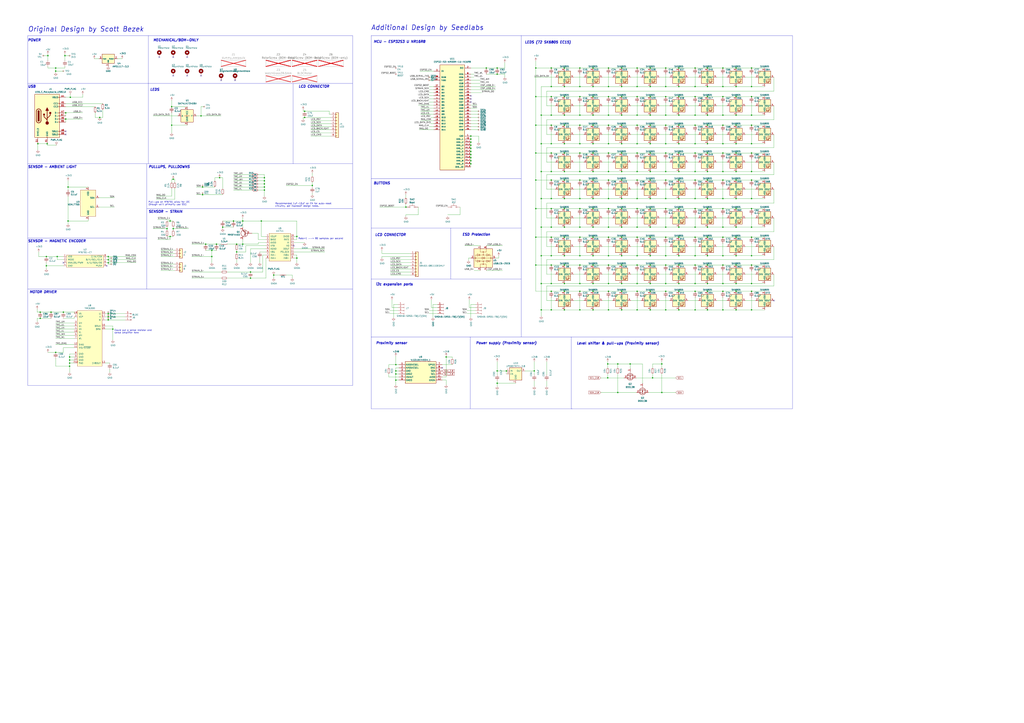
<source format=kicad_sch>
(kicad_sch (version 20250114) (generator "eeschema") (generator_version "9.0")
  (paper "A1")
  (title_block (title "SmartKnob DevKit Base") (date "2024-05-13") (rev "v0.1.0") (company "Seedlabs") (comment 1 "Additional Design by Grigorii Merkushev (brushknight)") (comment 2 "Original Design by Scott Bezek"))
  (rectangle (start 427.99 29.21) (end 650.875 276.86))
  (text "POWER" (at 22.86 34.29 0) (effects (font (size 2.0066 2.0066) (thickness 0.4013) (bold yes) (italic yes)) (justify left bottom)))
  (text "Could put a sense resistor and\nsense amplifier here" (at 93.98 274.32 0) (effects (font (size 1.27 1.27)) (justify left bottom)))
  (text "MCU - ESP32S3 U NR16R8" (at 306.705 35.56 0) (effects (font (size 2.0066 2.0066) (thickness 0.4013) (bold yes) (italic yes)) (justify left bottom)))
  (text "SENSOR - MAGNETIC ENCODER" (at 22.86 199.39 0) (effects (font (size 2.0066 2.0066) (thickness 0.4013) (bold yes) (italic yes)) (justify left bottom)))
  (text "MOTOR DRIVER" (at 24.13 241.3 0) (effects (font (size 2.0066 2.0066) (thickness 0.4013) (bold yes) (italic yes)) (justify left bottom)))
  (text "MECHANICAL/BOM-ONLY" (at 125.73 34.29 0) (effects (font (size 2.0066 2.0066) (thickness 0.4013) (bold yes) (italic yes)) (justify left bottom)))
  (text "Pull-ups on MT6701 allow for I2C\n(though we'll primarily use SSI)" (at 121.92 168.91 0) (effects (font (size 1.27 1.27)) (justify left bottom)))
  (text "Rate=1 --> 80 samples per second" (at 245.11 196.85 0) (effects (font (size 1.27 1.27)) (justify left bottom)))
  (text "Additional Design by Seedlabs" (at 304.673 25.146 0) (effects (font (size 4 4) (thickness 0.4013) (bold yes) (italic yes)) (justify left bottom)))
  (text "Proximity sensor" (at 308.737 283.21 0) (effects (font (size 2.0066 2.0066) (thickness 0.4013) (bold yes) (italic yes)) (justify left bottom)))
  (text "SENSOR - AMBIENT LIGHT" (at 22.86 138.43 0) (effects (font (size 2.0066 2.0066) (thickness 0.4013) (bold yes) (italic yes)) (justify left bottom)))
  (text "Power supply (Proximity sensor)" (at 390.779 283.21 0) (effects (font (size 2.0066 2.0066) (thickness 0.4013) (bold yes) (italic yes)) (justify left bottom)))
  (text "Original Design by Scott Bezek" (at 22.86 26.416 0) (effects (font (size 4 4) (thickness 0.4013) (bold yes) (italic yes)) (justify left bottom)))
  (text "Recommended 1uF-10uF on EN for auto-reset\ncircuitry, per Espressif design notes." (at 226.06 170.18 0) (effects (font (size 1.27 1.27)) (justify left bottom)))
  (text "USB" (at 22.86 72.39 0) (effects (font (size 2.0066 2.0066) (thickness 0.4013) (bold yes) (italic yes)) (justify left bottom)))
  (text "SENSOR - STRAIN" (at 121.92 175.26 0) (effects (font (size 2.0066 2.0066) (thickness 0.4013) (bold yes) (italic yes)) (justify left bottom)))
  (text "LEDS" (at 123.19 74.93 0) (effects (font (size 2.0066 2.0066) (thickness 0.4013) (bold yes) (italic yes)) (justify left bottom)))
  (text "LEDS (72 SK6805 EC15)" (at 430.911 36.068 0) (effects (font (size 2.0066 2.0066) (thickness 0.4013) (bold yes) (italic yes)) (justify left bottom)))
  (text "BUTTONS" (at 306.705 151.892 0) (effects (font (size 2.0066 2.0066) (thickness 0.4013) (bold yes) (italic yes)) (justify left bottom)))
  (text "PULLUPS, PULLDOWNS" (at 121.92 138.43 0) (effects (font (size 2.0066 2.0066) (thickness 0.4013) (bold yes) (italic yes)) (justify left bottom)))
  (text "LCD CONNECTOR" (at 307.975 194.31 0) (effects (font (size 2.0066 2.0066) (thickness 0.4013) (bold yes) (italic yes)) (justify left bottom)))
  (text "i2c expansion ports" (at 308.483 234.95 0) (effects (font (size 2.0066 2.0066) (thickness 0.4013) (bold yes) (italic yes)) (justify left bottom)))
  (text "LCD CONNECTOR" (at 245.11 72.39 0) (effects (font (size 2.0066 2.0066) (thickness 0.4013) (bold yes) (italic yes)) (justify left bottom)))
  (text "ESD Protection" (at 379.603 194.056 0) (effects (font (size 2.0066 2.0066) (thickness 0.4013) (bold yes) (italic yes)) (justify left bottom)))
  (text "Level shifter & pull-ups (Proximity sensor)" (at 473.583 283.464 0) (effects (font (size 2.0066 2.0066) (thickness 0.4013) (bold yes) (italic yes)) (justify left bottom)))
  (junction (at 557.53 79.375))
  (junction (at 557.53 118.11))
  (junction (at 510.54 94.615))
  (junction (at 546.735 147.955))
  (junction (at 534.035 94.615))
  (junction (at 604.52 254.635))
  (junction (at 46.99 210.82))
  (junction (at 440.055 147.955))
  (junction (at 325.12 312.42))
  (junction (at 81.915 96.52))
  (junction (at 510.54 55.88))
  (junction (at 534.035 140.97))
  (junction (at 510.54 125.73))
  (junction (at 617.22 163.195))
  (junction (at 444.5 210.185))
  (junction (at 33.02 256.54))
  (junction (at 487.045 239.395))
  (junction (at 593.725 71.12))
  (junction (at 557.53 147.955))
  (junction (at 45.72 58.42))
  (junction (at 593.725 239.395))
  (junction (at 534.035 163.195))
  (junction (at 534.035 186.69))
  (junction (at 593.725 147.955))
  (junction (at 194.31 207.01))
  (junction (at 452.755 194.945))
  (junction (at 214.63 181.61))
  (junction (at 546.735 254.635))
  (junction (at 487.045 125.73))
  (junction (at 41.91 256.54))
  (junction (at 463.55 147.955))
  (junction (at 452.755 140.97))
  (junction (at 581.025 140.97))
  (junction (at 593.725 217.805))
  (junction (at 604.52 186.69))
  (junction (at 386.715 114.3))
  (junction (at 570.865 140.97))
  (junction (at 546.735 102.87))
  (junction (at 476.25 186.69))
  (junction (at 543.56 299.085))
  (junction (at 139.7 194.31))
  (junction (at 523.24 194.945))
  (junction (at 217.17 156.21))
  (junction (at 440.055 171.45))
  (junction (at 617.22 118.11))
  (junction (at 546.735 118.11))
  (junction (at 463.55 55.88))
  (junction (at 499.11 299.085))
  (junction (at 205.74 228.6))
  (junction (at 476.25 217.805))
  (junction (at 617.22 210.185))
  (junction (at 581.025 233.045))
  (junction (at 499.745 163.195))
  (junction (at 534.035 125.73))
  (junction (at 617.22 186.69))
  (junction (at 476.25 94.615))
  (junction (at 463.55 194.945))
  (junction (at 510.54 102.87))
  (junction (at 499.745 194.945))
  (junction (at 57.15 298.45))
  (junction (at 604.52 194.945))
  (junction (at 487.045 102.87))
  (junction (at 88.9 260.35))
  (junction (at 617.22 239.395))
  (junction (at 88.9 213.36))
  (junction (at 570.865 163.195))
  (junction (at 617.22 171.45))
  (junction (at 557.53 102.87))
  (junction (at 581.025 71.12))
  (junction (at 604.52 102.87))
  (junction (at 546.735 79.375))
  (junction (at 593.725 125.73))
  (junction (at 510.54 186.69))
  (junction (at 557.53 140.97))
  (junction (at 476.25 79.375))
  (junction (at 199.39 181.61))
  (junction (at 581.025 254.635))
  (junction (at 557.53 210.185))
  (junction (at 452.755 217.805))
  (junction (at 463.55 186.69))
  (junction (at 476.25 194.945))
  (junction (at 617.22 102.87))
  (junction (at 440.055 217.805))
  (junction (at 55.88 181.61))
  (junction (at 604.52 55.88))
  (junction (at 463.55 210.185))
  (junction (at 510.54 210.185))
  (junction (at 617.22 233.045))
  (junction (at 463.55 94.615))
  (junction (at 487.045 233.045))
  (junction (at 217.17 151.13))
  (junction (at 581.025 210.185))
  (junction (at 534.035 233.045))
  (junction (at 557.53 239.395))
  (junction (at 534.035 254.635))
  (junction (at 570.865 71.12))
  (junction (at 487.045 147.955))
  (junction (at 256.54 152.4))
  (junction (at 523.24 254.635))
  (junction (at 452.755 102.87))
  (junction (at 452.755 125.73))
  (junction (at 534.035 210.185))
  (junction (at 194.31 200.66))
  (junction (at 581.025 118.11))
  (junction (at 476.25 233.045))
  (junction (at 452.755 94.615))
  (junction (at 507.365 322.58))
  (junction (at 534.035 79.375))
  (junction (at 33.02 261.62))
  (junction (at 463.55 233.045))
  (junction (at 510.54 217.805))
  (junction (at 570.865 79.375))
  (junction (at 452.755 55.88))
  (junction (at 452.755 210.185))
  (junction (at 499.11 310.515))
  (junction (at 408.305 55.88))
  (junction (at 139.7 181.61))
  (junction (at 534.035 55.88))
  (junction (at 617.22 79.375))
  (junction (at 205.74 223.52))
  (junction (at 499.745 102.87))
  (junction (at 386.715 134.62))
  (junction (at 408.305 314.96))
  (junction (at 476.25 254.635))
  (junction (at 463.55 239.395))
  (junction (at 463.55 125.73))
  (junction (at 581.025 147.955))
  (junction (at 557.53 217.805))
  (junction (at 581.025 163.195))
  (junction (at 523.24 140.97))
  (junction (at 499.745 55.88))
  (junction (at 52.07 256.54))
  (junction (at 88.9 215.9))
  (junction (at 463.55 102.87))
  (junction (at 476.25 171.45))
  (junction (at 534.035 171.45))
  (junction (at 487.045 254.635))
  (junction (at 523.24 147.955))
  (junction (at 452.755 233.045))
  (junction (at 487.045 194.945))
  (junction (at 557.53 186.69))
  (junction (at 570.865 147.955))
  (junction (at 534.035 147.955))
  (junction (at 476.25 71.12))
  (junction (at 523.24 79.375))
  (junction (at 570.865 171.45))
  (junction (at 440.055 102.87))
  (junction (at 499.745 125.73))
  (junction (at 510.54 140.97))
  (junction (at 593.725 194.945))
  (junction (at 510.54 233.045))
  (junction (at 523.24 118.11))
  (junction (at 452.755 79.375))
  (junction (at 557.53 254.635))
  (junction (at 617.22 147.955))
  (junction (at 177.8 200.66))
  (junction (at 581.025 171.45))
  (junction (at 510.54 71.12))
  (junction (at 38.1 210.82))
  (junction (at 499.745 217.805))
  (junction (at 408.305 60.96))
  (junction (at 510.54 79.375))
  (junction (at 593.725 210.185))
  (junction (at 604.52 71.12))
  (junction (at 499.745 254.635))
  (junction (at 507.365 299.085))
  (junction (at 510.54 171.45))
  (junction (at 546.735 210.185))
  (junction (at 499.745 233.045))
  (junction (at 604.52 163.195))
  (junction (at 38.735 118.11))
  (junction (at 546.735 125.73))
  (junction (at 557.53 125.73))
  (junction (at 581.025 186.69))
  (junction (at 617.22 217.805))
  (junction (at 399.415 55.88))
  (junction (at 499.745 94.615))
  (junction (at 546.735 55.88))
  (junction (at 581.025 239.395))
  (junction (at 476.25 210.185))
  (junction (at 570.865 233.045))
  (junction (at 570.865 239.395))
  (junction (at 534.035 118.11))
  (junction (at 535.94 310.515))
  (junction (at 88.9 210.82))
  (junction (at 53.975 97.79))
  (junction (at 581.025 217.805))
  (junction (at 604.52 217.805))
  (junction (at 581.025 194.945))
  (junction (at 463.55 79.375))
  (junction (at 510.54 147.955))
  (junction (at 593.725 55.88))
  (junction (at 438.785 304.8))
  (junction (at 617.22 140.97))
  (junction (at 570.865 102.87))
  (junction (at 581.025 55.88))
  (junction (at 570.865 217.805))
  (junction (at 92.71 270.51))
  (junction (at 487.045 118.11))
  (junction (at 604.52 171.45))
  (junction (at 593.725 102.87))
  (junction (at 604.52 210.185))
  (junction (at 45.72 55.88))
  (junction (at 452.755 239.395))
  (junction (at 386.715 116.84))
  (junction (at 57.15 300.99))
  (junction (at 499.745 147.955))
  (junction (at 440.055 194.945))
  (junction (at 182.88 186.69))
  (junction (at 444.5 233.045))
  (junction (at 523.24 217.805))
  (junction (at 487.045 163.195))
  (junction (at 444.5 254.635))
  (junction (at 166.37 160.02))
  (junction (at 499.745 71.12))
  (junction (at 593.725 233.045))
  (junction (at 452.755 186.69))
  (junction (at 510.54 118.11))
  (junction (at 386.715 129.54))
  (junction (at 476.25 125.73))
  (junction (at 499.745 239.395))
  (junction (at 523.24 210.185))
  (junction (at 142.24 147.32))
  (junction (at 444.5 163.195))
  (junction (at 444.5 186.69))
  (junction (at 593.725 254.635))
  (junction (at 523.24 102.87))
  (junction (at 487.045 79.375))
  (junction (at 325.12 307.34))
  (junction (at 534.035 194.945))
  (junction (at 523.24 94.615))
  (junction (at 217.17 146.05))
  (junction (at 53.34 45.72))
  (junction (at 534.035 102.87))
  (junction (at 523.24 239.395))
  (junction (at 487.045 171.45))
  (junction (at 57.15 295.91))
  (junction (at 444.5 140.97))
  (junction (at 604.52 79.375))
  (junction (at 140.97 102.87))
  (junction (at 366.395 293.37))
  (junction (at 55.88 153.67))
  (junction (at 463.55 118.11))
  (junction (at 165.1 95.25))
  (junction (at 617.22 254.635))
  (junction (at 593.725 163.195))
  (junction (at 593.725 186.69))
  (junction (at 617.22 125.73))
  (junction (at 140.97 87.63))
  (junction (at 325.12 304.8))
  (junction (at 243.84 212.09))
  (junction (at 581.025 94.615))
  (junction (at 408.305 304.8))
  (junction (at 386.715 111.76))
  (junction (at 523.24 186.69))
  (junction (at 546.735 186.69))
  (junction (at 593.725 118.11))
  (junction (at 510.54 163.195))
  (junction (at 593.725 94.615))
  (junction (at 463.55 163.195))
  (junction (at 499.745 186.69))
  (junction (at 386.715 124.46))
  (junction (at 463.55 171.45))
  (junction (at 510.54 254.635))
  (junction (at 617.22 194.945))
  (junction (at 440.055 55.88))
  (junction (at 39.37 45.72))
  (junction (at 546.735 140.97))
  (junction (at 476.25 239.395))
  (junction (at 557.53 171.45))
  (junction (at 487.045 55.88))
  (junction (at 53.975 92.71))
  (junction (at 463.55 140.97))
  (junction (at 476.25 118.11))
  (junction (at 180.34 146.05))
  (junction (at 543.56 322.58))
  (junction (at 499.745 118.11))
  (junction (at 523.24 55.88))
  (junction (at 452.755 147.955))
  (junction (at 386.715 119.38))
  (junction (at 199.39 200.66))
  (junction (at 546.735 217.805))
  (junction (at 452.755 71.12))
  (junction (at 487.045 210.185))
  (junction (at 523.24 233.045))
  (junction (at 440.055 79.375))
  (junction (at 168.91 200.66))
  (junction (at 250.19 91.44))
  (junction (at 546.735 239.395))
  (junction (at 173.99 210.82))
  (junction (at 173.99 205.74))
  (junction (at 166.37 153.67))
  (junction (at 487.045 140.97))
  (junction (at 243.84 194.31))
  (junction (at 570.865 194.945))
  (junction (at 570.865 254.635))
  (junction (at 191.77 181.61))
  (junction (at 523.24 71.12))
  (junction (at 557.53 163.195))
  (junction (at 557.53 55.88))
  (junction (at 517.525 299.085))
  (junction (at 534.035 71.12))
  (junction (at 440.055 125.73))
  (junction (at 487.045 94.615))
  (junction (at 415.925 304.8))
  (junction (at 325.12 299.72))
  (junction (at 499.745 210.185))
  (junction (at 444.5 118.11))
  (junction (at 476.25 55.88))
  (junction (at 546.735 171.45))
  (junction (at 45.72 289.56))
  (junction (at 604.52 94.615))
  (junction (at 452.755 163.195))
  (junction (at 250.19 96.52))
  (junction (at 142.24 187.96))
  (junction (at 386.715 132.08))
  (junction (at 487.045 186.69))
  (junction (at 570.865 94.615))
  (junction (at 570.865 210.185))
  (junction (at 463.55 217.805))
  (junction (at 386.715 127))
  (junction (at 546.735 163.195))
  (junction (at 617.22 71.12))
  (junction (at 452.755 118.11))
  (junction (at 534.035 217.805))
  (junction (at 88.9 262.89))
  (junction (at 217.17 148.59))
  (junction (at 557.53 233.045))
  (junction (at 546.735 194.945))
  (junction (at 499.745 171.45))
  (junction (at 557.53 94.615))
  (junction (at 546.735 233.045))
  (junction (at 38.1 218.44))
  (junction (at 557.53 71.12))
  (junction (at 523.24 125.73))
  (junction (at 604.52 118.11))
  (junction (at 499.745 140.97))
  (junction (at 88.9 257.81))
  (junction (at 570.865 186.69))
  (junction (at 604.52 140.97))
  (junction (at 546.735 71.12))
  (junction (at 581.025 125.73))
  (junction (at 444.5 94.615))
  (junction (at 333.375 170.18))
  (junction (at 137.16 187.96))
  (junction (at 463.55 254.635))
  (junction (at 463.55 71.12))
  (junction (at 593.725 171.45))
  (junction (at 593.725 79.375))
  (junction (at 224.79 226.06))
  (junction (at 570.865 125.73))
  (junction (at 604.52 239.395))
  (junction (at 604.52 147.955))
  (junction (at 452.755 254.635))
  (junction (at 581.025 79.375))
  (junction (at 476.25 163.195))
  (junction (at 523.24 171.45))
  (junction (at 510.54 194.945))
  (junction (at 581.025 102.87))
  (junction (at 57.785 80.01))
  (junction (at 604.52 125.73))
  (junction (at 452.755 171.45))
  (junction (at 617.22 55.88))
  (junction (at 546.735 94.615))
  (junction (at 476.25 147.955))
  (junction (at 593.725 140.97))
  (junction (at 386.715 121.92))
  (junction (at 57.15 293.37))
  (junction (at 617.22 94.615))
  (junction (at 570.865 118.11))
  (junction (at 570.865 55.88))
  (junction (at 476.25 102.87))
  (junction (at 487.045 217.805))
  (junction (at 534.035 239.395))
  (junction (at 523.24 163.195))
  (junction (at 604.52 233.045))
  (junction (at 499.745 79.375))
  (junction (at 217.17 153.67))
  (junction (at 31.115 118.11))
  (junction (at 510.54 239.395))
  (junction (at 557.53 194.945))
  (junction (at 476.25 140.97))
  (junction (at 487.045 71.12))
  (no_connect (at 142.24 62.23))
  (no_connect (at 241.3 201.93))
  (no_connect (at 142.24 46.99))
  (no_connect (at 386.715 83.82))
  (no_connect (at 386.715 81.28))
  (no_connect (at 130.81 46.99))
  (no_connect (at 53.975 110.49))
  (no_connect (at 87.63 218.44))
  (no_connect (at 386.715 78.74))
  (no_connect (at 181.61 66.04))
  (no_connect (at 635.635 247.015))
  (no_connect (at 165.1 62.23))
  (no_connect (at 153.67 62.23))
  (no_connect (at 53.975 107.95))
  (no_connect (at 193.04 66.04))
  (no_connect (at 363.22 302.26))
  (no_connect (at 153.67 46.99))
  (no_connect (at 52.07 215.9))
  (wire (pts (xy 570.865 217.805) (xy 581.025 217.805)))
  (wire (pts (xy 546.735 125.73) (xy 557.53 125.73)))
  (wire (pts (xy 241.3 199.39) (xy 250.19 199.39)))
  (wire (pts (xy 617.22 140.97) (xy 628.015 140.97)))
  (wire (pts (xy 557.53 194.945) (xy 570.865 194.945)))
  (wire (pts (xy 518.16 133.35) (xy 526.415 133.35)))
  (wire (pts (xy 510.54 71.12) (xy 523.24 71.12)))
  (wire (pts (xy 240.03 226.06) (xy 240.03 228.6)))
  (wire (pts (xy 487.045 254.635) (xy 499.745 254.635)))
  (wire (pts (xy 541.655 133.35) (xy 549.91 133.35)))
  (wire (pts (xy 30.48 256.54) (xy 33.02 256.54)))
  (wire (pts (xy 311.785 170.18) (xy 333.375 170.18)))
  (wire (pts (xy 371.475 293.37) (xy 366.395 293.37)))
  (wire (pts (xy 399.415 55.88) (xy 408.305 55.88)))
  (wire (pts (xy 523.24 130.81) (xy 523.24 140.97)))
  (wire (pts (xy 593.725 163.195) (xy 604.52 163.195)))
  (wire (pts (xy 593.725 147.955) (xy 604.52 147.955)))
  (wire (pts (xy 476.25 210.185) (xy 487.045 210.185)))
  (wire (pts (xy 53.975 87.63) (xy 78.105 87.63)))
  (wire (pts (xy 523.24 217.805) (xy 534.035 217.805)))
  (wire (pts (xy 217.17 143.51) (xy 217.17 146.05)))
  (wire (pts (xy 353.695 96.52) (xy 356.235 96.52)))
  (wire (pts (xy 217.17 156.21) (xy 217.17 161.29)))
  (wire (pts (xy 256.54 144.78) (xy 256.54 142.24)))
  (polyline (pts (xy 304.8 335.915) (xy 650.875 335.915)))
  (wire (pts (xy 389.255 63.5) (xy 386.715 63.5)))
  (wire (pts (xy 207.01 191.77) (xy 212.09 191.77)))
  (wire (pts (xy 91.44 217.17) (xy 88.9 217.17)))
  (wire (pts (xy 352.425 71.12) (xy 356.235 71.12)))
  (wire (pts (xy 46.99 213.36) (xy 46.99 210.82)))
  (wire (pts (xy 86.36 270.51) (xy 92.71 270.51)))
  (wire (pts (xy 604.52 217.805) (xy 617.22 217.805)))
  (wire (pts (xy 248.92 90.17) (xy 248.92 91.44)))
  (wire (pts (xy 161.29 153.67) (xy 166.37 153.67)))
  (wire (pts (xy 55.88 153.67) (xy 72.39 153.67)))
  (wire (pts (xy 60.96 298.45) (xy 57.15 298.45)))
  (wire (pts (xy 612.14 63.5) (xy 620.395 63.5)))
  (wire (pts (xy 617.22 163.195) (xy 628.015 163.195)))
  (wire (pts (xy 635.635 110.49) (xy 635.635 121.285)))
  (wire (pts (xy 499.745 84.455) (xy 499.745 94.615)))
  (wire (pts (xy 45.72 58.42) (xy 45.72 59.69)))
  (wire (pts (xy 476.25 153.035) (xy 476.25 163.195)))
  (wire (pts (xy 612.14 179.07) (xy 620.395 179.07)))
  (wire (pts (xy 384.81 212.09) (xy 384.81 213.995)))
  (wire (pts (xy 499.745 217.805) (xy 510.54 217.805)))
  (wire (pts (xy 476.25 194.945) (xy 487.045 194.945)))
  (polyline (pts (xy 240.665 68.58) (xy 240.665 134.62)))
  (wire (pts (xy 452.755 140.97) (xy 444.5 140.97)))
  (wire (pts (xy 617.22 222.885) (xy 617.22 233.045)))
  (wire (pts (xy 165.1 95.25) (xy 181.61 95.25)))
  (wire (pts (xy 565.15 179.07) (xy 573.405 179.07)))
  (wire (pts (xy 499.745 102.87) (xy 510.54 102.87)))
  (wire (pts (xy 604.52 55.88) (xy 617.22 55.88)))
  (wire (pts (xy 440.055 147.955) (xy 440.055 125.73)))
  (wire (pts (xy 463.55 118.11) (xy 476.25 118.11)))
  (wire (pts (xy 444.5 254.635) (xy 452.755 254.635)))
  (wire (pts (xy 371.475 294.64) (xy 371.475 293.37)))
  (wire (pts (xy 581.025 140.97) (xy 593.725 140.97)))
  (wire (pts (xy 408.305 304.8) (xy 408.305 297.18)))
  (wire (pts (xy 452.755 102.87) (xy 463.55 102.87)))
  (wire (pts (xy 593.725 84.455) (xy 593.725 94.615)))
  (wire (pts (xy 166.37 153.67) (xy 176.53 153.67)))
  (wire (pts (xy 386.715 71.12) (xy 407.035 71.12)))
  (wire (pts (xy 487.045 210.185) (xy 499.745 210.185)))
  (wire (pts (xy 546.735 107.95) (xy 546.735 118.11)))
  (wire (pts (xy 448.945 110.49) (xy 455.93 110.49)))
  (wire (pts (xy 38.735 118.11) (xy 38.735 119.38)))
  (wire (pts (xy 546.735 84.455) (xy 546.735 94.615)))
  (wire (pts (xy 593.725 107.95) (xy 593.725 118.11)))
  (wire (pts (xy 476.25 107.95) (xy 476.25 118.11)))
  (wire (pts (xy 476.25 79.375) (xy 487.045 79.375)))
  (wire (pts (xy 327.025 250.19) (xy 323.215 250.19)))
  (wire (pts (xy 581.025 118.11) (xy 593.725 118.11)))
  (wire (pts (xy 452.755 233.045) (xy 463.55 233.045)))
  (wire (pts (xy 593.725 176.53) (xy 593.725 186.69)))
  (wire (pts (xy 60.96 278.13) (xy 45.72 278.13)))
  (wire (pts (xy 448.945 247.015) (xy 455.93 247.015)))
  (wire (pts (xy 523.24 200.025) (xy 523.24 210.185)))
  (wire (pts (xy 588.645 155.575) (xy 596.9 155.575)))
  (wire (pts (xy 546.735 55.88) (xy 557.53 55.88)))
  (wire (pts (xy 510.54 55.88) (xy 523.24 55.88)))
  (wire (pts (xy 186.69 223.52) (xy 205.74 223.52)))
  (wire (pts (xy 617.22 130.81) (xy 617.22 140.97)))
  (wire (pts (xy 543.56 322.58) (xy 554.99 322.58)))
  (wire (pts (xy 256.54 152.4) (xy 256.54 149.86)))
  (polyline (pts (xy 22.86 316.865) (xy 22.86 237.49)))
  (wire (pts (xy 581.025 94.615) (xy 593.725 94.615)))
  (polyline (pts (xy 121.92 68.58) (xy 121.92 134.62)))
  (wire (pts (xy 53.975 85.09) (xy 84.455 85.09)))
  (wire (pts (xy 137.16 187.96) (xy 137.16 189.23)))
  (wire (pts (xy 617.22 102.87) (xy 628.015 102.87)))
  (wire (pts (xy 389.255 222.25) (xy 394.335 222.25)))
  (wire (pts (xy 581.025 125.73) (xy 593.725 125.73)))
  (wire (pts (xy 570.865 239.395) (xy 581.025 239.395)))
  (wire (pts (xy 448.945 98.425) (xy 448.945 110.49)))
  (wire (pts (xy 271.78 104.14) (xy 255.27 104.14)))
  (wire (pts (xy 77.47 48.26) (xy 81.28 48.26)))
  (wire (pts (xy 523.24 79.375) (xy 534.035 79.375)))
  (wire (pts (xy 241.3 209.55) (xy 243.84 209.55)))
  (wire (pts (xy 444.5 259.715) (xy 444.5 254.635)))
  (wire (pts (xy 448.945 121.285) (xy 448.945 133.35)))
  (wire (pts (xy 39.37 289.56) (xy 45.72 289.56)))
  (polyline (pts (xy 304.8 276.86) (xy 427.99 276.86)))
  (wire (pts (xy 86.36 298.45) (xy 90.17 298.45)))
  (wire (pts (xy 381.635 201.93) (xy 394.335 201.93)))
  (wire (pts (xy 565.15 86.995) (xy 573.405 86.995)))
  (wire (pts (xy 333.375 170.18) (xy 333.375 167.64)))
  (wire (pts (xy 448.945 313.055) (xy 448.945 317.5)))
  (wire (pts (xy 487.045 194.945) (xy 499.745 194.945)))
  (wire (pts (xy 176.53 146.05) (xy 180.34 146.05)))
  (wire (pts (xy 125.73 187.96) (xy 137.16 187.96)))
  (wire (pts (xy 452.755 60.96) (xy 452.755 71.12)))
  (wire (pts (xy 494.665 63.5) (xy 502.92 63.5)))
  (wire (pts (xy 593.725 200.025) (xy 593.725 210.185)))
  (wire (pts (xy 38.1 218.44) (xy 38.1 220.98)))
  (wire (pts (xy 353.695 101.6) (xy 356.235 101.6)))
  (wire (pts (xy 205.74 228.6) (xy 218.44 228.6)))
  (wire (pts (xy 325.12 302.26) (xy 325.12 304.8)))
  (wire (pts (xy 604.52 140.97) (xy 617.22 140.97)))
  (wire (pts (xy 518.16 225.425) (xy 526.415 225.425)))
  (wire (pts (xy 557.53 102.87) (xy 570.865 102.87)))
  (wire (pts (xy 617.22 147.955) (xy 628.015 147.955)))
  (wire (pts (xy 463.55 163.195) (xy 476.25 163.195)))
  (wire (pts (xy 205.74 204.47) (xy 205.74 215.9)))
  (wire (pts (xy 186.69 200.66) (xy 194.31 200.66)))
  (wire (pts (xy 241.3 212.09) (xy 243.84 212.09)))
  (wire (pts (xy 557.53 210.185) (xy 570.865 210.185)))
  (wire (pts (xy 444.5 94.615) (xy 444.5 118.11)))
  (wire (pts (xy 243.84 194.31) (xy 241.3 194.31)))
  (wire (pts (xy 452.755 125.73) (xy 440.055 125.73)))
  (wire (pts (xy 452.755 217.805) (xy 440.055 217.805)))
  (wire (pts (xy 546.735 239.395) (xy 557.53 239.395)))
  (wire (pts (xy 325.12 307.34) (xy 327.66 307.34)))
  (wire (pts (xy 33.02 256.54) (xy 41.91 256.54)))
  (wire (pts (xy 199.39 181.61) (xy 199.39 179.07)))
  (wire (pts (xy 518.16 202.565) (xy 526.415 202.565)))
  (wire (pts (xy 325.12 312.42) (xy 325.12 307.34)))
  (wire (pts (xy 168.91 205.74) (xy 173.99 205.74)))
  (wire (pts (xy 81.915 96.52) (xy 84.455 96.52)))
  (wire (pts (xy 588.645 202.565) (xy 596.9 202.565)))
  (wire (pts (xy 88.9 257.81) (xy 102.87 257.81)))
  (wire (pts (xy 612.14 225.425) (xy 620.395 225.425)))
  (wire (pts (xy 557.53 125.73) (xy 570.865 125.73)))
  (wire (pts (xy 325.12 307.34) (xy 325.12 304.8)))
  (wire (pts (xy 604.52 254.635) (xy 617.22 254.635)))
  (wire (pts (xy 88.9 213.36) (xy 111.76 213.36)))
  (wire (pts (xy 399.415 60.96) (xy 408.305 60.96)))
  (wire (pts (xy 499.745 140.97) (xy 510.54 140.97)))
  (wire (pts (xy 92.71 270.51) (xy 92.71 279.4)))
  (wire (pts (xy 476.25 233.045) (xy 487.045 233.045)))
  (wire (pts (xy 182.88 146.05) (xy 182.88 154.94)))
  (wire (pts (xy 463.55 171.45) (xy 476.25 171.45)))
  (wire (pts (xy 91.44 212.09) (xy 88.9 212.09)))
  (wire (pts (xy 493.395 310.515) (xy 499.11 310.515)))
  (wire (pts (xy 581.025 217.805) (xy 593.725 217.805)))
  (wire (pts (xy 487.045 79.375) (xy 499.745 79.375)))
  (wire (pts (xy 570.865 118.11) (xy 581.025 118.11)))
  (wire (pts (xy 499.745 153.035) (xy 499.745 163.195)))
  (wire (pts (xy 476.25 147.955) (xy 487.045 147.955)))
  (wire (pts (xy 518.16 247.015) (xy 526.415 247.015)))
  (wire (pts (xy 487.045 239.395) (xy 499.745 239.395)))
  (wire (pts (xy 444.5 233.045) (xy 444.5 254.635)))
  (wire (pts (xy 452.755 254.635) (xy 463.55 254.635)))
  (wire (pts (xy 88.9 214.63) (xy 88.9 213.36)))
  (wire (pts (xy 523.24 125.73) (xy 534.035 125.73)))
  (wire (pts (xy 541.655 179.07) (xy 549.91 179.07)))
  (wire (pts (xy 534.035 94.615) (xy 546.735 94.615)))
  (polyline (pts (xy 304.8 276.86) (xy 304.8 335.915)))
  (wire (pts (xy 60.96 273.05) (xy 45.72 273.05)))
  (wire (pts (xy 45.72 58.42) (xy 52.07 58.42)))
  (wire (pts (xy 518.16 155.575) (xy 526.415 155.575)))
  (wire (pts (xy 557.53 55.88) (xy 570.865 55.88)))
  (wire (pts (xy 604.52 210.185) (xy 617.22 210.185)))
  (wire (pts (xy 452.755 107.95) (xy 452.755 118.11)))
  (wire (pts (xy 452.755 163.195) (xy 444.5 163.195)))
  (wire (pts (xy 57.15 290.83) (xy 60.96 290.83)))
  (wire (pts (xy 30.48 261.62) (xy 33.02 261.62)))
  (wire (pts (xy 93.98 170.18) (xy 81.28 170.18)))
  (wire (pts (xy 546.735 254.635) (xy 557.53 254.635)))
  (wire (pts (xy 173.99 205.74) (xy 177.8 205.74)))
  (wire (pts (xy 588.645 63.5) (xy 596.9 63.5)))
  (wire (pts (xy 386.715 99.06) (xy 393.065 99.06)))
  (wire (pts (xy 588.645 86.995) (xy 596.9 86.995)))
  (wire (pts (xy 57.15 295.91) (xy 57.15 293.37)))
  (wire (pts (xy 546.735 102.87) (xy 557.53 102.87)))
  (wire (pts (xy 517.525 299.085) (xy 527.685 299.085)))
  (wire (pts (xy 476.25 60.96) (xy 476.25 71.12)))
  (wire (pts (xy 386.715 111.76) (xy 386.715 114.3)))
  (wire (pts (xy 57.15 298.45) (xy 57.15 295.91)))
  (wire (pts (xy 363.22 309.88) (xy 366.395 309.88)))
  (wire (pts (xy 523.24 239.395) (xy 534.035 239.395)))
  (wire (pts (xy 617.22 94.615) (xy 628.015 94.615)))
  (wire (pts (xy 499.745 55.88) (xy 510.54 55.88)))
  (wire (pts (xy 518.16 110.49) (xy 526.415 110.49)))
  (wire (pts (xy 534.035 194.945) (xy 546.735 194.945)))
  (wire (pts (xy 518.16 86.995) (xy 526.415 86.995)))
  (wire (pts (xy 181.61 223.52) (xy 157.48 223.52)))
  (polyline (pts (xy 304.8 187.325) (xy 304.8 229.235)))
  (wire (pts (xy 565.15 63.5) (xy 573.405 63.5)))
  (wire (pts (xy 366.395 309.88) (xy 366.395 293.37)))
  (wire (pts (xy 414.655 60.96) (xy 414.655 63.5)))
  (wire (pts (xy 327.66 299.72) (xy 325.12 299.72)))
  (wire (pts (xy 194.31 205.74) (xy 194.31 207.01)))
  (wire (pts (xy 386.715 121.92) (xy 386.715 124.46)))
  (wire (pts (xy 140.97 92.71) (xy 140.97 102.87)))
  (wire (pts (xy 510.54 171.45) (xy 523.24 171.45)))
  (wire (pts (xy 499.745 94.615) (xy 510.54 94.615)))
  (wire (pts (xy 471.17 247.015) (xy 479.425 247.015)))
  (wire (pts (xy 617.22 233.045) (xy 628.015 233.045)))
  (wire (pts (xy 581.025 71.12) (xy 593.725 71.12)))
  (wire (pts (xy 593.725 194.945) (xy 604.52 194.945)))
  (wire (pts (xy 452.755 79.375) (xy 440.055 79.375)))
  (wire (pts (xy 452.755 210.185) (xy 444.5 210.185)))
  (wire (pts (xy 408.305 313.055) (xy 408.305 314.96)))
  (wire (pts (xy 386.715 124.46) (xy 386.715 127)))
  (wire (pts (xy 604.52 163.195) (xy 617.22 163.195)))
  (wire (pts (xy 168.91 200.66) (xy 177.8 200.66)))
  (wire (pts (xy 60.96 265.43) (xy 45.72 265.43)))
  (wire (pts (xy 534.035 254.635) (xy 546.735 254.635)))
  (wire (pts (xy 408.305 314.96) (xy 408.305 317.5)))
  (wire (pts (xy 140.97 109.22) (xy 140.97 102.87)))
  (wire (pts (xy 243.84 209.55) (xy 243.84 212.09)))
  (wire (pts (xy 377.825 176.53) (xy 367.665 176.53)))
  (wire (pts (xy 393.065 116.84) (xy 393.065 111.76)))
  (wire (pts (xy 399.415 222.25) (xy 412.75 222.25)))
  (wire (pts (xy 182.88 187.96) (xy 182.88 186.69)))
  (wire (pts (xy 546.735 79.375) (xy 557.53 79.375)))
  (wire (pts (xy 523.24 163.195) (xy 534.035 163.195)))
  (wire (pts (xy 581.025 186.69) (xy 593.725 186.69)))
  (wire (pts (xy 91.44 214.63) (xy 88.9 214.63)))
  (wire (pts (xy 128.27 163.83) (xy 143.51 163.83)))
  (wire (pts (xy 510.54 239.395) (xy 523.24 239.395)))
  (wire (pts (xy 448.945 234.95) (xy 448.945 247.015)))
  (polyline (pts (xy 370.205 187.325) (xy 370.205 229.235)))
  (wire (pts (xy 212.09 191.77) (xy 212.09 196.85)))
  (wire (pts (xy 243.84 196.85) (xy 243.84 194.31)))
  (wire (pts (xy 386.715 106.68) (xy 393.065 106.68)))
  (wire (pts (xy 541.655 86.995) (xy 549.91 86.995)))
  (wire (pts (xy 612.14 155.575) (xy 620.395 155.575)))
  (wire (pts (xy 588.645 110.49) (xy 596.9 110.49)))
  (wire (pts (xy 52.07 289.56) (xy 52.07 285.75)))
  (wire (pts (xy 604.52 118.11) (xy 617.22 118.11)))
  (wire (pts (xy 217.17 146.05) (xy 217.17 148.59)))
  (wire (pts (xy 535.94 302.26) (xy 535.94 299.085)))
  (polyline (pts (xy 469.265 276.86) (xy 469.265 335.915)))
  (wire (pts (xy 386.715 127) (xy 386.715 129.54)))
  (wire (pts (xy 345.44 99.06) (xy 356.235 99.06)))
  (wire (pts (xy 214.63 194.31) (xy 218.44 194.31)))
  (wire (pts (xy 157.48 200.66) (xy 168.91 200.66)))
  (wire (pts (xy 452.755 153.035) (xy 452.755 163.195)))
  (wire (pts (xy 212.09 148.59) (xy 217.17 148.59)))
  (wire (pts (xy 523.24 118.11) (xy 534.035 118.11)))
  (wire (pts (xy 523.24 140.97) (xy 534.035 140.97)))
  (wire (pts (xy 132.08 205.74) (xy 143.51 205.74)))
  (polyline (pts (xy 304.8 229.235) (xy 427.99 229.235)))
  (wire (pts (xy 507.365 322.58) (xy 522.605 322.58)))
  (wire (pts (xy 53.34 45.72) (xy 53.34 49.53)))
  (wire (pts (xy 635.635 190.5) (xy 448.945 190.5)))
  (wire (pts (xy 271.78 93.98) (xy 270.51 93.98)))
  (wire (pts (xy 499.745 118.11) (xy 510.54 118.11)))
  (wire (pts (xy 604.52 102.87) (xy 617.22 102.87)))
  (wire (pts (xy 157.48 228.6) (xy 181.61 228.6)))
  (wire (pts (xy 471.17 202.565) (xy 479.425 202.565)))
  (wire (pts (xy 129.54 196.85) (xy 139.7 196.85)))
  (wire (pts (xy 191.77 186.69) (xy 182.88 186.69)))
  (wire (pts (xy 463.55 55.88) (xy 476.25 55.88)))
  (wire (pts (xy 157.48 210.82) (xy 173.99 210.82)))
  (wire (pts (xy 214.63 181.61) (xy 243.84 181.61)))
  (wire (pts (xy 213.36 207.01) (xy 218.44 207.01)))
  (wire (pts (xy 494.665 133.35) (xy 502.92 133.35)))
  (wire (pts (xy 167.64 87.63) (xy 165.1 87.63)))
  (wire (pts (xy 523.24 94.615) (xy 534.035 94.615)))
  (wire (pts (xy 452.755 194.945) (xy 463.55 194.945)))
  (wire (pts (xy 510.54 254.635) (xy 523.24 254.635)))
  (wire (pts (xy 444.5 210.185) (xy 444.5 233.045)))
  (wire (pts (xy 499.745 147.955) (xy 510.54 147.955)))
  (wire (pts (xy 137.16 194.31) (xy 139.7 194.31)))
  (wire (pts (xy 142.24 187.96) (xy 154.94 187.96)))
  (wire (pts (xy 386.715 73.66) (xy 407.035 73.66)))
  (wire (pts (xy 534.035 71.12) (xy 546.735 71.12)))
  (wire (pts (xy 463.55 186.69) (xy 476.25 186.69)))
  (wire (pts (xy 87.63 213.36) (xy 88.9 213.36)))
  (wire (pts (xy 617.22 84.455) (xy 617.22 94.615)))
  (wire (pts (xy 463.55 125.73) (xy 476.25 125.73)))
  (wire (pts (xy 499.745 233.045) (xy 510.54 233.045)))
  (wire (pts (xy 414.655 55.88) (xy 414.655 51.435)))
  (wire (pts (xy 352.425 255.27) (xy 359.41 255.27)))
  (wire (pts (xy 476.25 94.615) (xy 487.045 94.615)))
  (wire (pts (xy 593.725 171.45) (xy 604.52 171.45)))
  (wire (pts (xy 88.9 215.9) (xy 111.76 215.9)))
  (wire (pts (xy 570.865 194.945) (xy 581.025 194.945)))
  (wire (pts (xy 604.52 79.375) (xy 617.22 79.375)))
  (wire (pts (xy 593.725 217.805) (xy 604.52 217.805)))
  (polyline (pts (xy 386.08 276.86) (xy 386.08 335.915)))
  (wire (pts (xy 617.22 55.88) (xy 628.015 55.88)))
  (wire (pts (xy 53.34 44.45) (xy 53.34 45.72)))
  (wire (pts (xy 565.15 155.575) (xy 573.405 155.575)))
  (wire (pts (xy 132.08 210.82) (xy 143.51 210.82)))
  (wire (pts (xy 323.215 250.19) (xy 323.215 260.985)))
  (wire (pts (xy 499.745 176.53) (xy 499.745 186.69)))
  (wire (pts (xy 570.865 153.035) (xy 570.865 163.195)))
  (wire (pts (xy 534.035 55.88) (xy 546.735 55.88)))
  (wire (pts (xy 476.25 118.11) (xy 487.045 118.11)))
  (wire (pts (xy 593.725 130.81) (xy 593.725 140.97)))
  (wire (pts (xy 344.805 58.42) (xy 356.235 58.42)))
  (wire (pts (xy 224.79 226.06) (xy 229.87 226.06)))
  (wire (pts (xy 217.17 153.67) (xy 217.17 156.21)))
  (wire (pts (xy 320.04 255.27) (xy 327.025 255.27)))
  (wire (pts (xy 463.55 147.955) (xy 476.25 147.955)))
  (wire (pts (xy 487.045 94.615) (xy 499.745 94.615)))
  (wire (pts (xy 570.865 55.88) (xy 581.025 55.88)))
  (wire (pts (xy 635.635 143.51) (xy 448.945 143.51)))
  (wire (pts (xy 139.7 181.61) (xy 142.24 181.61)))
  (wire (pts (xy 635.635 155.575) (xy 635.635 167.005)))
  (wire (pts (xy 161.29 160.02) (xy 166.37 160.02)))
  (wire (pts (xy 52.07 256.54) (xy 41.91 256.54)))
  (wire (pts (xy 476.25 200.025) (xy 476.25 210.185)))
  (wire (pts (xy 352.425 81.28) (xy 356.235 81.28)))
  (wire (pts (xy 88.9 217.17) (xy 88.9 215.9)))
  (wire (pts (xy 207.01 156.21) (xy 191.77 156.21)))
  (wire (pts (xy 570.865 84.455) (xy 570.865 94.615)))
  (wire (pts (xy 546.735 71.12) (xy 557.53 71.12)))
  (wire (pts (xy 476.25 186.69) (xy 487.045 186.69)))
  (wire (pts (xy 448.945 86.995) (xy 455.93 86.995)))
  (wire (pts (xy 143.51 147.32) (xy 143.51 149.86)))
  (wire (pts (xy 452.755 222.885) (xy 452.755 233.045)))
  (wire (pts (xy 440.055 194.945) (xy 440.055 171.45)))
  (wire (pts (xy 57.15 300.99) (xy 57.15 298.45)))
  (wire (pts (xy 366.395 312.42) (xy 363.22 312.42)))
  (wire (pts (xy 476.25 254.635) (xy 487.045 254.635)))
  (wire (pts (xy 448.945 213.36) (xy 448.945 225.425)))
  (wire (pts (xy 241.3 196.85) (xy 243.84 196.85)))
  (wire (pts (xy 440.055 217.805) (xy 440.055 194.945)))
  (wire (pts (xy 444.5 118.11) (xy 444.5 140.97)))
  (wire (pts (xy 452.755 186.69) (xy 444.5 186.69)))
  (wire (pts (xy 218.44 212.09) (xy 218.44 228.6)))
  (wire (pts (xy 448.945 190.5) (xy 448.945 202.565)))
  (wire (pts (xy 471.17 133.35) (xy 479.425 133.35)))
  (wire (pts (xy 476.25 163.195) (xy 487.045 163.195)))
  (wire (pts (xy 494.665 179.07) (xy 502.92 179.07)))
  (wire (pts (xy 463.55 140.97) (xy 476.25 140.97)))
  (wire (pts (xy 570.865 244.475) (xy 570.865 254.635)))
  (wire (pts (xy 534.035 171.45) (xy 546.735 171.45)))
  (wire (pts (xy 448.945 297.18) (xy 448.945 307.975)))
  (wire (pts (xy 535.94 307.34) (xy 535.94 310.515)))
  (wire (pts (xy 523.24 102.87) (xy 534.035 102.87)))
  (wire (pts (xy 352.425 66.04) (xy 356.235 66.04)))
  (wire (pts (xy 471.17 86.995) (xy 479.425 86.995)))
  (wire (pts (xy 617.22 194.945) (xy 628.015 194.945)))
  (wire (pts (xy 452.755 84.455) (xy 452.755 94.615)))
  (wire (pts (xy 88.9 262.89) (xy 86.36 262.89)))
  (wire (pts (xy 129.54 180.34) (xy 139.7 180.34)))
  (wire (pts (xy 241.3 204.47) (xy 266.7 204.47)))
  (wire (pts (xy 499.745 60.96) (xy 499.745 71.12)))
  (wire (pts (xy 45.72 55.88) (xy 53.34 55.88)))
  (wire (pts (xy 333.375 162.56) (xy 333.375 160.02)))
  (wire (pts (xy 55.88 156.21) (xy 55.88 153.67)))
  (wire (pts (xy 635.635 202.565) (xy 635.635 213.36)))
  (wire (pts (xy 345.44 88.9) (xy 356.235 88.9)))
  (wire (pts (xy 53.975 97.79) (xy 67.945 97.79)))
  (wire (pts (xy 471.17 63.5) (xy 479.425 63.5)))
  (wire (pts (xy 499.745 171.45) (xy 510.54 171.45)))
  (wire (pts (xy 534.035 140.97) (xy 546.735 140.97)))
  (wire (pts (xy 570.865 171.45) (xy 581.025 171.45)))
  (wire (pts (xy 518.16 63.5) (xy 526.415 63.5)))
  (wire (pts (xy 546.735 60.96) (xy 546.735 71.12)))
  (polyline (pts (xy 289.56 29.21) (xy 289.56 316.865)))
  (wire (pts (xy 518.16 179.07) (xy 526.415 179.07)))
  (wire (pts (xy 337.185 213.36) (xy 320.675 213.36)))
  (wire (pts (xy 142.24 147.32) (xy 143.51 147.32)))
  (wire (pts (xy 140.97 154.94) (xy 140.97 161.29)))
  (wire (pts (xy 45.72 294.64) (xy 45.72 300.99)))
  (wire (pts (xy 510.54 125.73) (xy 523.24 125.73)))
  (wire (pts (xy 444.5 163.195) (xy 444.5 186.69)))
  (wire (pts (xy 345.44 91.44) (xy 356.235 91.44)))
  (wire (pts (xy 78.105 92.71) (xy 78.105 96.52)))
  (wire (pts (xy 635.635 74.93) (xy 448.945 74.93)))
  (polyline (pts (xy 304.8 229.235) (xy 304.8 276.86)))
  (wire (pts (xy 38.735 118.11) (xy 31.115 118.11)))
  (wire (pts (xy 510.54 163.195) (xy 523.24 163.195)))
  (wire (pts (xy 386.715 116.84) (xy 386.715 119.38)))
  (wire (pts (xy 476.25 217.805) (xy 487.045 217.805)))
  (wire (pts (xy 60.96 293.37) (xy 57.15 293.37)))
  (wire (pts (xy 393.065 111.76) (xy 386.715 111.76)))
  (wire (pts (xy 522.605 310.515) (xy 535.94 310.515)))
  (wire (pts (xy 635.635 179.07) (xy 635.635 190.5)))
  (wire (pts (xy 546.735 200.025) (xy 546.735 210.185)))
  (wire (pts (xy 593.725 94.615) (xy 604.52 94.615)))
  (wire (pts (xy 557.53 94.615) (xy 570.865 94.615)))
  (wire (pts (xy 415.925 304.8) (xy 415.925 307.34)))
  (wire (pts (xy 510.54 217.805) (xy 523.24 217.805)))
  (wire (pts (xy 30.48 254) (xy 30.48 256.54)))
  (wire (pts (xy 440.055 50.165) (xy 440.055 55.88)))
  (wire (pts (xy 176.53 148.59) (xy 176.53 146.05)))
  (wire (pts (xy 523.24 71.12) (xy 534.035 71.12)))
  (polyline (pts (xy 120.65 195.58) (xy 22.86 195.58)))
  (wire (pts (xy 207.01 151.13) (xy 191.77 151.13)))
  (wire (pts (xy 570.865 71.12) (xy 581.025 71.12)))
  (wire (pts (xy 487.045 186.69) (xy 499.745 186.69)))
  (polyline (pts (xy 469.265 335.915) (xy 469.9 335.915)))
  (polyline (pts (xy 22.86 237.49) (xy 289.56 237.49)))
  (wire (pts (xy 87.63 210.82) (xy 88.9 210.82)))
  (wire (pts (xy 386.715 129.54) (xy 386.715 132.08)))
  (wire (pts (xy 217.17 146.05) (xy 212.09 146.05)))
  (wire (pts (xy 243.84 212.09) (xy 243.84 215.9)))
  (wire (pts (xy 234.95 152.4) (xy 256.54 152.4)))
  (wire (pts (xy 517.525 302.895) (xy 517.525 299.085)))
  (wire (pts (xy 487.045 102.87) (xy 499.745 102.87)))
  (wire (pts (xy 476.25 130.81) (xy 476.25 140.97)))
  (wire (pts (xy 343.535 176.53) (xy 333.375 176.53)))
  (wire (pts (xy 471.17 110.49) (xy 479.425 110.49)))
  (wire (pts (xy 570.865 176.53) (xy 570.865 186.69)))
  (wire (pts (xy 383.54 255.27) (xy 390.525 255.27)))
  (wire (pts (xy 321.945 252.73) (xy 327.025 252.73)))
  (wire (pts (xy 510.54 102.87) (xy 523.24 102.87)))
  (wire (pts (xy 546.735 147.955) (xy 557.53 147.955)))
  (wire (pts (xy 612.14 110.49) (xy 620.395 110.49)))
  (wire (pts (xy 352.425 63.5) (xy 356.235 63.5)))
  (wire (pts (xy 86.36 267.97) (xy 92.71 267.97)))
  (wire (pts (xy 617.22 60.96) (xy 617.22 71.12)))
  (wire (pts (xy 45.72 300.99) (xy 57.15 300.99)))
  (wire (pts (xy 452.755 186.69) (xy 463.55 186.69)))
  (wire (pts (xy 570.865 107.95) (xy 570.865 118.11)))
  (wire (pts (xy 570.865 79.375) (xy 581.025 79.375)))
  (wire (pts (xy 534.035 217.805) (xy 546.735 217.805)))
  (wire (pts (xy 570.865 222.885) (xy 570.865 233.045)))
  (wire (pts (xy 132.08 222.25) (xy 143.51 222.25)))
  (wire (pts (xy 523.24 233.045) (xy 534.035 233.045)))
  (wire (pts (xy 617.22 200.025) (xy 617.22 210.185)))
  (wire (pts (xy 60.96 256.54) (xy 52.07 256.54)))
  (wire (pts (xy 132.08 219.71) (xy 143.51 219.71)))
  (wire (pts (xy 494.665 155.575) (xy 502.92 155.575)))
  (wire (pts (xy 499.745 194.945) (xy 510.54 194.945)))
  (wire (pts (xy 581.025 239.395) (xy 593.725 239.395)))
  (wire (pts (xy 45.72 55.88) (xy 45.72 58.42)))
  (wire (pts (xy 581.025 194.945) (xy 593.725 194.945)))
  (wire (pts (xy 535.94 299.085) (xy 543.56 299.085)))
  (wire (pts (xy 408.305 304.8) (xy 408.305 307.975)))
  (wire (pts (xy 57.15 293.37) (xy 57.15 290.83)))
  (wire (pts (xy 546.735 94.615) (xy 557.53 94.615)))
  (wire (pts (xy 327.66 309.88) (xy 319.405 309.88)))
  (wire (pts (xy 448.945 202.565) (xy 455.93 202.565)))
  (wire (pts (xy 142.24 186.69) (xy 142.24 187.96)))
  (wire (pts (xy 386.715 93.98) (xy 393.065 93.98)))
  (wire (pts (xy 88.9 256.54) (xy 88.9 257.81)))
  (wire (pts (xy 386.715 250.19) (xy 386.715 260.985)))
  (wire (pts (xy 407.035 212.09) (xy 409.575 212.09)))
  (wire (pts (xy 612.14 202.565) (xy 620.395 202.565)))
  (wire (pts (xy 532.765 322.58) (xy 543.56 322.58)))
  (wire (pts (xy 635.635 63.5) (xy 635.635 74.93)))
  (wire (pts (xy 546.735 176.53) (xy 546.735 186.69)))
  (wire (pts (xy 612.14 86.995) (xy 620.395 86.995)))
  (polyline (pts (xy 22.86 134.62) (xy 289.56 134.62)))
  (wire (pts (xy 440.055 55.88) (xy 440.055 79.375)))
  (wire (pts (xy 452.755 71.12) (xy 444.5 71.12)))
  (wire (pts (xy 212.09 153.67) (xy 217.17 153.67)))
  (wire (pts (xy 510.54 233.045) (xy 523.24 233.045)))
  (polyline (pts (xy 304.8 187.325) (xy 427.99 187.325)))
  (wire (pts (xy 557.53 79.375) (xy 570.865 79.375)))
  (wire (pts (xy 452.755 200.025) (xy 452.755 210.185)))
  (wire (pts (xy 313.69 210.82) (xy 313.69 212.09)))
  (wire (pts (xy 52.07 213.36) (xy 46.99 213.36)))
  (wire (pts (xy 440.055 79.375) (xy 440.055 102.87)))
  (wire (pts (xy 452.755 210.185) (xy 463.55 210.185)))
  (wire (pts (xy 494.665 110.49) (xy 502.92 110.49)))
  (polyline (pts (xy 22.86 29.21) (xy 289.56 29.21)))
  (wire (pts (xy 217.17 148.59) (xy 217.17 151.13)))
  (wire (pts (xy 31.115 118.11) (xy 31.115 123.19)))
  (wire (pts (xy 90.17 303.53) (xy 90.17 306.07)))
  (wire (pts (xy 444.5 186.69) (xy 444.5 210.185)))
  (wire (pts (xy 313.69 208.28) (xy 337.185 208.28)))
  (wire (pts (xy 87.63 215.9) (xy 88.9 215.9)))
  (wire (pts (xy 366.395 316.23) (xy 366.395 312.42)))
  (wire (pts (xy 390.525 250.19) (xy 386.715 250.19)))
  (wire (pts (xy 476.25 125.73) (xy 487.045 125.73)))
  (wire (pts (xy 444.5 71.12) (xy 444.5 94.615)))
  (wire (pts (xy 343.535 86.36) (xy 356.235 86.36)))
  (polyline (pts (xy 289.56 316.865) (xy 22.86 316.865)))
  (polyline (pts (xy 22.86 68.58) (xy 289.56 68.58)))
  (wire (pts (xy 60.96 261.62) (xy 60.96 260.35)))
  (wire (pts (xy 557.53 186.69) (xy 570.865 186.69)))
  (wire (pts (xy 452.755 239.395) (xy 463.55 239.395)))
  (wire (pts (xy 57.15 295.91) (xy 60.96 295.91)))
  (wire (pts (xy 55.88 184.15) (xy 55.88 181.61)))
  (wire (pts (xy 212.09 196.85) (xy 218.44 196.85)))
  (wire (pts (xy 408.305 55.88) (xy 414.655 55.88)))
  (wire (pts (xy 60.96 257.81) (xy 60.96 256.54)))
  (wire (pts (xy 541.655 247.015) (xy 549.91 247.015)))
  (wire (pts (xy 617.22 176.53) (xy 617.22 186.69)))
  (wire (pts (xy 452.755 118.11) (xy 463.55 118.11)))
  (wire (pts (xy 60.96 285.75) (xy 52.07 285.75)))
  (wire (pts (xy 476.25 239.395) (xy 487.045 239.395)))
  (wire (pts (xy 612.14 133.35) (xy 620.395 133.35)))
  (wire (pts (xy 359.41 250.19) (xy 355.6 250.19)))
  (wire (pts (xy 487.045 71.12) (xy 499.745 71.12)))
  (wire (pts (xy 499.745 222.885) (xy 499.745 233.045)))
  (wire (pts (xy 321.945 246.38) (xy 321.945 252.73)))
  (wire (pts (xy 499.745 200.025) (xy 499.745 210.185)))
  (wire (pts (xy 383.54 257.81) (xy 390.525 257.81)))
  (wire (pts (xy 593.725 60.96) (xy 593.725 71.12)))
  (wire (pts (xy 581.025 233.045) (xy 593.725 233.045)))
  (wire (pts (xy 581.025 210.185) (xy 593.725 210.185)))
  (wire (pts (xy 487.045 233.045) (xy 499.745 233.045)))
  (wire (pts (xy 452.755 71.12) (xy 463.55 71.12)))
  (wire (pts (xy 487.045 163.195) (xy 499.745 163.195)))
  (wire (pts (xy 39.37 45.72) (xy 39.37 49.53)))
  (wire (pts (xy 88.9 259.08) (xy 88.9 260.35)))
  (wire (pts (xy 617.22 153.035) (xy 617.22 163.195)))
  (wire (pts (xy 38.735 119.38) (xy 46.355 119.38)))
  (wire (pts (xy 617.22 79.375) (xy 628.015 79.375)))
  (polyline (pts (xy 22.86 237.49) (xy 22.86 29.21)))
  (wire (pts (xy 215.9 209.55) (xy 215.9 223.52)))
  (wire (pts (xy 476.25 102.87) (xy 487.045 102.87)))
  (wire (pts (xy 546.735 140.97) (xy 557.53 140.97)))
  (wire (pts (xy 386.715 55.88) (xy 399.415 55.88)))
  (wire (pts (xy 546.735 210.185) (xy 557.53 210.185)))
  (wire (pts (xy 546.735 244.475) (xy 546.735 254.635)))
  (wire (pts (xy 565.15 225.425) (xy 573.405 225.425)))
  (wire (pts (xy 452.755 176.53) (xy 452.755 186.69)))
  (wire (pts (xy 355.6 250.19) (xy 355.6 260.985)))
  (wire (pts (xy 86.36 260.35) (xy 88.9 260.35)))
  (wire (pts (xy 125.73 95.25) (xy 146.05 95.25)))
  (wire (pts (xy 617.22 254.635) (xy 628.015 254.635)))
  (wire (pts (xy 313.69 210.82) (xy 337.185 210.82)))
  (wire (pts (xy 173.99 210.82) (xy 173.99 215.9)))
  (wire (pts (xy 386.715 68.58) (xy 394.335 68.58)))
  (wire (pts (xy 476.25 176.53) (xy 476.25 186.69)))
  (wire (pts (xy 463.55 102.87) (xy 476.25 102.87)))
  (wire (pts (xy 132.08 208.28) (xy 143.51 208.28)))
  (wire (pts (xy 352.425 73.66) (xy 356.235 73.66)))
  (wire (pts (xy 243.84 181.61) (xy 243.84 194.31)))
  (wire (pts (xy 463.55 79.375) (xy 476.25 79.375)))
  (wire (pts (xy 581.025 55.88) (xy 593.725 55.88)))
  (wire (pts (xy 570.865 186.69) (xy 581.025 186.69)))
  (wire (pts (xy 137.16 186.69) (xy 137.16 187.96)))
  (wire (pts (xy 604.52 239.395) (xy 617.22 239.395)))
  (wire (pts (xy 635.635 213.36) (xy 448.945 213.36)))
  (wire (pts (xy 45.72 55.88) (xy 39.37 55.88)))
  (wire (pts (xy 38.1 218.44) (xy 52.07 218.44)))
  (wire (pts (xy 440.055 55.88) (xy 452.755 55.88)))
  (wire (pts (xy 570.865 200.025) (xy 570.865 210.185)))
  (wire (pts (xy 617.22 217.805) (xy 628.015 217.805)))
  (wire (pts (xy 140.97 102.87) (xy 153.67 102.87)))
  (wire (pts (xy 343.535 170.18) (xy 343.535 176.53)))
  (wire (pts (xy 386.715 212.09) (xy 384.81 212.09)))
  (wire (pts (xy 325.12 304.8) (xy 327.66 304.8)))
  (wire (pts (xy 139.7 180.34) (xy 139.7 181.61)))
  (wire (pts (xy 604.52 125.73) (xy 617.22 125.73)))
  (wire (pts (xy 354.33 246.38) (xy 354.33 252.73)))
  (polyline (pts (xy 650.875 276.86) (xy 650.875 335.915)))
  (wire (pts (xy 86.36 257.81) (xy 88.9 257.81)))
  (wire (pts (xy 452.755 171.45) (xy 440.055 171.45)))
  (wire (pts (xy 570.865 130.81) (xy 570.865 140.97)))
  (wire (pts (xy 546.735 171.45) (xy 557.53 171.45)))
  (wire (pts (xy 199.39 181.61) (xy 199.39 186.69)))
  (wire (pts (xy 570.865 94.615) (xy 581.025 94.615)))
  (wire (pts (xy 546.735 130.81) (xy 546.735 140.97)))
  (wire (pts (xy 60.96 275.59) (xy 45.72 275.59)))
  (wire (pts (xy 604.52 94.615) (xy 617.22 94.615)))
  (wire (pts (xy 271.78 109.22) (xy 255.27 109.22)))
  (wire (pts (xy 523.24 194.945) (xy 534.035 194.945)))
  (wire (pts (xy 546.735 217.805) (xy 557.53 217.805)))
  (wire (pts (xy 541.655 63.5) (xy 549.91 63.5)))
  (wire (pts (xy 557.53 118.11) (xy 570.865 118.11)))
  (wire (pts (xy 53.975 97.79) (xy 53.975 100.33)))
  (wire (pts (xy 363.22 299.72) (xy 371.475 299.72)))
  (wire (pts (xy 557.53 254.635) (xy 570.865 254.635)))
  (wire (pts (xy 438.785 304.8) (xy 438.785 307.975)))
  (wire (pts (xy 463.55 210.185) (xy 476.25 210.185)))
  (wire (pts (xy 565.15 110.49) (xy 573.405 110.49)))
  (wire (pts (xy 140.97 147.32) (xy 142.24 147.32)))
  (wire (pts (xy 523.24 84.455) (xy 523.24 94.615)))
  (wire (pts (xy 60.96 283.21) (xy 45.72 283.21)))
  (wire (pts (xy 494.665 225.425) (xy 502.92 225.425)))
  (polyline (pts (xy 120.65 171.45) (xy 289.56 171.45)))
  (wire (pts (xy 463.55 194.945) (xy 476.25 194.945)))
  (wire (pts (xy 199.39 196.85) (xy 199.39 200.66)))
  (wire (pts (xy 440.055 171.45) (xy 440.055 147.955)))
  (wire (pts (xy 386.715 66.04) (xy 394.335 66.04)))
  (wire (pts (xy 543.56 297.18) (xy 543.56 299.085)))
  (wire (pts (xy 534.035 79.375) (xy 546.735 79.375)))
  (wire (pts (xy 534.035 125.73) (xy 546.735 125.73)))
  (wire (pts (xy 593.725 244.475) (xy 593.725 254.635)))
  (wire (pts (xy 385.445 246.38) (xy 385.445 252.73)))
  (wire (pts (xy 255.27 106.68) (xy 271.78 106.68)))
  (wire (pts (xy 207.01 143.51) (xy 191.77 143.51)))
  (wire (pts (xy 604.52 147.955) (xy 617.22 147.955)))
  (wire (pts (xy 448.945 167.005) (xy 448.945 179.07)))
  (wire (pts (xy 431.165 304.8) (xy 438.785 304.8)))
  (wire (pts (xy 510.54 147.955) (xy 523.24 147.955)))
  (wire (pts (xy 557.53 233.045) (xy 570.865 233.045)))
  (wire (pts (xy 92.71 267.97) (xy 92.71 270.51)))
  (wire (pts (xy 386.715 134.62) (xy 386.715 137.16)))
  (wire (pts (xy 78.105 96.52) (xy 81.915 96.52)))
  (wire (pts (xy 452.755 94.615) (xy 444.5 94.615)))
  (wire (pts (xy 617.22 71.12) (xy 628.015 71.12)))
  (wire (pts (xy 499.745 244.475) (xy 499.745 254.635)))
  (wire (pts (xy 463.55 254.635) (xy 476.25 254.635)))
  (wire (pts (xy 452.755 171.45) (xy 463.55 171.45)))
  (wire (pts (xy 161.29 95.25) (xy 165.1 95.25)))
  (wire (pts (xy 523.24 60.96) (xy 523.24 71.12)))
  (polyline (pts (xy 304.8 29.21) (xy 304.8 146.685)))
  (wire (pts (xy 205.74 228.6) (xy 186.69 228.6)))
  (wire (pts (xy 612.14 247.015) (xy 620.395 247.015)))
  (wire (pts (xy 487.045 125.73) (xy 499.745 125.73)))
  (wire (pts (xy 218.44 209.55) (xy 215.9 209.55)))
  (wire (pts (xy 534.035 102.87) (xy 546.735 102.87)))
  (wire (pts (xy 499.11 310.515) (xy 512.445 310.515)))
  (wire (pts (xy 593.725 210.185) (xy 604.52 210.185)))
  (wire (pts (xy 30.48 261.62) (xy 30.48 264.16)))
  (wire (pts (xy 440.055 239.395) (xy 440.055 217.805)))
  (wire (pts (xy 132.08 217.17) (xy 143.51 217.17)))
  (wire (pts (xy 386.715 132.08) (xy 386.715 134.62)))
  (wire (pts (xy 191.77 181.61) (xy 199.39 181.61)))
  (wire (pts (xy 635.635 133.35) (xy 635.635 143.51)))
  (wire (pts (xy 617.22 171.45) (xy 628.015 171.45)))
  (wire (pts (xy 452.755 233.045) (xy 444.5 233.045)))
  (wire (pts (xy 139.7 194.31) (xy 139.7 196.85)))
  (wire (pts (xy 448.945 143.51) (xy 448.945 155.575)))
  (wire (pts (xy 527.685 314.96) (xy 527.685 299.085)))
  (wire (pts (xy 523.24 210.185) (xy 534.035 210.185)))
  (wire (pts (xy 448.945 179.07) (xy 455.93 179.07)))
  (wire (pts (xy 53.34 55.88) (xy 53.34 54.61)))
  (wire (pts (xy 39.37 55.88) (xy 39.37 54.61)))
  (wire (pts (xy 510.54 118.11) (xy 523.24 118.11)))
  (wire (pts (xy 476.25 140.97) (xy 487.045 140.97)))
  (wire (pts (xy 507.365 302.26) (xy 507.365 299.085)))
  (wire (pts (xy 593.725 254.635) (xy 604.52 254.635)))
  (wire (pts (xy 534.035 163.195) (xy 546.735 163.195)))
  (wire (pts (xy 593.725 102.87) (xy 604.52 102.87)))
  (wire (pts (xy 142.24 187.96) (xy 142.24 189.23)))
  (wire (pts (xy 523.24 176.53) (xy 523.24 186.69)))
  (wire (pts (xy 546.735 194.945) (xy 557.53 194.945)))
  (wire (pts (xy 452.755 130.81) (xy 452.755 140.97)))
  (wire (pts (xy 366.395 293.37) (xy 366.395 292.735)))
  (wire (pts (xy 557.53 239.395) (xy 570.865 239.395)))
  (wire (pts (xy 199.39 200.66) (xy 212.09 200.66)))
  (wire (pts (xy 57.785 80.01) (xy 67.945 80.01)))
  (wire (pts (xy 546.735 186.69) (xy 557.53 186.69)))
  (wire (pts (xy 543.56 307.34) (xy 543.56 322.58)))
  (wire (pts (xy 448.945 133.35) (xy 455.93 133.35)))
  (wire (pts (xy 534.035 233.045) (xy 546.735 233.045)))
  (wire (pts (xy 635.635 86.995) (xy 635.635 98.425)))
  (wire (pts (xy 81.28 162.56) (xy 93.98 162.56)))
  (wire (pts (xy 399.415 201.93) (xy 412.75 201.93)))
  (wire (pts (xy 128.27 161.29) (xy 140.97 161.29)))
  (wire (pts (xy 319.405 299.72) (xy 325.12 299.72)))
  (wire (pts (xy 494.665 86.995) (xy 502.92 86.995)))
  (wire (pts (xy 201.93 207.01) (xy 201.93 201.93)))
  (wire (pts (xy 510.54 94.615) (xy 523.24 94.615)))
  (wire (pts (xy 53.975 92.71) (xy 67.945 92.71)))
  (wire (pts (xy 543.56 299.085) (xy 543.56 302.26)))
  (wire (pts (xy 476.25 222.885) (xy 476.25 233.045)))
  (wire (pts (xy 593.725 79.375) (xy 604.52 79.375)))
  (wire (pts (xy 444.5 140.97) (xy 444.5 163.195)))
  (wire (pts (xy 534.035 210.185) (xy 546.735 210.185)))
  (wire (pts (xy 241.3 207.01) (xy 266.7 207.01)))
  (wire (pts (xy 570.865 233.045) (xy 581.025 233.045)))
  (wire (pts (xy 588.645 225.425) (xy 596.9 225.425)))
  (wire (pts (xy 386.715 114.3) (xy 386.715 116.84)))
  (wire (pts (xy 248.92 91.44) (xy 250.19 91.44)))
  (wire (pts (xy 570.865 254.635) (xy 581.025 254.635)))
  (wire (pts (xy 440.055 125.73) (xy 440.055 102.87)))
  (wire (pts (xy 499.11 299.085) (xy 499.11 302.26)))
  (wire (pts (xy 415.925 304.8) (xy 408.305 304.8)))
  (wire (pts (xy 53.34 45.72) (xy 57.15 45.72)))
  (wire (pts (xy 534.035 147.955) (xy 546.735 147.955)))
  (wire (pts (xy 344.17 106.68) (xy 356.235 106.68)))
  (wire (pts (xy 541.655 225.425) (xy 549.91 225.425)))
  (wire (pts (xy 352.425 78.74) (xy 356.235 78.74)))
  (wire (pts (xy 55.88 153.67) (xy 55.88 148.59)))
  (wire (pts (xy 476.25 71.12) (xy 487.045 71.12)))
  (polyline (pts (xy 304.8 146.685) (xy 427.99 146.685)))
  (wire (pts (xy 194.31 207.01) (xy 201.93 207.01)))
  (wire (pts (xy 604.52 233.045) (xy 617.22 233.045)))
  (wire (pts (xy 38.1 210.82) (xy 31.75 210.82)))
  (wire (pts (xy 510.54 194.945) (xy 523.24 194.945)))
  (wire (pts (xy 565.15 133.35) (xy 573.405 133.35)))
  (wire (pts (xy 207.01 146.05) (xy 191.77 146.05)))
  (wire (pts (xy 523.24 244.475) (xy 523.24 254.635)))
  (wire (pts (xy 463.55 217.805) (xy 476.25 217.805)))
  (wire (pts (xy 438.785 313.055) (xy 438.785 317.5)))
  (wire (pts (xy 377.825 170.18) (xy 377.825 176.53)))
  (wire (pts (xy 386.715 86.36) (xy 391.795 86.36)))
  (wire (pts (xy 386.715 101.6) (xy 393.065 101.6)))
  (wire (pts (xy 588.645 247.015) (xy 596.9 247.015)))
  (wire (pts (xy 452.755 140.97) (xy 463.55 140.97)))
  (wire (pts (xy 523.24 222.885) (xy 523.24 233.045)))
  (wire (pts (xy 213.36 212.09) (xy 213.36 215.9)))
  (wire (pts (xy 271.78 99.06) (xy 255.27 99.06)))
  (wire (pts (xy 604.52 171.45) (xy 617.22 171.45)))
  (wire (pts (xy 570.865 147.955) (xy 581.025 147.955)))
  (wire (pts (xy 207.01 153.67) (xy 191.77 153.67)))
  (wire (pts (xy 557.53 71.12) (xy 570.865 71.12)))
  (wire (pts (xy 523.24 186.69) (xy 534.035 186.69)))
  (wire (pts (xy 581.025 254.635) (xy 593.725 254.635)))
  (wire (pts (xy 438.785 63.5) (xy 455.93 63.5)))
  (wire (pts (xy 385.445 252.73) (xy 390.525 252.73)))
  (wire (pts (xy 499.745 79.375) (xy 510.54 79.375)))
  (wire (pts (xy 593.725 55.88) (xy 604.52 55.88)))
  (wire (pts (xy 588.645 133.35) (xy 596.9 133.35)))
  (wire (pts (xy 617.22 210.185) (xy 628.015 210.185)))
  (wire (pts (xy 523.24 55.88) (xy 534.035 55.88)))
  (wire (pts (xy 463.55 94.615) (xy 476.25 94.615)))
  (wire (pts (xy 139.7 194.31) (xy 142.24 194.31)))
  (wire (pts (xy 140.97 87.63) (xy 153.67 87.63)))
  (wire (pts (xy 463.55 239.395) (xy 476.25 239.395)))
  (wire (pts (xy 45.72 289.56) (xy 52.07 289.56)))
  (wire (pts (xy 166.37 160.02) (xy 182.88 160.02)))
  (wire (pts (xy 463.55 233.045) (xy 476.25 233.045)))
  (wire (pts (xy 352.425 83.82) (xy 356.235 83.82)))
  (wire (pts (xy 345.44 93.98) (xy 356.235 93.98)))
  (wire (pts (xy 205.74 223.52) (xy 215.9 223.52)))
  (wire (pts (xy 46.99 210.82) (xy 52.07 210.82)))
  (wire (pts (xy 476.25 55.88) (xy 487.045 55.88)))
  (wire (pts (xy 60.96 267.97) (xy 45.72 267.97)))
  (wire (pts (xy 570.865 102.87) (xy 581.025 102.87)))
  (wire (pts (xy 510.54 79.375) (xy 523.24 79.375)))
  (wire (pts (xy 570.865 140.97) (xy 581.025 140.97)))
  (wire (pts (xy 499.745 125.73) (xy 510.54 125.73)))
  (wire (pts (xy 635.635 167.005) (xy 448.945 167.005)))
  (polyline (pts (xy 427.99 29.21) (xy 304.8 29.21)))
  (wire (pts (xy 319.405 302.26) (xy 319.405 299.72)))
  (wire (pts (xy 165.1 87.63) (xy 165.1 95.25)))
  (wire (pts (xy 250.19 96.52) (xy 271.78 96.52)))
  (wire (pts (xy 476.25 171.45) (xy 487.045 171.45)))
  (wire (pts (xy 39.37 44.45) (xy 39.37 45.72)))
  (wire (pts (xy 581.025 79.375) (xy 593.725 79.375)))
  (wire (pts (xy 499.745 186.69) (xy 510.54 186.69)))
  (wire (pts (xy 41.91 261.62) (xy 33.02 261.62)))
  (wire (pts (xy 523.24 171.45) (xy 534.035 171.45)))
  (wire (pts (xy 352.425 76.2) (xy 356.235 76.2)))
  (wire (pts (xy 452.755 55.88) (xy 463.55 55.88)))
  (wire (pts (xy 593.725 222.885) (xy 593.725 233.045)))
  (wire (pts (xy 53.975 80.01) (xy 57.785 80.01)))
  (polyline (pts (xy 304.8 146.685) (xy 304.8 187.325)))
  (wire (pts (xy 234.95 226.06) (xy 240.03 226.06)))
  (wire (pts (xy 177.8 200.66) (xy 181.61 200.66)))
  (wire (pts (xy 218.44 204.47) (xy 205.74 204.47)))
  (wire (pts (xy 320.675 215.9) (xy 337.185 215.9)))
  (wire (pts (xy 546.735 222.885) (xy 546.735 233.045)))
  (wire (pts (xy 593.725 125.73) (xy 604.52 125.73)))
  (wire (pts (xy 408.305 314.96) (xy 423.545 314.96)))
  (wire (pts (xy 487.045 55.88) (xy 499.745 55.88)))
  (wire (pts (xy 593.725 71.12) (xy 604.52 71.12)))
  (wire (pts (xy 557.53 147.955) (xy 570.865 147.955)))
  (wire (pts (xy 72.39 180.34) (xy 72.39 181.61)))
  (wire (pts (xy 452.755 239.395) (xy 440.055 239.395)))
  (wire (pts (xy 510.54 210.185) (xy 523.24 210.185)))
  (wire (pts (xy 173.99 205.74) (xy 173.99 210.82)))
  (wire (pts (xy 212.09 151.13) (xy 217.17 151.13)))
  (wire (pts (xy 57.785 77.47) (xy 57.785 80.01)))
  (wire (pts (xy 180.34 146.05) (xy 182.88 146.05)))
  (wire (pts (xy 386.715 88.9) (xy 391.795 88.9)))
  (wire (pts (xy 140.97 82.55) (xy 140.97 87.63)))
  (wire (pts (xy 313.69 205.74) (xy 313.69 208.28)))
  (wire (pts (xy 593.725 118.11) (xy 604.52 118.11)))
  (wire (pts (xy 452.755 118.11) (xy 444.5 118.11)))
  (wire (pts (xy 386.715 76.2) (xy 395.605 76.2)))
  (wire (pts (xy 409.575 212.09) (xy 409.575 210.185)))
  (wire (pts (xy 499.11 307.34) (xy 499.11 310.515)))
  (wire (pts (xy 452.755 147.955) (xy 463.55 147.955)))
  (wire (pts (xy 570.865 210.185) (xy 581.025 210.185)))
  (wire (pts (xy 581.025 171.45) (xy 593.725 171.45)))
  (wire (pts (xy 452.755 244.475) (xy 452.755 254.635)))
  (wire (pts (xy 386.715 60.96) (xy 389.255 60.96)))
  (wire (pts (xy 507.365 299.085) (xy 517.525 299.085)))
  (wire (pts (xy 557.53 171.45) (xy 570.865 171.45)))
  (polyline (pts (xy 121.92 68.58) (xy 121.92 29.21)))
  (wire (pts (xy 143.51 154.94) (xy 143.51 163.83)))
  (wire (pts (xy 557.53 217.805) (xy 570.865 217.805)))
  (wire (pts (xy 194.31 208.28) (xy 194.31 207.01)))
  (wire (pts (xy 386.715 91.44) (xy 393.065 91.44)))
  (wire (pts (xy 214.63 181.61) (xy 214.63 194.31)))
  (wire (pts (xy 53.975 92.71) (xy 53.975 95.25)))
  (wire (pts (xy 476.25 84.455) (xy 476.25 94.615)))
  (wire (pts (xy 452.755 125.73) (xy 463.55 125.73)))
  (wire (pts (xy 325.12 299.72) (xy 325.12 292.735)))
  (wire (pts (xy 565.15 247.015) (xy 573.405 247.015)))
  (wire (pts (xy 541.655 110.49) (xy 549.91 110.49)))
  (wire (pts (xy 352.425 104.14) (xy 356.235 104.14)))
  (wire (pts (xy 448.945 225.425) (xy 455.93 225.425)))
  (wire (pts (xy 493.395 322.58) (xy 507.365 322.58)))
  (wire (pts (xy 452.755 194.945) (xy 440.055 194.945)))
  (wire (pts (xy 201.93 201.93) (xy 218.44 201.93)))
  (wire (pts (xy 182.88 181.61) (xy 191.77 181.61)))
  (wire (pts (xy 320.04 257.81) (xy 327.025 257.81)))
  (wire (pts (xy 88.9 212.09) (xy 88.9 210.82)))
  (wire (pts (xy 212.09 156.21) (xy 217.17 156.21)))
  (wire (pts (xy 38.1 215.9) (xy 38.1 218.44)))
  (polyline (pts (xy 120.65 134.62) (xy 120.65 237.49)))
  (wire (pts (xy 581.025 163.195) (xy 593.725 163.195)))
  (wire (pts (xy 386.715 119.38) (xy 386.715 121.92)))
  (wire (pts (xy 581.025 147.955) (xy 593.725 147.955)))
  (wire (pts (xy 487.045 217.805) (xy 499.745 217.805)))
  (wire (pts (xy 325.12 316.23) (xy 325.12 312.42)))
  (wire (pts (xy 604.52 71.12) (xy 617.22 71.12)))
  (wire (pts (xy 55.88 181.61) (xy 55.88 161.29)))
  (wire (pts (xy 57.15 306.07) (xy 57.15 300.99)))
  (wire (pts (xy 248.92 96.52) (xy 250.19 96.52)))
  (wire (pts (xy 255.27 101.6) (xy 271.78 101.6)))
  (wire (pts (xy 523.24 153.035) (xy 523.24 163.195)))
  (wire (pts (xy 487.045 140.97) (xy 499.745 140.97)))
  (wire (pts (xy 166.37 158.75) (xy 166.37 160.02)))
  (wire (pts (xy 510.54 186.69) (xy 523.24 186.69)))
  (wire (pts (xy 386.715 96.52) (xy 393.065 96.52)))
  (wire (pts (xy 570.865 163.195) (xy 581.025 163.195)))
  (wire (pts (xy 535.94 310.515) (xy 554.99 310.515)))
  (wire (pts (xy 593.725 153.035) (xy 593.725 163.195)))
  (wire (pts (xy 199.39 181.61) (xy 214.63 181.61)))
  (wire (pts (xy 635.635 225.425) (xy 635.635 234.95)))
  (wire (pts (xy 67.945 77.47) (xy 67.945 80.01)))
  (wire (pts (xy 354.33 252.73) (xy 359.41 252.73)))
  (wire (pts (xy 499.745 210.185) (xy 510.54 210.185)))
  (wire (pts (xy 471.17 225.425) (xy 479.425 225.425)))
  (wire (pts (xy 499.745 254.635) (xy 510.54 254.635)))
  (wire (pts (xy 499.11 297.18) (xy 499.11 299.085)))
  (wire (pts (xy 194.31 200.66) (xy 199.39 200.66)))
  (wire (pts (xy 471.17 155.575) (xy 479.425 155.575)))
  (wire (pts (xy 635.635 121.285) (xy 448.945 121.285)))
  (wire (pts (xy 617.22 107.95) (xy 617.22 118.11)))
  (wire (pts (xy 463.55 71.12) (xy 476.25 71.12)))
  (wire (pts (xy 499.745 239.395) (xy 510.54 239.395)))
  (wire (pts (xy 88.9 262.89) (xy 102.87 262.89)))
  (wire (pts (xy 319.405 309.88) (xy 319.405 307.34)))
  (wire (pts (xy 72.39 181.61) (xy 55.88 181.61)))
  (wire (pts (xy 507.365 299.085) (xy 499.11 299.085)))
  (wire (pts (xy 494.665 202.565) (xy 502.92 202.565)))
  (wire (pts (xy 581.025 102.87) (xy 593.725 102.87)))
  (wire (pts (xy 325.12 312.42) (xy 327.66 312.42)))
  (wire (pts (xy 448.945 155.575) (xy 455.93 155.575)))
  (wire (pts (xy 635.635 234.95) (xy 448.945 234.95)))
  (wire (pts (xy 452.755 163.195) (xy 463.55 163.195)))
  (wire (pts (xy 541.655 202.565) (xy 549.91 202.565)))
  (wire (pts (xy 333.375 177.8) (xy 333.375 176.53)))
  (wire (pts (xy 617.22 125.73) (xy 628.015 125.73)))
  (wire (pts (xy 452.755 94.615) (xy 463.55 94.615)))
  (wire (pts (xy 46.99 210.82) (xy 38.1 210.82)))
  (wire (pts (xy 250.19 91.44) (xy 270.51 91.44)))
  (wire (pts (xy 327.66 302.26) (xy 325.12 302.26)))
  (wire (pts (xy 604.52 194.945) (xy 617.22 194.945)))
  (wire (pts (xy 212.09 200.66) (xy 212.09 199.39)))
  (wire (pts (xy 541.655 155.575) (xy 549.91 155.575)))
  (wire (pts (xy 570.865 60.96) (xy 570.865 71.12)))
  (wire (pts (xy 212.09 143.51) (xy 217.17 143.51)))
  (wire (pts (xy 593.725 239.395) (xy 604.52 239.395)))
  (wire (pts (xy 487.045 147.955) (xy 499.745 147.955)))
  (wire (pts (xy 337.185 223.52) (xy 320.675 223.52)))
  (wire (pts (xy 256.54 153.67) (xy 256.54 152.4)))
  (wire (pts (xy 523.24 254.635) (xy 534.035 254.635)))
  (wire (pts (xy 534.035 186.69) (xy 546.735 186.69)))
  (wire (pts (xy 588.645 179.07) (xy 596.9 179.07)))
  (wire (pts (xy 452.755 147.955) (xy 440.055 147.955)))
  (wire (pts (xy 499.745 163.195) (xy 510.54 163.195)))
  (wire (pts (xy 471.17 179.07) (xy 479.425 179.07)))
  (wire (pts (xy 88.9 260.35) (xy 102.87 260.35)))
  (wire (pts (xy 224.79 228.6) (xy 224.79 226.06)))
  (wire (pts (xy 604.52 186.69) (xy 617.22 186.69)))
  (wire (pts (xy 617.22 239.395) (xy 628.015 239.395)))
  (wire (pts (xy 84.455 96.52) (xy 84.455 90.17)))
  (wire (pts (xy 546.735 153.035) (xy 546.735 163.195)))
  (wire (pts (xy 476.25 244.475) (xy 476.25 254.635)))
  (wire (pts (xy 320.675 226.06) (xy 337.185 226.06)))
  (wire (pts (xy 557.53 163.195) (xy 570.865 163.195)))
  (wire (pts (xy 487.045 118.11) (xy 499.745 118.11)))
  (wire (pts (xy 35.56 45.72) (xy 39.37 45.72)))
  (wire (pts (xy 499.745 130.81) (xy 499.745 140.97)))
  (wire (pts (xy 523.24 107.95) (xy 523.24 118.11)))
  (wire (pts (xy 510.54 140.97) (xy 523.24 140.97)))
  (wire (pts (xy 386.715 104.14) (xy 393.065 104.14)))
  (wire (pts (xy 194.31 215.9) (xy 194.31 213.36)))
  (wire (pts (xy 255.27 111.76) (xy 271.78 111.76)))
  (wire (pts (xy 546.735 163.195) (xy 557.53 163.195)))
  (wire (pts (xy 60.96 270.51) (xy 45.72 270.51)))
  (wire (pts (xy 452.755 102.87) (xy 440.055 102.87)))
  (wire (pts (xy 635.635 98.425) (xy 448.945 98.425)))
  (wire (pts (xy 487.045 171.45) (xy 499.745 171.45)))
  (wire (pts (xy 137.16 181.61) (xy 139.7 181.61)))
  (wire (pts (xy 546.735 118.11) (xy 557.53 118.11)))
  (wire (pts (xy 256.54 160.02) (xy 256.54 158.75)))
  (wire (pts (xy 52.07 261.62) (xy 60.96 261.62)))
  (wire (pts (xy 408.305 60.96) (xy 414.655 60.96)))
  (wire (pts (xy 31.75 210.82) (xy 31.75 207.01)))
  (wire (pts (xy 593.725 186.69) (xy 604.52 186.69)))
  (wire (pts (xy 593.725 233.045) (xy 604.52 233.045)))
  (wire (pts (xy 617.22 186.69) (xy 628.015 186.69)))
  (wire (pts (xy 617.22 118.11) (xy 628.015 118.11)))
  (wire (pts (xy 352.425 257.81) (xy 359.41 257.81)))
  (wire (pts (xy 565.15 202.565) (xy 573.405 202.565)))
  (wire (pts (xy 320.675 220.98) (xy 337.185 220.98)))
  (wire (pts (xy 438.785 304.8) (xy 438.785 297.18)))
  (wire (pts (xy 337.185 218.44) (xy 320.675 218.44)))
  (wire (pts (xy 270.51 91.44) (xy 270.51 93.98)))
  (wire (pts (xy 207.01 148.59) (xy 191.77 148.59)))
  (wire (pts (xy 212.09 199.39) (xy 218.44 199.39)))
  (wire (pts (xy 96.52 48.26) (xy 100.33 48.26)))
  (wire (pts (xy 452.755 79.375) (xy 463.55 79.375)))
  (wire (pts (xy 448.945 74.93) (xy 448.945 86.995)))
  (wire (pts (xy 507.365 307.34) (xy 507.365 322.58)))
  (wire (pts (xy 217.17 151.13) (xy 217.17 153.67)))
  (wire (pts (xy 534.035 118.11) (xy 546.735 118.11)))
  (wire (pts (xy 546.735 233.045) (xy 557.53 233.045)))
  (wire (pts (xy 166.37 152.4) (xy 166.37 153.67)))
  (wire (pts (xy 452.755 217.805) (xy 463.55 217.805)))
  (wire (pts (xy 494.665 247.015) (xy 502.92 247.015)))
  (wire (pts (xy 140.97 149.86) (xy 140.97 147.32)))
  (wire (pts (xy 617.22 244.475) (xy 617.22 254.635)))
  (wire (pts (xy 557.53 140.97) (xy 570.865 140.97)))
  (wire (pts (xy 248.92 96.52) (xy 248.92 97.79)))
  (wire (pts (xy 570.865 125.73) (xy 581.025 125.73)))
  (wire (pts (xy 88.9 261.62) (xy 88.9 262.89)))
  (wire (pts (xy 593.725 140.97) (xy 604.52 140.97)))
  (wire (pts (xy 499.745 107.95) (xy 499.745 118.11)))
  (wire (pts (xy 88.9 210.82) (xy 111.76 210.82)))
  (wire (pts (xy 499.745 71.12) (xy 510.54 71.12)))
  (wire (pts (xy 534.035 239.395) (xy 546.735 239.395)))
  (wire (pts (xy 523.24 147.955) (xy 534.035 147.955)))
  (label "SCL" (at 352.425 257.81 180))
  (label "STRAIN_E+" (at 132.08 217.17 0))
  (label "MAG_CSN" (at 111.76 210.82 180))
  (label "ESP_USB_D+" (at 407.035 73.66 180))
  (label "LCD_RST" (at 255.27 99.06 0))
  (label "TMC_VL" (at 191.77 156.21 0))
  (label "ESP32_EN" (at 325.12 55.88 180))
  (label "MAG_CSN" (at 345.44 99.06 0))
  (label "LCD_BACKLIGHT" (at 255.27 106.68 0))
  (label "ESP32_BOOT" (at 311.785 170.18 0))
  (label "STRAIN_S+" (at 132.08 208.28 0))
  (label "SDA" (at 320.04 255.27 180))
  (label "TMC_WL" (at 389.255 60.96 0))
  (label "SCL" (at 320.04 257.81 180))
  (label "SCL" (at 93.98 170.18 180))
  (label "TMC_VL" (at 345.44 88.9 0))
  (label "TMC_UL" (at 45.72 267.97 0))
  (label "STRAIN_E+" (at 132.08 205.74 0))
  (label "LCD_CMD" (at 352.425 76.2 180))
  (label "ESP32_BOOT" (at 352.425 71.12 180))
  (label "USB_SERIAL_TXO" (at 352.425 63.5 180))
  (label "STRAIN_E-" (at 157.48 210.82 0))
  (label "TMC_DIAG" (at 45.72 283.21 0))
  (label "ESP32_EN" (at 234.95 152.4 0))
  (label "TMC_DIAG" (at 343.535 86.36 0))
  (label "TMC_UH" (at 345.44 91.44 0))
  (label "STRAIN_DO" (at 395.605 76.2 0))
  (label "LED_DATA_3V3" (at 353.695 101.6 180))
  (label "USB_CC2" (at 67.945 87.63 180))
  (label "USB_D-" (at 67.945 92.71 180))
  (label "TMC_VH" (at 191.77 146.05 0))
  (label "LCD_SCK" (at 255.27 101.6 0))
  (label "SCL" (at 383.54 257.81 180))
  (label "ESP_USB_D-" (at 407.035 71.12 180))
  (label "MAG_DO" (at 344.17 106.68 0))
  (label "TMC_UL" (at 191.77 151.13 0))
  (label "LCD_SCK" (at 352.425 81.28 180))
  (label "LED_DATA_5V" (at 181.61 95.25 180))
  (label "STRAIN_S+" (at 125.73 187.96 0))
  (label "USB_D+" (at 389.255 222.25 180))
  (label "TMC_UH" (at 45.72 265.43 0))
  (label "TMC_VL" (at 45.72 273.05 0))
  (label "STRAIN_S+" (at 157.48 228.6 0))
  (label "USB_SERIAL_RXI" (at 352.425 66.04 180))
  (label "SDA" (at 93.98 162.56 180))
  (label "ESP_USB_D-" (at 412.75 201.93 180))
  (label "LCD_SCK" (at 320.675 215.9 0))
  (label "STRAIN_SCK" (at 352.425 73.66 180))
  (label "LCD_RST" (at 320.675 213.36 0))
  (label "USB_D+" (at 67.945 97.79 180))
  (label "STRAIN_E-" (at 132.08 222.25 0))
  (label "USB_D-" (at 381.635 201.93 0))
  (label "SCL" (at 161.29 160.02 0))
  (label "STRAIN_S-" (at 157.48 223.52 0))
  (label "SDA" (at 161.29 153.67 0))
  (label "MAG_DO" (at 111.76 215.9 180))
  (label "USB_CC1" (at 67.945 85.09 180))
  (label "LCD_RST" (at 353.695 96.52 180))
  (label "TMC_WH" (at 394.335 66.04 0))
  (label "TMC_WH" (at 45.72 275.59 0))
  (label "MAG_DO" (at 128.27 161.29 0))
  (label "MAG_CLK" (at 352.425 104.14 180))
  (label "SDA" (at 391.795 88.9 180))
  (label "LCD_DATA" (at 352.425 78.74 180))
  (label "TMC_WL" (at 191.77 153.67 0))
  (label "STRAIN_E+" (at 129.54 180.34 0))
  (label "STRAIN_E-" (at 129.54 196.85 0))
  (label "LCD_CS" (at 255.27 109.22 0))
  (label "STRAIN_SCK" (at 266.7 207.01 180))
  (label "LCD_BACKLIGHT" (at 352.425 83.82 180))
  (label "TMC_UH" (at 191.77 143.51 0))
  (label "LCD_BACKLIGHT" (at 320.675 220.98 0))
  (label "TMC_WL" (at 45.72 278.13 0))
  (label "SCL" (at 391.795 86.36 180))
  (label "LCD_DATA" (at 255.27 104.14 0))
  (label "SDA" (at 352.425 255.27 180))
  (label "LED_DATA_5V" (at 438.785 63.5 0))
  (label "ESP32_BOOT" (at 325.12 60.96 180))
  (label "LCD_CMD" (at 320.675 226.06 0))
  (label "ESP_USB_D+" (at 412.75 222.25 180))
  (label "SDA" (at 383.54 255.27 180))
  (label "TMC_WH" (at 191.77 148.59 0))
  (label "TMC_VH" (at 45.72 270.51 0))
  (label "LCD_CMD" (at 255.27 111.76 0))
  (label "STRAIN_DO" (at 266.7 204.47 180))
  (label "STRAIN_E+" (at 157.48 200.66 0))
  (label "TMC_UL" (at 389.255 63.5 0))
  (label "STRAIN_S-" (at 154.94 187.96 180))
  (label "LCD_CS" (at 320.675 223.52 0))
  (label "ESP32_EN" (at 367.665 170.18 180))
  (label "LCD_CS" (at 345.44 93.98 0))
  (label "MAG_CLK" (at 111.76 213.36 180))
  (label "LED_DATA_3V3" (at 125.73 95.25 0))
  (label "LCD_DATA" (at 320.675 218.44 0))
  (label "ESP32_EN" (at 344.805 58.42 0))
  (label "TMC_VH" (at 394.335 68.58 0))
  (label "STRAIN_E-" (at 132.08 210.82 0))
  (label "MAG_CLK" (at 128.27 163.83 0))
  (label "STRAIN_S-" (at 132.08 219.71 0))
  (global_label "SCL_2.8" (shape input) (at 363.22 307.34 0) (property "Intersheetrefs" "${INTERSHEET_REFS}" (effects (hide yes))))
  (global_label "SCL_2.8" (shape input) (at 493.395 310.515 180) (property "Intersheetrefs" "${INTERSHEET_REFS}" (effects (hide yes))))
  (global_label "SDA" (shape input) (at 554.99 322.58 0) (property "Intersheetrefs" "${INTERSHEET_REFS}" (effects (hide yes))))
  (global_label "SDA_2.8" (shape input) (at 363.22 304.8 0) (property "Intersheetrefs" "${INTERSHEET_REFS}" (effects (hide yes))))
  (global_label "SDA_2.8" (shape input) (at 493.395 322.58 180) (property "Intersheetrefs" "${INTERSHEET_REFS}" (effects (hide yes))))
  (global_label "SCL" (shape input) (at 554.99 310.515 0) (property "Intersheetrefs" "${INTERSHEET_REFS}" (effects (hide yes))))
  (symbol (lib_id "MagnTek:MT6701-CT") (at 68.58 214.63 0) (unit 1)
    (property "Reference" "U2" (at 69.85 205.105 0))
    (property "Value" "MT6701-CT" (at 69.85 207.4164 0))
    (property "Footprint" "cleaned footprints:SOIC-8_3.9x4.9mm_P1.27mm" (effects (hide yes)))
    (property "LCSC" "C2856764, or C3003196" (effects (hide yes)))
    (property "Digikey" "N/A" (effects (hide yes)))
    (property "Mouser" "N/A" (effects (hide yes)))
    (property "JLCPCB Rotation Offset" "-90" (effects (hide yes)))
  )
  (symbol (lib_id "Connector:Conn_01x03_Male") (at 107.95 260.35 180) (unit 1)
    (property "Reference" "J6" (at 108.6612 260.9596 0) (effects (justify right)))
    (property "Value" "BLDC" (at 108.6612 258.6482 0) (effects (justify right)))
    (property "Footprint" "Molex:532610371" (effects (hide yes)))
    (property "LCSC" "C293630" (effects (hide yes)))
    (property "Digikey" "WM7621CT-ND" (effects (hide yes)))
    (property "Mouser" "538-53261-0371" (effects (hide yes)))
    (property "JLCPCB Position Offset" "1.25,1.25" (effects (hide yes)))
  )
  (symbol (lib_id "Mechanical:MountingHole_Pad") (at 130.81 44.45 0) (unit 1) (in_bom no)
    (property "Reference" "H1" (at 129.54 38.1 0) (effects (justify left)))
    (property "Value" "MotorHole" (at 129.54 39.37 0) (effects (justify left)))
    (property "Footprint" "Holes:MountingHole_M1.6" (effects (hide yes)))
    (property "Note" "Screw: M1.6x10 (countersunk), or M1.6x9 (pan/round). LCSC min qty 50 (but still very cheap)" (effects (hide yes)))
    (property "LCSC" "C2931389" (effects (hide yes)))
  )
  (symbol (lib_id "Mechanical:MountingHole_Pad") (at 142.24 44.45 0) (unit 1) (in_bom no)
    (property "Reference" "H2" (at 140.97 38.1 0) (effects (justify left)))
    (property "Value" "MotorHole" (at 140.97 39.37 0) (effects (justify left)))
    (property "Footprint" "Holes:MountingHole_M1.6" (effects (hide yes)))
    (property "Note" "Screw: M1.6x10 (countersunk), or M1.6x9 (pan/round). LCSC min qty 50 (but still very cheap)" (effects (hide yes)))
    (property "LCSC" "C2931389" (effects (hide yes)))
  )
  (symbol (lib_id "Mechanical:MountingHole_Pad") (at 153.67 44.45 0) (unit 1) (in_bom no)
    (property "Reference" "H4" (at 152.4 38.1 0) (effects (justify left)))
    (property "Value" "MotorHole" (at 152.4 39.37 0) (effects (justify left)))
    (property "Footprint" "Holes:MountingHole_M1.6" (effects (hide yes)))
    (property "Note" "Screw: M1.6x10 (countersunk), or M1.6x9 (pan/round). LCSC min qty 50 (but still very cheap)" (effects (hide yes)))
    (property "LCSC" "C2931389" (effects (hide yes)))
  )
  (symbol (lib_id "Mechanical:MountingHole_Pad") (at 142.24 59.69 0) (unit 1) (in_bom no)
    (property "Reference" "H3" (at 140.97 53.34 0) (effects (justify left)))
    (property "Value" "MountHole" (at 140.97 54.61 0) (effects (justify left)))
    (property "Footprint" "Holes:MountingHole_2.2mm_M2_ISO7380_Pad_NonVirtual" (effects (hide yes)))
    (property "Note" "Screw: M2x5 (pan/round); Nut: M2 hex. LCSC min qty 50 (but still very cheap)" (effects (hide yes)))
    (property "LCSC" "C2911210 or C2911532 (screw), C2961595 (nut)" (effects (hide yes)))
  )
  (symbol (lib_id "Mechanical:MountingHole_Pad") (at 153.67 59.69 0) (unit 1) (in_bom no)
    (property "Reference" "H5" (at 152.4 53.34 0) (effects (justify left)))
    (property "Value" "MountHole" (at 152.4 54.61 0) (effects (justify left)))
    (property "Footprint" "Holes:MountingHole_2.2mm_M2_ISO7380_Pad_NonVirtual" (effects (hide yes)))
    (property "Note" "Screw: M2x5 (pan/round); Nut: M2 hex. LCSC min qty 50 (but still very cheap)" (effects (hide yes)))
    (property "LCSC" "C2911210 or C2911532 (screw), C2961595 (nut)" (effects (hide yes)))
  )
  (symbol (lib_id "Mechanical:MountingHole_Pad") (at 165.1 59.69 0) (unit 1) (in_bom no)
    (property "Reference" "H6" (at 163.83 53.34 0) (effects (justify left)))
    (property "Value" "MountHole" (at 163.83 54.61 0) (effects (justify left)))
    (property "Footprint" "Holes:MountingHole_2.2mm_M2_ISO7380_Pad_NonVirtual" (effects (hide yes)))
    (property "Note" "Screw: M2x5 (pan/round); Nut: M2 hex. LCSC min qty 50 (but still very cheap)" (effects (hide yes)))
    (property "LCSC" "C2911210 or C2911532 (screw), C2961595 (nut)" (effects (hide yes)))
  )
  (symbol (lib_id "Connector:USB_C_Receptacle_USB2.0") (at 38.735 95.25 0) (unit 1)
    (property "Reference" "J1" (at 41.4528 73.2282 0))
    (property "Value" "USB_C_Receptacle_USB2.0" (at 41.4528 75.5396 0))
    (property "Footprint" "GCT_USB:USB4510_NoPaste" (effects (hide yes)))
    (property "Datasheet" "https://www.usb.org/sites/default/files/documents/usb_type-c.zip" (effects (hide yes)))
    (property "LCSC" "C428463" (effects (hide yes)))
    (property "Mouser" "640-USB4510031A" (effects (hide yes)))
    (property "Digikey" "USB4510-03-1-A" (effects (hide yes)))
    (property "JLCPCB Position Offset" "0,3.95" (effects (hide yes)))
  )
  (symbol (lib_id "Device:Q_PNP_BEC") (at 201.93 191.77 180) (unit 1)
    (property "Reference" "Q1" (at 197.0786 190.6016 0) (effects (justify left)))
    (property "Value" "MMBT4403" (at 197.0786 192.913 0) (effects (justify left)))
    (property "Footprint" "cleaned footprints:SOT-23" (effects (hide yes)))
    (property "LCSC" "C78864" (effects (hide yes)))
    (property "Digikey" "MMBT4403LT1GOSCT-ND" (effects (hide yes)))
    (property "Mouser" "241-MMBT4403R100001" (effects (hide yes)))
    (property "JLCPCB Rotation Offset" "180" (effects (hide yes)))
  )
  (symbol (lib_id "power:GND") (at 31.115 123.19 0) (unit 1)
    (property "Reference" "#PWR01" (effects (hide yes)))
    (property "Value" "GND" (at 31.242 127.5842 0))
  )
  (symbol (lib_id "Device:R_Small") (at 84.455 87.63 0) (unit 1)
    (property "Reference" "R2" (at 85.9536 86.4616 0) (effects (justify left)))
    (property "Value" "5.1k" (at 85.9536 88.773 0) (effects (justify left)))
    (property "Footprint" "cleaned footprints:R_0603_1608Metric" (effects (hide yes)))
    (property "LCSC" "C105580" (effects (hide yes)))
    (property "Digikey" "RMCF0603JT5K10CT-ND" (effects (hide yes)))
    (property "Mouser" "652-CR0603FX-5101ELF" (effects (hide yes)))
  )
  (symbol (lib_id "Device:R_Small") (at 78.105 90.17 0) (unit 1)
    (property "Reference" "R1" (at 79.6036 89.0016 0) (effects (justify left)))
    (property "Value" "5.1k" (at 79.6036 91.313 0) (effects (justify left)))
    (property "Footprint" "cleaned footprints:R_0603_1608Metric" (effects (hide yes)))
    (property "LCSC" "C105580" (effects (hide yes)))
    (property "Digikey" "RMCF0603JT5K10CT-ND" (effects (hide yes)))
    (property "Mouser" "652-CR0603FX-5101ELF" (effects (hide yes)))
  )
  (symbol (lib_id "power:GND") (at 81.915 96.52 0) (unit 1)
    (property "Reference" "#PWR012" (effects (hide yes)))
    (property "Value" "GND" (at 82.042 100.9142 0))
  )
  (symbol (lib_id "Device:R_Small") (at 194.31 203.2 0) (unit 1)
    (property "Reference" "R13" (at 195.8086 202.0316 0) (effects (justify left)))
    (property "Value" "10k" (at 195.8086 204.343 0) (effects (justify left)))
    (property "Footprint" "cleaned footprints:R_0603_1608Metric" (effects (hide yes)))
    (property "LCSC" "C98220" (effects (hide yes)))
    (property "Digikey" "RMCF0603JT10K0CT-ND" (effects (hide yes)))
    (property "Mouser" "652-CR0603FX-1002ELF" (effects (hide yes)))
  )
  (symbol (lib_id "Device:R_Small") (at 194.31 210.82 0) (unit 1)
    (property "Reference" "R14" (at 195.8086 209.6516 0) (effects (justify left)))
    (property "Value" "8.2k" (at 195.8086 211.963 0) (effects (justify left)))
    (property "Footprint" "cleaned footprints:R_0603_1608Metric" (effects (hide yes)))
    (property "LCSC" "C114637" (effects (hide yes)))
    (property "Digikey" "RMCF0603FT8K20CT-ND" (effects (hide yes)))
    (property "Mouser" "652-CR0603FX-8201ELF" (effects (hide yes)))
  )
  (symbol (lib_id "Device:L_Small") (at 184.15 200.66 270) (unit 1)
    (property "Reference" "L1" (at 184.15 196.0626 90))
    (property "Value" "3.3uH" (at 184.15 198.374 90))
    (property "Footprint" "cleaned footprints:L_0805_2012Metric" (effects (hide yes)))
    (property "LCSC" "C307744" (effects (hide yes)))
    (property "Digikey" "445-6394-1-ND" (effects (hide yes)))
    (property "Mouser" "810-MLZ2012A3R3WT000" (effects (hide yes)))
  )
  (symbol (lib_id "Device:C_Small") (at 177.8 203.2 0) (unit 1)
    (property "Reference" "C43" (at 180.1368 202.0316 0) (effects (justify left)))
    (property "Value" "0.1uF" (at 180.1368 204.343 0) (effects (justify left)))
    (property "Footprint" "cleaned footprints:C_0603_1608Metric" (effects (hide yes)))
    (property "LCSC" "C1591" (effects (hide yes)))
    (property "Digikey" "1276-1935-1-ND" (effects (hide yes)))
    (property "Mouser" "187-CL10B104KB8NNWC" (effects (hide yes)))
  )
  (symbol (lib_id "Device:C_Small") (at 168.91 203.2 0) (unit 1)
    (property "Reference" "C33" (at 171.2468 202.0316 0) (effects (justify left)))
    (property "Value" "10uF" (at 171.2468 204.343 0) (effects (justify left)))
    (property "Footprint" "cleaned footprints:C_0805_2012Metric" (effects (hide yes)))
    (property "LCSC" "C15850" (effects (hide yes)))
    (property "Digikey" "1276-2891-1-ND" (effects (hide yes)))
    (property "Mouser" "187-CL21A106KAYNNNE" (effects (hide yes)))
  )
  (symbol (lib_id "strain:HX711") (at 229.87 203.2 0) (unit 1)
    (property "Reference" "U6" (at 229.87 187.579 0))
    (property "Value" "HX711" (at 229.87 189.8904 0))
    (property "Footprint" "cleaned footprints:SOIC-16_3.9x9.9mm_P1.27mm" (effects (hide yes)))
    (property "LCSC" "C43656" (effects (hide yes)))
    (property "Digikey" "N/A" (effects (hide yes)))
    (property "Mouser" "N/A" (effects (hide yes)))
    (property "JLCPCB Rotation Offset" "-90" (effects (hide yes)))
  )
  (symbol (lib_id "Trinamic:TMC6300") (at 73.66 278.13 0) (unit 1)
    (property "Reference" "U8" (at 73.66 251.079 0))
    (property "Value" "TMC6300" (at 73.66 253.3904 0))
    (property "Footprint" "cleaned footprints:QFN-20-1EP_3x3mm_P0.4mm_EP1.65x1.65mm_ThermalVias_LargerViaHoles" (effects (hide yes)))
    (property "Digikey" "TMC6300-LA-T" (effects (hide yes)))
    (property "Mouser" "700-TMC6300-LA" (effects (hide yes)))
    (property "LCSC" "N/A" (effects (hide yes)))
  )
  (symbol (lib_id "no_pin:no_pin") (at 191.77 52.07 0) (unit 1) (in_bom no) (on_board no) (dnp yes)
    (property "Reference" "Z1" (at 191.77 44.7802 0) (effects (font (size 1.524 1.524))))
    (property "Value" "dummy_keepouts" (at 191.77 47.4726 0) (effects (font (size 1.524 1.524))))
    (property "Footprint" "view_custom:ViewKeepouts3d" (effects (hide yes)))
  )
  (symbol (lib_id "power:GND") (at 45.72 59.69 0) (unit 1)
    (property "Reference" "#PWR05" (effects (hide yes)))
    (property "Value" "GND" (at 45.847 64.0842 0))
  )
  (symbol (lib_id "Device:C_Small") (at 39.37 52.07 0) (unit 1)
    (property "Reference" "C1" (at 33.02 50.8 0) (effects (justify left)))
    (property "Value" "10uF" (at 33.02 53.34 0) (effects (justify left)))
    (property "Footprint" "cleaned footprints:C_0805_2012Metric" (effects (hide yes)))
    (property "LCSC" "C15850" (effects (hide yes)))
    (property "Digikey" "1276-2891-1-ND" (effects (hide yes)))
    (property "Mouser" "187-CL21A106KAYNNNE" (effects (hide yes)))
  )
  (symbol (lib_id "Device:C_Small") (at 53.34 52.07 0) (unit 1)
    (property "Reference" "C4" (at 55.6768 50.9016 0) (effects (justify left)))
    (property "Value" "10uF" (at 55.6768 53.213 0) (effects (justify left)))
    (property "Footprint" "cleaned footprints:C_0805_2012Metric" (effects (hide yes)))
    (property "LCSC" "C15850" (effects (hide yes)))
    (property "Digikey" "1276-2891-1-ND" (effects (hide yes)))
    (property "Mouser" "187-CL21A106KAYNNNE" (effects (hide yes)))
  )
  (symbol (lib_id "power:+3.3V") (at 53.34 44.45 0) (unit 1)
    (property "Reference" "#PWR08" (effects (hide yes)))
    (property "Value" "+3V3" (at 53.721 40.0558 0))
  )
  (symbol (lib_id "power:+3.3V") (at 199.39 179.07 0) (unit 1)
    (property "Reference" "#PWR025" (effects (hide yes)))
    (property "Value" "+3V3" (at 199.771 174.6758 0))
  )
  (symbol (lib_id "Device:C_Small") (at 182.88 184.15 0) (unit 1)
    (property "Reference" "C44" (at 185.2168 182.9816 0) (effects (justify left)))
    (property "Value" "10uF" (at 185.2168 185.293 0) (effects (justify left)))
    (property "Footprint" "cleaned footprints:C_0805_2012Metric" (effects (hide yes)))
    (property "LCSC" "C15850" (effects (hide yes)))
    (property "Digikey" "1276-2891-1-ND" (effects (hide yes)))
    (property "Mouser" "187-CL21A106KAYNNNE" (effects (hide yes)))
  )
  (symbol (lib_id "Device:C_Small") (at 38.1 213.36 0) (unit 1)
    (property "Reference" "C2" (at 40.4368 212.1916 0) (effects (justify left)))
    (property "Value" "0.1uF" (at 40.4368 214.503 0) (effects (justify left)))
    (property "Footprint" "Capacitor_SMD:C_0603_1608Metric" (effects (hide yes)))
    (property "LCSC" "C1591" (effects (hide yes)))
    (property "Digikey" "1276-1935-1-ND" (effects (hide yes)))
    (property "Mouser" "187-CL10B104KB8NNWC" (effects (hide yes)))
  )
  (symbol (lib_id "Logic_LevelTranslator:SN74LV1T34DBV") (at 153.67 95.25 0) (unit 1)
    (property "Reference" "U1" (at 152.4 82.55 0) (effects (justify left)))
    (property "Value" "SN74LV1T34DBV" (at 146.05 85.09 0) (effects (justify left)))
    (property "Footprint" "cleaned footprints:SOT-23-5" (effects (hide yes)))
    (property "Datasheet" "https://www.ti.com/lit/ds/symlink/sn74lv1t34.pdf" (effects (hide yes)))
    (property "LCSC" "C100024" (effects (hide yes)))
    (property "Digikey" "296-37176-1-ND" (effects (hide yes)))
    (property "Mouser" "595-SN74LV1T34DBVR" (effects (hide yes)))
    (property "JLCPCB Rotation Offset" "180" (effects (hide yes)))
  )
  (symbol (lib_id "Connector:TestPoint_Small") (at 35.56 45.72 180) (unit 1) (in_bom no) (on_board no)
    (property "Reference" "TP1" (at 34.3408 46.8884 0) (effects (justify left)))
    (property "Value" "5V" (at 34.29 44.45 0) (effects (justify left)))
    (property "Footprint" "cleaned footprints:TestPoint_Pad_D2.0mm_ValueSilk" (effects (hide yes)))
  )
  (symbol (lib_id "Device:C_Small") (at 140.97 90.17 0) (unit 1)
    (property "Reference" "C3" (at 143.3068 89.0016 0) (effects (justify left)))
    (property "Value" "0.1uF" (at 143.3068 91.313 0) (effects (justify left)))
    (property "Footprint" "Capacitor_SMD:C_0603_1608Metric" (effects (hide yes)))
    (property "LCSC" "C1591" (effects (hide yes)))
  )
  (symbol (lib_id "power:+5V") (at 140.97 82.55 0) (unit 1)
    (property "Reference" "#PWR06" (effects (hide yes)))
    (property "Value" "+5V" (at 141.351 78.1558 0))
  )
  (symbol (lib_id "power:GND") (at 140.97 109.22 0) (unit 1)
    (property "Reference" "#PWR07" (effects (hide yes)))
    (property "Value" "GND" (at 141.097 113.6142 0))
  )
  (symbol (lib_id "Device:C_Small") (at 52.07 259.08 0) (unit 1)
    (property "Reference" "C89" (at 54.4068 257.9116 0) (effects (justify left)))
    (property "Value" "0.1uF" (at 54.4068 260.223 0) (effects (justify left)))
    (property "Footprint" "cleaned footprints:C_0603_1608Metric" (effects (hide yes)))
    (property "LCSC" "C1591" (effects (hide yes)))
    (property "Digikey" "1276-1935-1-ND" (effects (hide yes)))
    (property "Mouser" "187-CL10B104KB8NNWC" (effects (hide yes)))
  )
  (symbol (lib_id "Device:C_Small") (at 41.91 259.08 0) (unit 1)
    (property "Reference" "C87" (at 44.2468 257.9116 0) (effects (justify left)))
    (property "Value" "0.1uF" (at 44.2468 260.223 0) (effects (justify left)))
    (property "Footprint" "cleaned footprints:C_0603_1608Metric" (effects (hide yes)))
    (property "LCSC" "C1591" (effects (hide yes)))
    (property "Digikey" "1276-1935-1-ND" (effects (hide yes)))
    (property "Mouser" "187-CL10B104KB8NNWC" (effects (hide yes)))
  )
  (symbol (lib_id "Device:C_Small") (at 33.02 259.08 0) (unit 1)
    (property "Reference" "C86" (at 35.3568 257.9116 0) (effects (justify left)))
    (property "Value" "22uF" (at 35.3568 260.223 0) (effects (justify left)))
    (property "Footprint" "cleaned footprints:C_0805_2012Metric" (effects (hide yes)))
    (property "LCSC" "C98190" (effects (hide yes)))
    (property "Digikey" "1276-CL21A226MAYNNNECT-ND" (effects (hide yes)))
    (property "Mouser" "187-CL21A226MAYNNNE" (effects (hide yes)))
  )
  (symbol (lib_id "Device:C_Small") (at 90.17 300.99 0) (unit 1)
    (property "Reference" "C91" (at 92.5068 299.8216 0) (effects (justify left)))
    (property "Value" "0.1uF" (at 92.5068 302.133 0) (effects (justify left)))
    (property "Footprint" "cleaned footprints:C_0603_1608Metric" (effects (hide yes)))
    (property "LCSC" "C1591" (effects (hide yes)))
    (property "Digikey" "1276-1935-1-ND" (effects (hide yes)))
    (property "Mouser" "187-CL10B104KB8NNWC" (effects (hide yes)))
  )
  (symbol (lib_id "Device:C_Small") (at 45.72 292.1 0) (unit 1)
    (property "Reference" "C88" (at 48.0568 290.9316 0) (effects (justify left)))
    (property "Value" "0.1uF" (at 48.0568 293.243 0) (effects (justify left)))
    (property "Footprint" "cleaned footprints:C_0603_1608Metric" (effects (hide yes)))
    (property "LCSC" "C1591" (effects (hide yes)))
    (property "Digikey" "1276-1935-1-ND" (effects (hide yes)))
    (property "Mouser" "187-CL10B104KB8NNWC" (effects (hide yes)))
  )
  (symbol (lib_id "power:GND") (at 90.17 306.07 0) (unit 1)
    (property "Reference" "#PWR047" (effects (hide yes)))
    (property "Value" "GND" (at 90.297 310.4642 0))
  )
  (symbol (lib_id "Connector:TestPoint_Small") (at 57.15 45.72 0) (unit 1) (in_bom no) (on_board no)
    (property "Reference" "TP3" (at 58.3692 44.5516 0) (effects (justify left)))
    (property "Value" "3V3" (at 58.3692 46.863 0) (effects (justify left)))
    (property "Footprint" "cleaned footprints:TestPoint_Pad_D2.0mm_ValueSilk" (effects (hide yes)))
  )
  (symbol (lib_id "power:GND") (at 57.15 306.07 0) (unit 1)
    (property "Reference" "#PWR044" (effects (hide yes)))
    (property "Value" "GND" (at 57.277 310.4642 0))
  )
  (symbol (lib_id "Device:C_Small") (at 213.36 209.55 180) (unit 1)
    (property "Reference" "C56" (at 211.0232 210.7184 0) (effects (justify left)))
    (property "Value" "0.1uF" (at 211.0232 208.407 0) (effects (justify left)))
    (property "Footprint" "cleaned footprints:C_0603_1608Metric" (effects (hide yes)))
    (property "LCSC" "C1591" (effects (hide yes)))
    (property "Digikey" "1276-1935-1-ND" (effects (hide yes)))
    (property "Mouser" "187-CL10B104KB8NNWC" (effects (hide yes)))
  )
  (symbol (lib_id "power:+3.3V") (at 39.37 289.56 0) (unit 1)
    (property "Reference" "#PWR043" (effects (hide yes)))
    (property "Value" "+3V3" (at 39.751 285.1658 0))
  )
  (symbol (lib_id "power:GNDA") (at 205.74 215.9 0) (unit 1)
    (property "Reference" "#PWR026" (effects (hide yes)))
    (property "Value" "GNDA" (at 205.867 220.2942 0))
  )
  (symbol (lib_id "power:GND") (at 92.71 279.4 0) (unit 1)
    (property "Reference" "#PWR049" (effects (hide yes)))
    (property "Value" "GND" (at 92.837 283.7942 0))
  )
  (symbol (lib_id "Connector:TestPoint_Small") (at 52.07 58.42 0) (unit 1) (in_bom no) (on_board no)
    (property "Reference" "TP2" (at 53.34 58.42 0) (effects (justify left)))
    (property "Value" "GND" (at 54.61 60.96 0) (effects (justify left)))
    (property "Footprint" "cleaned footprints:TestPoint_Pad_D2.0mm_ValueSilk" (effects (hide yes)))
  )
  (symbol (lib_id "power:GNDA") (at 173.99 215.9 0) (unit 1)
    (property "Reference" "#PWR021" (effects (hide yes)))
    (property "Value" "GNDA" (at 174.117 220.2942 0))
  )
  (symbol (lib_id "power:GNDA") (at 194.31 215.9 0) (unit 1)
    (property "Reference" "#PWR024" (effects (hide yes)))
    (property "Value" "GNDA" (at 194.437 220.2942 0))
  )
  (symbol (lib_id "Device:C_Small") (at 256.54 156.21 0) (unit 1)
    (property "Reference" "C76" (at 258.8768 155.0416 0) (effects (justify left)))
    (property "Value" "1uF" (at 258.8768 157.353 0) (effects (justify left)))
    (property "Footprint" "cleaned footprints:C_0603_1608Metric" (effects (hide yes)))
    (property "Mouser" "187-CL10A105KA8NNNC" (effects (hide yes)))
    (property "LCSC" "C5673" (effects (hide yes)))
    (property "Digikey" "1276-1102-1-ND" (effects (hide yes)))
  )
  (symbol (lib_id "power:GNDA") (at 182.88 187.96 0) (unit 1)
    (property "Reference" "#PWR023" (effects (hide yes)))
    (property "Value" "GNDA" (at 183.007 192.3542 0))
  )
  (symbol (lib_id "Device:R_Small") (at 140.97 152.4 0) (unit 1)
    (property "Reference" "R5" (at 135.9916 152.4 90))
    (property "Value" "2.2k" (at 138.303 152.4 90))
    (property "Footprint" "cleaned footprints:R_0603_1608Metric" (effects (hide yes)))
    (property "LCSC" "C4190" (effects (hide yes)))
    (property "Digikey" "RMCF0603FT2K20CT-ND" (effects (hide yes)))
    (property "Mouser" "652-CR0603FX-2201ELF" (effects (hide yes)))
  )
  (symbol (lib_id "Device:R_Small") (at 143.51 152.4 180) (unit 1)
    (property "Reference" "R8" (at 148.4884 152.4 90))
    (property "Value" "2.2k" (at 146.177 152.4 90))
    (property "Footprint" "cleaned footprints:R_0603_1608Metric" (effects (hide yes)))
    (property "LCSC" "C4190" (effects (hide yes)))
    (property "Digikey" "RMCF0603FT2K20CT-ND" (effects (hide yes)))
    (property "Mouser" "652-CR0603FX-2201ELF" (effects (hide yes)))
  )
  (symbol (lib_id "power:+3.3V") (at 142.24 147.32 0) (unit 1)
    (property "Reference" "#PWR020" (effects (hide yes)))
    (property "Value" "+3V3" (at 142.621 142.9258 0))
  )
  (symbol (lib_id "Connector:TestPoint_Small") (at 167.64 87.63 0) (unit 1) (in_bom no) (on_board no)
    (property "Reference" "TP4" (at 168.8592 86.4616 0) (effects (justify left)))
    (property "Value" "LED" (at 168.8592 88.773 0) (effects (justify left)))
    (property "Footprint" "cleaned footprints:TestPoint_Pad_D2.0mm_ValueSilk" (effects (hide yes)))
  )
  (symbol (lib_id "Device:C_Small") (at 191.77 184.15 0) (unit 1)
    (property "Reference" "C45" (at 194.1068 182.9816 0) (effects (justify left)))
    (property "Value" "0.1uF" (at 194.1068 185.293 0) (effects (justify left)))
    (property "Footprint" "cleaned footprints:C_0603_1608Metric" (effects (hide yes)))
    (property "LCSC" "C1591" (effects (hide yes)))
    (property "Digikey" "1276-1935-1-ND" (effects (hide yes)))
    (property "Mouser" "187-CL10B104KB8NNWC" (effects (hide yes)))
  )
  (symbol (lib_id "power:GNDA") (at 213.36 215.9 0) (unit 1)
    (property "Reference" "#PWR027" (effects (hide yes)))
    (property "Value" "GNDA" (at 213.487 220.2942 0))
  )
  (symbol (lib_id "Device:C_Small") (at 205.74 226.06 180) (unit 1)
    (property "Reference" "C55" (at 203.4032 227.2284 0) (effects (justify left)))
    (property "Value" "0.1uF" (at 203.4032 224.917 0) (effects (justify left)))
    (property "Footprint" "cleaned footprints:C_0603_1608Metric" (effects (hide yes)))
    (property "LCSC" "C1591" (effects (hide yes)))
    (property "Digikey" "1276-1935-1-ND" (effects (hide yes)))
    (property "Mouser" "187-CL10B104KB8NNWC" (effects (hide yes)))
  )
  (symbol (lib_id "power:+3.3V") (at 31.75 207.01 0) (unit 1)
    (property "Reference" "#PWR02" (effects (hide yes)))
    (property "Value" "+3V3" (at 32.131 202.6158 0))
  )
  (symbol (lib_id "power:GND") (at 38.1 220.98 0) (unit 1)
    (property "Reference" "#PWR04" (effects (hide yes)))
    (property "Value" "GND" (at 38.227 225.3742 0))
  )
  (symbol (lib_id "Connector:TestPoint_Small") (at 91.44 212.09 0) (unit 1) (in_bom no)
    (property "Reference" "TP5" (at 92.6592 210.9216 0) (effects (justify left)))
    (property "Value" "CSN" (at 92.71 212.09 0) (effects (justify left)))
    (property "Footprint" "cleaned footprints:TestPoint_Pad_D2.0mm_ValueSilk" (effects (hide yes)))
  )
  (symbol (lib_id "Device:R_Small") (at 209.55 143.51 90) (unit 1)
    (property "Reference" "R15" (at 208.28 142.24 90) (effects (justify left)))
    (property "Value" "10k" (at 209.55 143.51 90) (effects (font (size 0.7874 0.7874))))
    (property "Footprint" "cleaned footprints:R_0603_1608Metric" (effects (hide yes)))
    (property "LCSC" "C98220" (effects (hide yes)))
    (property "Digikey" "RMCF0603JT10K0CT-ND" (effects (hide yes)))
    (property "Mouser" "652-CR0603FX-1002ELF" (effects (hide yes)))
  )
  (symbol (lib_id "Device:R_Small") (at 184.15 223.52 270) (unit 1)
    (property "Reference" "R11" (at 184.15 218.5416 90))
    (property "Value" "100" (at 184.15 220.853 90))
    (property "Footprint" "cleaned footprints:R_0603_1608Metric" (effects (hide yes)))
    (property "LCSC" "C319953" (effects (hide yes)))
    (property "Digikey" "RMCF0603FT100RCT-ND" (effects (hide yes)))
    (property "Mouser" "652-CR0603FX-1000ELF" (effects (hide yes)))
  )
  (symbol (lib_id "Device:R_Small") (at 184.15 228.6 90) (unit 1)
    (property "Reference" "R12" (at 184.15 233.68 90))
    (property "Value" "100" (at 184.15 231.14 90))
    (property "Footprint" "cleaned footprints:R_0603_1608Metric" (effects (hide yes)))
    (property "LCSC" "C319953" (effects (hide yes)))
    (property "Digikey" "RMCF0603FT100RCT-ND" (effects (hide yes)))
    (property "Mouser" "652-CR0603FX-1000ELF" (effects (hide yes)))
  )
  (symbol (lib_id "Device:R_Small") (at 209.55 146.05 90) (unit 1)
    (property "Reference" "R16" (at 208.28 144.78 90) (effects (justify left)))
    (property "Value" "10k" (at 209.55 146.05 90) (effects (font (size 0.7874 0.7874))))
    (property "Footprint" "cleaned footprints:R_0603_1608Metric" (effects (hide yes)))
    (property "LCSC" "C98220" (effects (hide yes)))
    (property "Digikey" "RMCF0603JT10K0CT-ND" (effects (hide yes)))
    (property "Mouser" "652-CR0603FX-1002ELF" (effects (hide yes)))
  )
  (symbol (lib_id "Device:R_Small") (at 209.55 148.59 90) (unit 1)
    (property "Reference" "R17" (at 208.28 147.32 90) (effects (justify left)))
    (property "Value" "10k" (at 209.55 148.59 90) (effects (font (size 0.7874 0.7874))))
    (property "Footprint" "cleaned footprints:R_0603_1608Metric" (effects (hide yes)))
    (property "LCSC" "C98220" (effects (hide yes)))
    (property "Digikey" "RMCF0603JT10K0CT-ND" (effects (hide yes)))
    (property "Mouser" "652-CR0603FX-1002ELF" (effects (hide yes)))
  )
  (symbol (lib_id "Device:R_Small") (at 209.55 151.13 90) (unit 1)
    (property "Reference" "R18" (at 208.28 149.86 90) (effects (justify left)))
    (property "Value" "10k" (at 209.55 151.13 90) (effects (font (size 0.7874 0.7874))))
    (property "Footprint" "cleaned footprints:R_0603_1608Metric" (effects (hide yes)))
    (property "LCSC" "C98220" (effects (hide yes)))
    (property "Digikey" "RMCF0603JT10K0CT-ND" (effects (hide yes)))
    (property "Mouser" "652-CR0603FX-1002ELF" (effects (hide yes)))
  )
  (symbol (lib_id "Device:R_Small") (at 209.55 153.67 90) (unit 1)
    (property "Reference" "R19" (at 208.28 152.4 90) (effects (justify left)))
    (property "Value" "10k" (at 209.55 153.67 90) (effects (font (size 0.7874 0.7874))))
    (property "Footprint" "cleaned footprints:R_0603_1608Metric" (effects (hide yes)))
    (property "LCSC" "C98220" (effects (hide yes)))
    (property "Digikey" "RMCF0603JT10K0CT-ND" (effects (hide yes)))
    (property "Mouser" "652-CR0603FX-1002ELF" (effects (hide yes)))
  )
  (symbol (lib_id "Device:R_Small") (at 209.55 156.21 90) (unit 1)
    (property "Reference" "R20" (at 208.28 154.94 90) (effects (justify left)))
    (property "Value" "10k" (at 209.55 156.21 90) (effects (font (size 0.7874 0.7874))))
    (property "Footprint" "cleaned footprints:R_0603_1608Metric" (effects (hide yes)))
    (property "LCSC" "C98220" (effects (hide yes)))
    (property "Digikey" "RMCF0603JT10K0CT-ND" (effects (hide yes)))
    (property "Mouser" "652-CR0603FX-1002ELF" (effects (hide yes)))
  )
  (symbol (lib_id "power:GND") (at 217.17 161.29 0) (unit 1)
    (property "Reference" "#PWR028" (effects (hide yes)))
    (property "Value" "GND" (at 217.297 165.6842 0))
  )
  (symbol (lib_id "power:GNDA") (at 243.84 215.9 0) (unit 1)
    (property "Reference" "#PWR031" (effects (hide yes)))
    (property "Value" "GNDA" (at 243.967 220.2942 0))
  )
  (symbol (lib_id "Device:R_Small") (at 256.54 147.32 0) (unit 1)
    (property "Reference" "R21" (at 251.5616 147.32 90))
    (property "Value" "10k" (at 253.873 147.32 90))
    (property "Footprint" "cleaned footprints:R_0603_1608Metric" (effects (hide yes)))
    (property "LCSC" "C98220" (effects (hide yes)))
    (property "Digikey" "RMCF0603JT10K0CT-ND" (effects (hide yes)))
    (property "Mouser" "652-CR0603FX-1002ELF" (effects (hide yes)))
  )
  (symbol (lib_id "power:+3.3V") (at 256.54 142.24 0) (unit 1)
    (property "Reference" "#PWR037" (effects (hide yes)))
    (property "Value" "+3V3" (at 256.921 137.8458 0))
  )
  (symbol (lib_id "Connector:TestPoint_Small") (at 91.44 214.63 0) (unit 1) (in_bom no)
    (property "Reference" "TP6" (at 92.6592 213.4616 0) (effects (justify left)))
    (property "Value" "CLK" (at 92.71 214.63 0) (effects (justify left)))
    (property "Footprint" "cleaned footprints:TestPoint_Pad_D2.0mm_ValueSilk" (effects (hide yes)))
  )
  (symbol (lib_id "power:GNDA") (at 224.79 228.6 0) (unit 1)
    (property "Reference" "#PWR029" (effects (hide yes)))
    (property "Value" "GNDA" (at 224.917 232.9942 0))
  )
  (symbol (lib_id "power:GND") (at 240.03 228.6 0) (unit 1)
    (property "Reference" "#PWR030" (effects (hide yes)))
    (property "Value" "GND" (at 240.157 232.9942 0))
  )
  (symbol (lib_id "Connector:TestPoint_Small") (at 91.44 217.17 0) (unit 1) (in_bom no)
    (property "Reference" "TP7" (at 92.6592 216.0016 0) (effects (justify left)))
    (property "Value" "DO" (at 92.71 217.17 0) (effects (justify left)))
    (property "Footprint" "cleaned footprints:TestPoint_Pad_D2.0mm_ValueSilk" (effects (hide yes)))
  )
  (symbol (lib_id "power:GNDA") (at 250.19 199.39 0) (unit 1)
    (property "Reference" "#PWR036" (effects (hide yes)))
    (property "Value" "GNDA" (at 250.317 203.7842 0))
  )
  (symbol (lib_id "Connector:TestPoint_Small") (at 88.9 256.54 0) (unit 1) (in_bom no)
    (property "Reference" "TP14" (at 90.1192 255.3716 0) (effects (justify left)))
    (property "Value" "U" (at 90.17 256.54 0) (effects (justify left)))
    (property "Footprint" "cleaned footprints:TestPoint_Pad_D2.0mm_ValueSilk" (effects (hide yes)))
  )
  (symbol (lib_id "power:GND") (at 256.54 160.02 0) (unit 1)
    (property "Reference" "#PWR038" (effects (hide yes)))
    (property "Value" "GND" (at 256.667 164.4142 0))
  )
  (symbol (lib_id "Connector:TestPoint_Small") (at 88.9 259.08 0) (unit 1) (in_bom no)
    (property "Reference" "TP15" (at 90.1192 257.9116 0) (effects (justify left)))
    (property "Value" "V" (at 90.17 259.08 0) (effects (justify left)))
    (property "Footprint" "cleaned footprints:TestPoint_Pad_D2.0mm_ValueSilk" (effects (hide yes)))
  )
  (symbol (lib_id "Connector:TestPoint_Small") (at 88.9 261.62 0) (unit 1) (in_bom no)
    (property "Reference" "TP16" (at 90.1192 260.4516 0) (effects (justify left)))
    (property "Value" "W" (at 90.17 261.62 0) (effects (justify left)))
    (property "Footprint" "cleaned footprints:TestPoint_Pad_D2.0mm_ValueSilk" (effects (hide yes)))
  )
  (symbol (lib_id "Connector_Generic:Conn_01x08") (at 276.86 101.6 0) (unit 1) (in_bom no) (on_board no)
    (property "Reference" "J4" (at 278.892 101.8032 0) (effects (justify left)))
    (property "Value" "LCD" (at 278.892 104.1146 0) (effects (justify left)))
    (property "Footprint" "SolderPads:SolderPads_2mm_8" (effects (hide yes)))
  )
  (symbol (lib_id "Connector:TestPoint_Small") (at 166.37 152.4 0) (unit 1) (in_bom no)
    (property "Reference" "TP8" (at 167.5892 151.2316 0) (effects (justify left)))
    (property "Value" "SDA" (at 167.64 152.4 0) (effects (justify left)))
    (property "Footprint" "cleaned footprints:TestPoint_Pad_D2.0mm_ValueSilk" (effects (hide yes)))
  )
  (symbol (lib_id "no_pin:no_pin") (at 228.6 52.07 0) (unit 1) (in_bom no) (on_board no) (dnp yes)
    (property "Reference" "Z2" (at 228.6 44.7802 0) (effects (font (size 1.524 1.524))))
    (property "Value" "RotorScrew (BOM-only)" (at 228.6 47.4726 0) (effects (font (size 1.524 1.524))))
    (property "Footprint" "BOM_Only:bom_only_no_pin" (effects (hide yes)))
    (property "Note" "Screw: M1.6x3 (countersunk). LCSC C2931384 could work, but tall hex socket head leaves very little clearance for soldered screen PCB wires. Beware: long screws may scrape internal motor stator windings!" (effects (hide yes)))
  )
  (symbol (lib_id "no_pin:no_pin") (at 250.19 52.07 0) (unit 1) (in_bom no) (on_board no) (dnp yes)
    (property "Reference" "Z4" (at 250.19 44.7802 0) (effects (font (size 1.524 1.524))))
    (property "Value" "RotorScrew (BOM-only)" (at 250.19 47.4726 0) (effects (font (size 1.524 1.524))))
    (property "Footprint" "BOM_Only:bom_only_no_pin" (effects (hide yes)))
    (property "Note" "Screw: M1.6x3 (countersunk). LCSC C2931384 could work, but tall hex socket head leaves very little clearance for soldered screen PCB wires. Beware: long screws may scrape internal motor stator windings!" (effects (hide yes)))
  )
  (symbol (lib_id "Connector:TestPoint_Small") (at 166.37 158.75 0) (unit 1) (in_bom no)
    (property "Reference" "TP9" (at 167.5892 157.5816 0) (effects (justify left)))
    (property "Value" "SCL" (at 167.64 158.75 0) (effects (justify left)))
    (property "Footprint" "cleaned footprints:TestPoint_Pad_D2.0mm_ValueSilk" (effects (hide yes)))
  )
  (symbol (lib_id "Mechanical:MountingHole_Pad") (at 181.61 63.5 0) (unit 1) (in_bom no)
    (property "Reference" "H7" (at 180.34 57.15 0) (effects (justify left)))
    (property "Value" "AlignmentHole" (at 180.34 58.42 0) (effects (justify left)))
    (property "Footprint" "Holes:MountingHole_2.2mm_M2_ISO7380_Pad_NonVirtual" (effects (hide yes)))
  )
  (symbol (lib_id "Mechanical:MountingHole_Pad") (at 193.04 63.5 0) (unit 1) (in_bom no)
    (property "Reference" "H8" (at 191.77 57.15 0) (effects (justify left)))
    (property "Value" "AlignmentHole" (at 191.77 58.42 0) (effects (justify left)))
    (property "Footprint" "Holes:MountingHole_2.2mm_M2_ISO7380_Pad_NonVirtual" (effects (hide yes)))
  )
  (symbol (lib_id "no_pin:no_pin") (at 271.78 52.07 0) (unit 1) (in_bom no) (on_board no) (dnp yes)
    (property "Reference" "Z6" (at 271.78 44.7802 0) (effects (font (size 1.524 1.524))))
    (property "Value" "RotorScrew (BOM-only)" (at 271.78 47.4726 0) (effects (font (size 1.524 1.524))))
    (property "Footprint" "BOM_Only:bom_only_no_pin" (effects (hide yes)))
    (property "Note" "Screw: M1.6x3 (countersunk). LCSC C2931384 could work, but tall hex socket head leaves very little clearance for soldered screen PCB wires. Beware: long screws may scrape internal motor stator windings!" (effects (hide yes)))
  )
  (symbol (lib_id "Device:C_Small") (at 408.305 58.42 0) (unit 1)
    (property "Reference" "C92" (at 410.6418 57.2516 0) (effects (justify left)))
    (property "Value" "0.1uF" (at 410.6418 59.563 0) (effects (justify left)))
    (property "Footprint" "cleaned footprints:C_0603_1608Metric" (effects (hide yes)))
    (property "LCSC" "C1591" (effects (hide yes)))
    (property "Digikey" "1276-1935-1-ND" (effects (hide yes)))
    (property "Mouser" "187-CL10B104KB8NNWC" (effects (hide yes)))
  )
  (symbol (lib_id "Device:C_Small") (at 399.415 58.42 0) (unit 1)
    (property "Reference" "C90" (at 401.7518 57.2516 0) (effects (justify left)))
    (property "Value" "10uF" (at 401.7518 59.563 0) (effects (justify left)))
    (property "Footprint" "cleaned footprints:C_0805_2012Metric" (effects (hide yes)))
    (property "LCSC" "C15850" (effects (hide yes)))
    (property "Digikey" "1276-2891-1-ND" (effects (hide yes)))
    (property "Mouser" "187-CL21A106KAYNNNE" (effects (hide yes)))
  )
  (symbol (lib_id "no_pin:no_pin") (at 228.6 64.77 0) (unit 1) (in_bom no) (on_board no) (dnp yes)
    (property "Reference" "Z3" (at 228.6 57.4802 0) (effects (font (size 1.524 1.524))))
    (property "Value" "WatchGlass39.5mm" (at 228.6 60.1726 0) (effects (font (size 1.524 1.524))))
    (property "Footprint" "BOM_Only:bom_only_no_pin" (effects (hide yes)))
    (property "Note" "Watch glass: 1mm thick, 39.5mm diameter" (effects (hide yes)))
    (property "AliExpress" "https://www.aliexpress.com/item/33055356489.html" (effects (hide yes)))
  )
  (symbol (lib_id "power:+3.3V") (at 248.92 90.17 0) (unit 1)
    (property "Reference" "#PWR032" (effects (hide yes)))
    (property "Value" "+3V3" (at 249.301 85.7758 0))
  )
  (symbol (lib_id "power:GND") (at 248.92 97.79 0) (unit 1)
    (property "Reference" "#PWR033" (effects (hide yes)))
    (property "Value" "GND" (at 249.047 102.1842 0))
  )
  (symbol (lib_id "no_pin:no_pin") (at 250.19 64.77 0) (unit 1) (in_bom no) (on_board no) (dnp yes)
    (property "Reference" "Z5" (at 250.19 57.4802 0) (effects (font (size 1.524 1.524))))
    (property "Value" "BLDCMotor" (at 250.19 60.1726 0) (effects (font (size 1.524 1.524))))
    (property "Footprint" "BOM_Only:bom_only_no_pin" (effects (hide yes)))
    (property "Note" "SparkFun: https://www.sparkfun.com/products/20441" (effects (hide yes)))
  )
  (symbol (lib_id "Device:C_Small") (at 250.19 93.98 0) (unit 1)
    (property "Reference" "C75" (at 252.5268 92.8116 0) (effects (justify left)))
    (property "Value" "10uF" (at 252.5268 95.123 0) (effects (justify left)))
    (property "Footprint" "cleaned footprints:C_0805_2012Metric" (effects (hide yes)))
    (property "LCSC" "C15850" (effects (hide yes)))
    (property "Digikey" "1276-2891-1-ND" (effects (hide yes)))
    (property "Mouser" "187-CL21A106KAYNNNE" (effects (hide yes)))
  )
  (symbol (lib_id "power:PWR_FLAG") (at 57.785 77.47 0) (unit 1) (in_bom no) (on_board no)
    (property "Reference" "#FLG02" (effects (hide yes)))
    (property "Value" "PWR_FLAG" (at 57.785 73.0758 0))
  )
  (symbol (lib_id "power:PWR_FLAG") (at 46.355 119.38 0) (unit 1) (in_bom no) (on_board no)
    (property "Reference" "#FLG01" (effects (hide yes)))
    (property "Value" "PWR_FLAG" (at 46.355 114.9858 0))
  )
  (symbol (lib_id "power:+5V") (at 67.945 77.47 0) (unit 1)
    (property "Reference" "#PWR011" (effects (hide yes)))
    (property "Value" "+5V" (at 68.326 73.0758 0))
  )
  (symbol (lib_id "power:+5V") (at 30.48 254 0) (unit 1)
    (property "Reference" "#PWR041" (effects (hide yes)))
    (property "Value" "+5V" (at 30.861 249.6058 0))
  )
  (symbol (lib_id "power:+5V") (at 39.37 44.45 0) (unit 1)
    (property "Reference" "#PWR03" (effects (hide yes)))
    (property "Value" "+5V" (at 39.37 40.64 0))
  )
  (symbol (lib_id "power:GND") (at 30.48 264.16 0) (unit 1)
    (property "Reference" "#PWR042" (effects (hide yes)))
    (property "Value" "GND" (at 30.607 268.5542 0))
  )
  (symbol (lib_id "VEML7700:VEML7700") (at 72.39 166.37 0) (unit 1)
    (property "Reference" "U3" (at 65.3288 165.8366 0) (effects (justify right)))
    (property "Value" "VEML7700" (at 65.3288 168.148 0) (effects (justify right)))
    (property "Footprint" "VEML7700:VEML7700-TOP" (effects (hide yes)))
    (property "Digikey" "VEML7700-TT" (effects (hide yes)))
    (property "Mouser" "78-VEML7700-TT" (effects (hide yes)))
    (property "LCSC" "C1850416" (effects (hide yes)))
    (property "JLCPCB Position Offset" "0,1.1" (effects (hide yes)))
  )
  (symbol (lib_id "Device:C_Small") (at 55.88 158.75 0) (unit 1)
    (property "Reference" "C5" (at 58.2168 157.5816 0) (effects (justify left)))
    (property "Value" "0.1uF" (at 58.2168 159.893 0) (effects (justify left)))
    (property "Footprint" "cleaned footprints:C_0603_1608Metric" (effects (hide yes)))
    (property "LCSC" "C1591" (effects (hide yes)))
    (property "Digikey" "1276-1935-1-ND" (effects (hide yes)))
    (property "Mouser" "187-CL10B104KB8NNWC" (effects (hide yes)))
  )
  (symbol (lib_id "power:+3.3V") (at 55.88 148.59 0) (unit 1)
    (property "Reference" "#PWR09" (effects (hide yes)))
    (property "Value" "+3V3" (at 56.261 144.1958 0))
  )
  (symbol (lib_id "power:GND") (at 55.88 184.15 0) (unit 1)
    (property "Reference" "#PWR010" (effects (hide yes)))
    (property "Value" "GND" (at 56.007 188.5442 0))
  )
  (symbol (lib_id "Connector_Generic:Conn_01x03") (at 148.59 208.28 0) (unit 1) (in_bom no) (on_board no)
    (property "Reference" "J2" (at 150.622 207.2132 0) (effects (justify left)))
    (property "Value" "A" (at 150.622 209.5246 0) (effects (justify left)))
    (property "Footprint" "SolderPads:SolderPads_2mm_3_STRAIN" (effects (hide yes)))
  )
  (symbol (lib_id "Connector_Generic:Conn_01x03") (at 148.59 219.71 0) (unit 1) (in_bom no) (on_board no)
    (property "Reference" "J3" (at 150.622 218.6432 0) (effects (justify left)))
    (property "Value" "B" (at 150.622 220.9546 0) (effects (justify left)))
    (property "Footprint" "SolderPads:SolderPads_2mm_3_STRAIN" (effects (hide yes)))
  )
  (symbol (lib_id "Device:R_Small") (at 176.53 151.13 0) (unit 1)
    (property "Reference" "R9" (at 171.5516 151.13 90))
    (property "Value" "2.2k" (at 173.863 151.13 90))
    (property "Footprint" "cleaned footprints:R_0603_1608Metric" (effects (hide yes)))
    (property "LCSC" "C4190" (effects (hide yes)))
    (property "Digikey" "RMCF0603FT2K20CT-ND" (effects (hide yes)))
    (property "Mouser" "652-CR0603FX-2201ELF" (effects (hide yes)))
  )
  (symbol (lib_id "Device:R_Small") (at 182.88 157.48 0) (unit 1)
    (property "Reference" "R10" (at 177.9016 157.48 90))
    (property "Value" "2.2k" (at 180.213 157.48 90))
    (property "Footprint" "cleaned footprints:R_0603_1608Metric" (effects (hide yes)))
    (property "LCSC" "C4190" (effects (hide yes)))
    (property "Digikey" "RMCF0603FT2K20CT-ND" (effects (hide yes)))
    (property "Mouser" "652-CR0603FX-2201ELF" (effects (hide yes)))
  )
  (symbol (lib_id "power:+3.3V") (at 180.34 146.05 0) (unit 1)
    (property "Reference" "#PWR022" (effects (hide yes)))
    (property "Value" "+3V3" (at 180.721 141.6558 0))
  )
  (symbol (lib_id "LED:SK6812") (at 534.035 110.49 0) (unit 1)
    (property "Reference" "D30" (at 536.575 104.14 0))
    (property "Value" "SK6805" (at 534.035 101.6 0))
    (property "Footprint" "sk6805_ec15:LED_SK6812_EC15_1.5x1.5mm" (effects (hide yes)))
    (property "Datasheet" "https://cdn-shop.adafruit.com/product-files/4492/Datasheet.pdf" (effects (hide yes)))
    (property "AliExpress" "https://es.aliexpress.com/item/32957257689.html" (effects (hide yes)))
    (property "LCSC" "C2890035" (effects (hide yes)))
    (property "JLCPCB Rotation Offset" "90" (effects (hide yes)))
  )
  (symbol (lib_id "power:+5V") (at 385.445 246.38 0) (unit 1)
    (property "Reference" "#PWR062" (effects (hide yes)))
    (property "Value" "+5V" (at 385.826 241.9858 0))
  )
  (symbol (lib_id "LED:SK6812") (at 534.035 86.995 0) (unit 1)
    (property "Reference" "D29" (at 536.575 80.645 0))
    (property "Value" "SK6805" (at 534.035 78.105 0))
    (property "Footprint" "sk6805_ec15:LED_SK6812_EC15_1.5x1.5mm" (effects (hide yes)))
    (property "Datasheet" "https://cdn-shop.adafruit.com/product-files/4492/Datasheet.pdf" (effects (hide yes)))
    (property "AliExpress" "https://es.aliexpress.com/item/32957257689.html" (effects (hide yes)))
    (property "LCSC" "C2890035" (effects (hide yes)))
    (property "JLCPCB Rotation Offset" "90" (effects (hide yes)))
  )
  (symbol (lib_id "power:GND") (at 414.655 63.5 0) (unit 1)
    (property "Reference" "#PWR051" (effects (hide yes)))
    (property "Value" "GND" (at 414.782 67.8942 0))
  )
  (symbol (lib_id "Device:C_Small") (at 452.755 81.915 0) (unit 1)
    (property "Reference" "C7" (at 455.0918 80.7466 0) (effects (justify left)))
    (property "Value" "0.1uF" (at 455.0918 83.058 0) (effects (justify left)))
    (property "Footprint" "cleaned footprints:C_0402_1005Metric" (effects (hide yes)))
    (property "LCSC" "C83056" (effects (hide yes)))
  )
  (symbol (lib_id "Device:C_Small") (at 546.735 58.42 0) (unit 1)
    (property "Reference" "C46" (at 549.0718 57.2516 0) (effects (justify left)))
    (property "Value" "0.1uF" (at 549.0718 59.563 0) (effects (justify left)))
    (property "Footprint" "cleaned footprints:C_0402_1005Metric" (effects (hide yes)))
    (property "LCSC" "C83056" (effects (hide yes)))
  )
  (symbol (lib_id "Device:C_Small") (at 452.755 173.99 0) (unit 1)
    (property "Reference" "C11" (at 455.0918 172.8216 0) (effects (justify left)))
    (property "Value" "0.1uF" (at 455.0918 175.133 0) (effects (justify left)))
    (property "Footprint" "cleaned footprints:C_0402_1005Metric" (effects (hide yes)))
    (property "LCSC" "C83056" (effects (hide yes)))
  )
  (symbol (lib_id "Device:C_Small") (at 523.24 58.42 0) (unit 1)
    (property "Reference" "C34" (at 525.5768 57.2516 0) (effects (justify left)))
    (property "Value" "0.1uF" (at 525.5768 59.563 0) (effects (justify left)))
    (property "Footprint" "cleaned footprints:C_0402_1005Metric" (effects (hide yes)))
    (property "LCSC" "C83056" (effects (hide yes)))
  )
  (symbol (lib_id "power:+2V8") (at 499.11 297.18 0) (unit 1)
    (property "Reference" "#PWR052" (effects (hide yes)))
    (property "Value" "+2V8" (at 499.11 293.37 0))
  )
  (symbol (lib_id "Device:C_Small") (at 617.22 105.41 0) (unit 1)
    (property "Reference" "C79" (at 619.5568 104.2416 0) (effects (justify left)))
    (property "Value" "0.1uF" (at 619.5568 106.553 0) (effects (justify left)))
    (property "Footprint" "cleaned footprints:C_0402_1005Metric" (effects (hide yes)))
    (property "LCSC" "C83056" (effects (hide yes)))
  )
  (symbol (lib_id "Device:R_Small") (at 333.375 165.1 0) (unit 1)
    (property "Reference" "R22" (at 328.3966 165.1 90))
    (property "Value" "10k" (at 330.708 165.1 90))
    (property "Footprint" "cleaned footprints:R_0603_1608Metric" (effects (hide yes)))
    (property "LCSC" "C98220" (effects (hide yes)))
    (property "Digikey" "RMCF0603JT10K0CT-ND" (effects (hide yes)))
    (property "Mouser" "652-CR0603FX-1002ELF" (effects (hide yes)))
  )
  (symbol (lib_id "LED:SK6812") (at 463.55 86.995 0) (unit 1)
    (property "Reference" "D2" (at 466.09 80.645 0))
    (property "Value" "SK6805" (at 463.55 78.105 0))
    (property "Footprint" "sk6805_ec15:LED_SK6812_EC15_1.5x1.5mm" (effects (hide yes)))
    (property "Datasheet" "https://cdn-shop.adafruit.com/product-files/4492/Datasheet.pdf" (effects (hide yes)))
    (property "AliExpress" "https://es.aliexpress.com/item/32957257689.html" (effects (hide yes)))
    (property "LCSC" "C2890035" (effects (hide yes)))
    (property "JLCPCB Rotation Offset" "90" (effects (hide yes)))
  )
  (symbol (lib_id "Connector:TestPoint_Small") (at 393.065 93.98 0) (unit 1) (in_bom no)
    (property "Reference" "TP25" (at 394.2842 92.8116 0) (effects (justify left)))
    (property "Value" "IO41" (at 394.335 93.98 0) (effects (justify left)))
    (property "Footprint" "cleaned footprints:TestPoint_Pad_D2.0mm_ValueSilk" (effects (hide yes)))
  )
  (symbol (lib_id "Connector:TestPoint_Small") (at 393.065 101.6 0) (unit 1) (in_bom no)
    (property "Reference" "TP28" (at 394.2842 100.4316 0) (effects (justify left)))
    (property "Value" "IO46" (at 394.335 101.6 0) (effects (justify left)))
    (property "Footprint" "cleaned footprints:TestPoint_Pad_D2.0mm_ValueSilk" (effects (hide yes)))
  )
  (symbol (lib_id "LED:SK6812") (at 510.54 133.35 0) (unit 1)
    (property "Reference" "D22" (at 513.08 127 0))
    (property "Value" "SK6805" (at 510.54 124.46 0))
    (property "Footprint" "sk6805_ec15:LED_SK6812_EC15_1.5x1.5mm" (effects (hide yes)))
    (property "Datasheet" "https://cdn-shop.adafruit.com/product-files/4492/Datasheet.pdf" (effects (hide yes)))
    (property "AliExpress" "https://es.aliexpress.com/item/32957257689.html" (effects (hide yes)))
    (property "LCSC" "C2890035" (effects (hide yes)))
    (property "JLCPCB Rotation Offset" "90" (effects (hide yes)))
  )
  (symbol (lib_id "Device:C_Small") (at 499.745 241.935 0) (unit 1)
    (property "Reference" "C32" (at 502.0818 240.7666 0) (effects (justify left)))
    (property "Value" "0.1uF" (at 502.0818 243.078 0) (effects (justify left)))
    (property "Footprint" "cleaned footprints:C_0402_1005Metric" (effects (hide yes)))
    (property "LCSC" "C83056" (effects (hide yes)))
  )
  (symbol (lib_id "Device:C_Small") (at 593.725 241.935 0) (unit 1)
    (property "Reference" "C74" (at 596.0618 240.7666 0) (effects (justify left)))
    (property "Value" "0.1uF" (at 596.0618 243.078 0) (effects (justify left)))
    (property "Footprint" "cleaned footprints:C_0402_1005Metric" (effects (hide yes)))
    (property "LCSC" "C83056" (effects (hide yes)))
  )
  (symbol (lib_id "power:+3.3V") (at 313.69 205.74 0) (unit 1)
    (property "Reference" "#PWR034" (effects (hide yes)))
    (property "Value" "+3V3" (at 314.071 201.3458 0))
  )
  (symbol (lib_id "Device:C_Small") (at 452.755 220.345 0) (unit 1)
    (property "Reference" "C13" (at 455.0918 219.1766 0) (effects (justify left)))
    (property "Value" "0.1uF" (at 455.0918 221.488 0) (effects (justify left)))
    (property "Footprint" "cleaned footprints:C_0402_1005Metric" (effects (hide yes)))
    (property "LCSC" "C83056" (effects (hide yes)))
  )
  (symbol (lib_id "LED:SK6812") (at 534.035 133.35 0) (unit 1)
    (property "Reference" "D31" (at 536.575 127 0))
    (property "Value" "SK6805" (at 534.035 124.46 0))
    (property "Footprint" "sk6805_ec15:LED_SK6812_EC15_1.5x1.5mm" (effects (hide yes)))
    (property "Datasheet" "https://cdn-shop.adafruit.com/product-files/4492/Datasheet.pdf" (effects (hide yes)))
    (property "AliExpress" "https://es.aliexpress.com/item/32957257689.html" (effects (hide yes)))
    (property "LCSC" "C2890035" (effects (hide yes)))
    (property "JLCPCB Rotation Offset" "90" (effects (hide yes)))
  )
  (symbol (lib_id "Device:R_Small") (at 507.365 304.8 0) (mirror x) (unit 1)
    (property "Reference" "R25" (at 509.905 304.8 90))
    (property "Value" "10k" (at 504.825 304.8 90))
    (property "Footprint" "smd_clean:R_0603_1608Metric" (effects (hide yes)))
    (property "LCSC" "C98220" (effects (hide yes)))
  )
  (symbol (lib_id "Device:R_Small") (at 371.475 297.18 0) (mirror x) (unit 1)
    (property "Reference" "R26" (at 374.015 297.18 90))
    (property "Value" "10k" (at 368.935 297.18 90))
    (property "Footprint" "smd_clean:R_0603_1608Metric" (effects (hide yes)))
    (property "LCSC" "C98220" (effects (hide yes)))
  )
  (symbol (lib_id "LED:SK6812") (at 510.54 225.425 0) (unit 1)
    (property "Reference" "D26" (at 513.08 219.075 0))
    (property "Value" "SK6805" (at 510.54 216.535 0))
    (property "Footprint" "sk6805_ec15:LED_SK6812_EC15_1.5x1.5mm" (effects (hide yes)))
    (property "Datasheet" "https://cdn-shop.adafruit.com/product-files/4492/Datasheet.pdf" (effects (hide yes)))
    (property "AliExpress" "https://es.aliexpress.com/item/32957257689.html" (effects (hide yes)))
    (property "LCSC" "C2890035" (effects (hide yes)))
    (property "JLCPCB Rotation Offset" "90" (effects (hide yes)))
  )
  (symbol (lib_id "Device:C_Small") (at 570.865 58.42 0) (unit 1)
    (property "Reference" "C57" (at 573.2018 57.2516 0) (effects (justify left)))
    (property "Value" "0.1uF" (at 573.2018 59.563 0) (effects (justify left)))
    (property "Footprint" "cleaned footprints:C_0402_1005Metric" (effects (hide yes)))
    (property "LCSC" "C83056" (effects (hide yes)))
  )
  (symbol (lib_id "power:GND") (at 408.305 317.5 0) (unit 1)
    (property "Reference" "#PWR061" (effects (hide yes)))
    (property "Value" "GND" (at 408.432 320.7512 90) (effects (justify right)))
  )
  (symbol (lib_id "Switch:SW_Push") (at 338.455 170.18 0) (unit 1)
    (property "Reference" "SW2" (at 338.455 163.83 0))
    (property "Value" "Boot" (at 338.455 166.37 0))
    (property "Footprint" "smd_clean:SW_SPST_PTS810" (effects (hide yes)))
    (property "LCSC" "C116501" (effects (hide yes)))
  )
  (symbol (lib_id "LED:SK6812") (at 581.025 202.565 0) (unit 1)
    (property "Reference" "D52" (at 583.565 196.215 0))
    (property "Value" "SK6805" (at 581.025 193.675 0))
    (property "Footprint" "sk6805_ec15:LED_SK6812_EC15_1.5x1.5mm" (effects (hide yes)))
    (property "Datasheet" "https://cdn-shop.adafruit.com/product-files/4492/Datasheet.pdf" (effects (hide yes)))
    (property "AliExpress" "https://es.aliexpress.com/item/32957257689.html" (effects (hide yes)))
    (property "LCSC" "C2890035" (effects (hide yes)))
    (property "JLCPCB Rotation Offset" "90" (effects (hide yes)))
  )
  (symbol (lib_id "Device:R_Small") (at 319.405 304.8 0) (mirror x) (unit 1)
    (property "Reference" "R23" (at 321.945 304.8 90))
    (property "Value" "10k" (at 316.865 304.8 90))
    (property "Footprint" "smd_clean:R_0603_1608Metric" (effects (hide yes)))
    (property "LCSC" "C98220" (effects (hide yes)))
  )
  (symbol (lib_id "LED:SK6812") (at 463.55 155.575 0) (unit 1)
    (property "Reference" "D5" (at 466.09 149.225 0))
    (property "Value" "SK6805" (at 463.55 146.685 0))
    (property "Footprint" "sk6805_ec15:LED_SK6812_EC15_1.5x1.5mm" (effects (hide yes)))
    (property "Datasheet" "https://cdn-shop.adafruit.com/product-files/4492/Datasheet.pdf" (effects (hide yes)))
    (property "AliExpress" "https://es.aliexpress.com/item/32957257689.html" (effects (hide yes)))
    (property "LCSC" "C2890035" (effects (hide yes)))
    (property "JLCPCB Rotation Offset" "90" (effects (hide yes)))
  )
  (symbol (lib_id "LED:SK6812") (at 510.54 247.015 0) (unit 1)
    (property "Reference" "D27" (at 513.08 240.665 0))
    (property "Value" "SK6805" (at 510.54 238.125 0))
    (property "Footprint" "sk6805_ec15:LED_SK6812_EC15_1.5x1.5mm" (effects (hide yes)))
    (property "Datasheet" "https://cdn-shop.adafruit.com/product-files/4492/Datasheet.pdf" (effects (hide yes)))
    (property "AliExpress" "https://es.aliexpress.com/item/32957257689.html" (effects (hide yes)))
    (property "LCSC" "C2890035" (effects (hide yes)))
    (property "JLCPCB Rotation Offset" "90" (effects (hide yes)))
  )
  (symbol (lib_id "Connector:TestPoint_Small") (at 352.425 63.5 0) (unit 1) (in_bom no)
    (property "Reference" "TP31" (at 353.6442 62.3316 0) (effects (justify left)))
    (property "Value" "RX" (at 353.695 63.5 0) (effects (justify left)))
    (property "Footprint" "cleaned footprints:TestPoint_Pad_D2.0mm_ValueSilk" (effects (hide yes)))
  )
  (symbol (lib_id "Device:C_Small") (at 617.22 241.935 0) (unit 1)
    (property "Reference" "C85" (at 619.5568 240.7666 0) (effects (justify left)))
    (property "Value" "0.1uF" (at 619.5568 243.078 0) (effects (justify left)))
    (property "Footprint" "cleaned footprints:C_0402_1005Metric" (effects (hide yes)))
    (property "LCSC" "C83056" (effects (hide yes)))
  )
  (symbol (lib_id "power:+5V") (at 409.575 210.185 0) (unit 1)
    (property "Reference" "#PWR019" (effects (hide yes)))
    (property "Value" "+5V" (at 409.956 205.7908 0))
  )
  (symbol (lib_id "LED:SK6812") (at 463.55 110.49 0) (unit 1)
    (property "Reference" "D3" (at 466.09 104.14 0))
    (property "Value" "SK6805" (at 463.55 101.6 0))
    (property "Footprint" "sk6805_ec15:LED_SK6812_EC15_1.5x1.5mm" (effects (hide yes)))
    (property "Datasheet" "https://cdn-shop.adafruit.com/product-files/4492/Datasheet.pdf" (effects (hide yes)))
    (property "AliExpress" "https://es.aliexpress.com/item/32957257689.html" (effects (hide yes)))
    (property "LCSC" "C2890035" (effects (hide yes)))
    (property "JLCPCB Rotation Offset" "90" (effects (hide yes)))
  )
  (symbol (lib_id "Device:C_Small") (at 476.25 241.935 0) (unit 1)
    (property "Reference" "C23" (at 478.5868 240.7666 0) (effects (justify left)))
    (property "Value" "0.1uF" (at 478.5868 243.078 0) (effects (justify left)))
    (property "Footprint" "cleaned footprints:C_0402_1005Metric" (effects (hide yes)))
    (property "LCSC" "C83056" (effects (hide yes)))
  )
  (symbol (lib_id "Device:C_Small") (at 570.865 150.495 0) (unit 1)
    (property "Reference" "C61" (at 573.2018 149.3266 0) (effects (justify left)))
    (property "Value" "0.1uF" (at 573.2018 151.638 0) (effects (justify left)))
    (property "Footprint" "cleaned footprints:C_0402_1005Metric" (effects (hide yes)))
    (property "LCSC" "C83056" (effects (hide yes)))
  )
  (symbol (lib_id "Connector:TestPoint_Small") (at 393.065 104.14 0) (unit 1) (in_bom no)
    (property "Reference" "TP29" (at 394.2842 102.9716 0) (effects (justify left)))
    (property "Value" "IO47" (at 394.335 104.14 0) (effects (justify left)))
    (property "Footprint" "cleaned footprints:TestPoint_Pad_D2.0mm_ValueSilk" (effects (hide yes)))
  )
  (symbol (lib_id "LED:SK6812") (at 604.52 225.425 0) (unit 1)
    (property "Reference" "D62" (at 607.06 219.075 0))
    (property "Value" "SK6805" (at 604.52 216.535 0))
    (property "Footprint" "sk6805_ec15:LED_SK6812_EC15_1.5x1.5mm" (effects (hide yes)))
    (property "Datasheet" "https://cdn-shop.adafruit.com/product-files/4492/Datasheet.pdf" (effects (hide yes)))
    (property "AliExpress" "https://es.aliexpress.com/item/32957257689.html" (effects (hide yes)))
    (property "LCSC" "C2890035" (effects (hide yes)))
    (property "JLCPCB Rotation Offset" "90" (effects (hide yes)))
  )
  (symbol (lib_id "Device:C_Small") (at 452.755 241.935 0) (unit 1)
    (property "Reference" "C14" (at 455.0918 240.7666 0) (effects (justify left)))
    (property "Value" "0.1uF" (at 455.0918 243.078 0) (effects (justify left)))
    (property "Footprint" "cleaned footprints:C_0402_1005Metric" (effects (hide yes)))
    (property "LCSC" "C83056" (effects (hide yes)))
  )
  (symbol (lib_id "Device:C_Small") (at 570.865 173.99 0) (unit 1)
    (property "Reference" "C62" (at 573.2018 172.8216 0) (effects (justify left)))
    (property "Value" "0.1uF" (at 573.2018 175.133 0) (effects (justify left)))
    (property "Footprint" "cleaned footprints:C_0402_1005Metric" (effects (hide yes)))
    (property "LCSC" "C83056" (effects (hide yes)))
  )
  (symbol (lib_id "LED:SK6812") (at 557.53 225.425 0) (unit 1)
    (property "Reference" "D44" (at 560.07 219.075 0))
    (property "Value" "SK6805" (at 557.53 216.535 0))
    (property "Footprint" "sk6805_ec15:LED_SK6812_EC15_1.5x1.5mm" (effects (hide yes)))
    (property "Datasheet" "https://cdn-shop.adafruit.com/product-files/4492/Datasheet.pdf" (effects (hide yes)))
    (property "AliExpress" "https://es.aliexpress.com/item/32957257689.html" (effects (hide yes)))
    (property "LCSC" "C2890035" (effects (hide yes)))
    (property "JLCPCB Rotation Offset" "90" (effects (hide yes)))
  )
  (symbol (lib_id "Transistor_FET:BSS138") (at 527.685 320.04 270) (unit 1)
    (property "Reference" "Q3" (at 527.685 327.025 90))
    (property "Value" "BSS138" (at 527.685 329.565 90))
    (property "Footprint" "smd_clean:SOT-23" (effects (hide yes)))
    (property "Datasheet" "https://www.onsemi.com/pub/Collateral/BSS138-D.PDF" (effects (hide yes)))
    (property "LCSC" "C2874697" (effects (hide yes)))
    (property "JLCPCB Rotation Offset" "180" (effects (hide yes)))
  )
  (symbol (lib_id "Device:C_Small") (at 617.22 58.42 0) (unit 1)
    (property "Reference" "C77" (at 619.5568 57.2516 0) (effects (justify left)))
    (property "Value" "0.1uF" (at 619.5568 59.563 0) (effects (justify left)))
    (property "Footprint" "cleaned footprints:C_0402_1005Metric" (effects (hide yes)))
    (property "LCSC" "C83056" (effects (hide yes)))
  )
  (symbol (lib_id "Device:C_Small") (at 617.22 128.27 0) (unit 1)
    (property "Reference" "C80" (at 619.5568 127.1016 0) (effects (justify left)))
    (property "Value" "0.1uF" (at 619.5568 129.413 0) (effects (justify left)))
    (property "Footprint" "cleaned footprints:C_0402_1005Metric" (effects (hide yes)))
    (property "LCSC" "C83056" (effects (hide yes)))
  )
  (symbol (lib_id "power:+3V3") (at 543.56 297.18 0) (mirror y) (unit 1)
    (property "Reference" "#PWR057" (effects (hide yes)))
    (property "Value" "+3V3" (at 543.179 292.7858 0))
  )
  (symbol (lib_id "Device:C_Small") (at 546.735 128.27 0) (unit 1)
    (property "Reference" "C49" (at 549.0718 127.1016 0) (effects (justify left)))
    (property "Value" "0.1uF" (at 549.0718 129.413 0) (effects (justify left)))
    (property "Footprint" "cleaned footprints:C_0402_1005Metric" (effects (hide yes)))
    (property "LCSC" "C83056" (effects (hide yes)))
  )
  (symbol (lib_id "LED:SK6812") (at 534.035 155.575 0) (unit 1)
    (property "Reference" "D32" (at 536.575 149.225 0))
    (property "Value" "SK6805" (at 534.035 146.685 0))
    (property "Footprint" "sk6805_ec15:LED_SK6812_EC15_1.5x1.5mm" (effects (hide yes)))
    (property "Datasheet" "https://cdn-shop.adafruit.com/product-files/4492/Datasheet.pdf" (effects (hide yes)))
    (property "AliExpress" "https://es.aliexpress.com/item/32957257689.html" (effects (hide yes)))
    (property "LCSC" "C2890035" (effects (hide yes)))
    (property "JLCPCB Rotation Offset" "90" (effects (hide yes)))
  )
  (symbol (lib_id "LED:SK6812") (at 557.53 63.5 0) (unit 1)
    (property "Reference" "D37" (at 560.07 57.15 0))
    (property "Value" "SK6805" (at 557.53 54.61 0))
    (property "Footprint" "sk6805_ec15:LED_SK6812_EC15_1.5x1.5mm" (effects (hide yes)))
    (property "Datasheet" "https://cdn-shop.adafruit.com/product-files/4492/Datasheet.pdf" (effects (hide yes)))
    (property "AliExpress" "https://es.aliexpress.com/item/32957257689.html" (effects (hide yes)))
    (property "LCSC" "C2890035" (effects (hide yes)))
    (property "JLCPCB Rotation Offset" "90" (effects (hide yes)))
  )
  (symbol (lib_id "Device:C_Small") (at 593.725 58.42 0) (unit 1)
    (property "Reference" "C66" (at 596.0618 57.2516 0) (effects (justify left)))
    (property "Value" "0.1uF" (at 596.0618 59.563 0) (effects (justify left)))
    (property "Footprint" "cleaned footprints:C_0402_1005Metric" (effects (hide yes)))
    (property "LCSC" "C83056" (effects (hide yes)))
  )
  (symbol (lib_id "LED:SK6812") (at 604.52 63.5 0) (unit 1)
    (property "Reference" "D55" (at 607.06 57.15 0))
    (property "Value" "SK6805" (at 604.52 54.61 0))
    (property "Footprint" "sk6805_ec15:LED_SK6812_EC15_1.5x1.5mm" (effects (hide yes)))
    (property "Datasheet" "https://cdn-shop.adafruit.com/product-files/4492/Datasheet.pdf" (effects (hide yes)))
    (property "AliExpress" "https://es.aliexpress.com/item/32957257689.html" (effects (hide yes)))
    (property "LCSC" "C2890035" (effects (hide yes)))
    (property "JLCPCB Rotation Offset" "90" (effects (hide yes)))
  )
  (symbol (lib_id "LED:SK6812") (at 604.52 155.575 0) (unit 1)
    (property "Reference" "D59" (at 607.06 149.225 0))
    (property "Value" "SK6805" (at 604.52 146.685 0))
    (property "Footprint" "sk6805_ec15:LED_SK6812_EC15_1.5x1.5mm" (effects (hide yes)))
    (property "Datasheet" "https://cdn-shop.adafruit.com/product-files/4492/Datasheet.pdf" (effects (hide yes)))
    (property "AliExpress" "https://es.aliexpress.com/item/32957257689.html" (effects (hide yes)))
    (property "LCSC" "C2890035" (effects (hide yes)))
    (property "JLCPCB Rotation Offset" "90" (effects (hide yes)))
  )
  (symbol (lib_id "power:GND") (at 355.6 260.985 0) (unit 1)
    (property "Reference" "#PWR059" (effects (hide yes)))
    (property "Value" "GND" (at 355.727 264.2362 90) (effects (justify right)))
  )
  (symbol (lib_id "Device:C_Small") (at 523.24 220.345 0) (unit 1)
    (property "Reference" "C41" (at 525.5768 219.1766 0) (effects (justify left)))
    (property "Value" "0.1uF" (at 525.5768 221.488 0) (effects (justify left)))
    (property "Footprint" "cleaned footprints:C_0402_1005Metric" (effects (hide yes)))
    (property "LCSC" "C83056" (effects (hide yes)))
  )
  (symbol (lib_id "Device:C_Small") (at 452.755 105.41 0) (unit 1)
    (property "Reference" "C8" (at 455.0918 104.2416 0) (effects (justify left)))
    (property "Value" "0.1uF" (at 455.0918 106.553 0) (effects (justify left)))
    (property "Footprint" "cleaned footprints:C_0402_1005Metric" (effects (hide yes)))
    (property "LCSC" "C83056" (effects (hide yes)))
  )
  (symbol (lib_id "Device:C_Small") (at 499.745 150.495 0) (unit 1)
    (property "Reference" "C28" (at 502.0818 149.3266 0) (effects (justify left)))
    (property "Value" "0.1uF" (at 502.0818 151.638 0) (effects (justify left)))
    (property "Footprint" "cleaned footprints:C_0402_1005Metric" (effects (hide yes)))
    (property "LCSC" "C83056" (effects (hide yes)))
  )
  (symbol (lib_id "LED:SK6812") (at 628.015 202.565 0) (unit 1)
    (property "Reference" "D70" (at 630.555 196.215 0))
    (property "Value" "SK6805" (at 628.015 193.675 0))
    (property "Footprint" "sk6805_ec15:LED_SK6812_EC15_1.5x1.5mm" (effects (hide yes)))
    (property "Datasheet" "https://cdn-shop.adafruit.com/product-files/4492/Datasheet.pdf" (effects (hide yes)))
    (property "AliExpress" "https://es.aliexpress.com/item/32957257689.html" (effects (hide yes)))
    (property "LCSC" "C2890035" (effects (hide yes)))
    (property "JLCPCB Rotation Offset" "90" (effects (hide yes)))
  )
  (symbol (lib_id "LED:SK6812") (at 510.54 86.995 0) (unit 1)
    (property "Reference" "D20" (at 513.08 80.645 0))
    (property "Value" "SK6805" (at 510.54 78.105 0))
    (property "Footprint" "sk6805_ec15:LED_SK6812_EC15_1.5x1.5mm" (effects (hide yes)))
    (property "Datasheet" "https://cdn-shop.adafruit.com/product-files/4492/Datasheet.pdf" (effects (hide yes)))
    (property "AliExpress" "https://es.aliexpress.com/item/32957257689.html" (effects (hide yes)))
    (property "LCSC" "C2890035" (effects (hide yes)))
    (property "JLCPCB Rotation Offset" "90" (effects (hide yes)))
  )
  (symbol (lib_id "Connector:Conn_01x04_Socket") (at 395.605 252.73 0) (unit 1)
    (property "Reference" "J9" (at 396.875 253.365 0) (effects (justify left)))
    (property "Value" "SM04B-SRSS-TB(LF)(SN)" (at 391.795 260.35 0) (effects (justify left)))
    (property "Footprint" "cleaned footprints:JST_SH_SM04B-SRSS-TB_1x04-1MP_P1.00mm_Horizontal" (effects (hide yes)))
    (property "Mouser" "485-4208" (effects (hide yes)))
    (property "LCSC" "C160404" (effects (hide yes)))
  )
  (symbol (lib_id "power:+2V8") (at 366.395 292.735 0) (unit 1)
    (property "Reference" "#PWR055" (effects (hide yes)))
    (property "Value" "+2V8" (at 366.395 288.925 0))
  )
  (symbol (lib_id "power:GND") (at 448.945 317.5 0) (unit 1)
    (property "Reference" "#PWR067" (effects (hide yes)))
    (property "Value" "GND" (at 449.072 320.7512 90) (effects (justify right)))
  )
  (symbol (lib_id "LED:SK6812") (at 557.53 247.015 0) (unit 1)
    (property "Reference" "D45" (at 560.07 240.665 0))
    (property "Value" "SK6805" (at 557.53 238.125 0))
    (property "Footprint" "sk6805_ec15:LED_SK6812_EC15_1.5x1.5mm" (effects (hide yes)))
    (property "Datasheet" "https://cdn-shop.adafruit.com/product-files/4492/Datasheet.pdf" (effects (hide yes)))
    (property "AliExpress" "https://es.aliexpress.com/item/32957257689.html" (effects (hide yes)))
    (property "LCSC" "C2890035" (effects (hide yes)))
    (property "JLCPCB Rotation Offset" "90" (effects (hide yes)))
  )
  (symbol (lib_id "Device:R_Small") (at 535.94 304.8 0) (mirror x) (unit 1)
    (property "Reference" "R27" (at 538.48 304.8 90))
    (property "Value" "10k" (at 533.4 304.8 90))
    (property "Footprint" "smd_clean:R_0603_1608Metric" (effects (hide yes)))
    (property "LCSC" "C98220" (effects (hide yes)))
  )
  (symbol (lib_id "power:GND") (at 366.395 316.23 0) (unit 1)
    (property "Reference" "#PWR056" (effects (hide yes)))
    (property "Value" "GND" (at 366.522 319.4812 90) (effects (justify right)))
  )
  (symbol (lib_id "LED:SK6812") (at 463.55 179.07 0) (unit 1)
    (property "Reference" "D6" (at 466.09 172.72 0))
    (property "Value" "SK6805" (at 463.55 170.18 0))
    (property "Footprint" "sk6805_ec15:LED_SK6812_EC15_1.5x1.5mm" (effects (hide yes)))
    (property "Datasheet" "https://cdn-shop.adafruit.com/product-files/4492/Datasheet.pdf" (effects (hide yes)))
    (property "AliExpress" "https://es.aliexpress.com/item/32957257689.html" (effects (hide yes)))
    (property "LCSC" "C2890035" (effects (hide yes)))
    (property "JLCPCB Rotation Offset" "90" (effects (hide yes)))
  )
  (symbol (lib_id "LED:SK6812") (at 510.54 179.07 0) (unit 1)
    (property "Reference" "D24" (at 513.08 172.72 0))
    (property "Value" "SK6805" (at 510.54 170.18 0))
    (property "Footprint" "sk6805_ec15:LED_SK6812_EC15_1.5x1.5mm" (effects (hide yes)))
    (property "Datasheet" "https://cdn-shop.adafruit.com/product-files/4492/Datasheet.pdf" (effects (hide yes)))
    (property "AliExpress" "https://es.aliexpress.com/item/32957257689.html" (effects (hide yes)))
    (property "LCSC" "C2890035" (effects (hide yes)))
    (property "JLCPCB Rotation Offset" "90" (effects (hide yes)))
  )
  (symbol (lib_id "LED:SK6812") (at 604.52 110.49 0) (unit 1)
    (property "Reference" "D57" (at 607.06 104.14 0))
    (property "Value" "SK6805" (at 604.52 101.6 0))
    (property "Footprint" "sk6805_ec15:LED_SK6812_EC15_1.5x1.5mm" (effects (hide yes)))
    (property "Datasheet" "https://cdn-shop.adafruit.com/product-files/4492/Datasheet.pdf" (effects (hide yes)))
    (property "AliExpress" "https://es.aliexpress.com/item/32957257689.html" (effects (hide yes)))
    (property "LCSC" "C2890035" (effects (hide yes)))
    (property "JLCPCB Rotation Offset" "90" (effects (hide yes)))
  )
  (symbol (lib_id "power:GND") (at 438.785 317.5 0) (unit 1)
    (property "Reference" "#PWR065" (effects (hide yes)))
    (property "Value" "GND" (at 438.912 320.7512 90) (effects (justify right)))
  )
  (symbol (lib_id "power:+2V8") (at 438.785 297.18 0) (unit 1)
    (property "Reference" "#PWR064" (effects (hide yes)))
    (property "Value" "+2V8" (at 438.785 293.37 0))
  )
  (symbol (lib_id "LED:SK6812") (at 557.53 202.565 0) (unit 1)
    (property "Reference" "D43" (at 560.07 196.215 0))
    (property "Value" "SK6805" (at 557.53 193.675 0))
    (property "Footprint" "sk6805_ec15:LED_SK6812_EC15_1.5x1.5mm" (effects (hide yes)))
    (property "Datasheet" "https://cdn-shop.adafruit.com/product-files/4492/Datasheet.pdf" (effects (hide yes)))
    (property "AliExpress" "https://es.aliexpress.com/item/32957257689.html" (effects (hide yes)))
    (property "LCSC" "C2890035" (effects (hide yes)))
    (property "JLCPCB Rotation Offset" "90" (effects (hide yes)))
  )
  (symbol (lib_id "LED:SK6812") (at 581.025 63.5 0) (unit 1)
    (property "Reference" "D46" (at 583.565 57.15 0))
    (property "Value" "SK6805" (at 581.025 54.61 0))
    (property "Footprint" "sk6805_ec15:LED_SK6812_EC15_1.5x1.5mm" (effects (hide yes)))
    (property "Datasheet" "https://cdn-shop.adafruit.com/product-files/4492/Datasheet.pdf" (effects (hide yes)))
    (property "AliExpress" "https://es.aliexpress.com/item/32957257689.html" (effects (hide yes)))
    (property "LCSC" "C2890035" (effects (hide yes)))
    (property "JLCPCB Rotation Offset" "90" (effects (hide yes)))
  )
  (symbol (lib_id "power:GND") (at 333.375 177.8 0) (unit 1)
    (property "Reference" "#PWR040" (effects (hide yes)))
    (property "Value" "GND" (at 333.502 182.1942 0))
  )
  (symbol (lib_id "Device:C_Small") (at 499.745 105.41 0) (unit 1)
    (property "Reference" "C26" (at 502.0818 104.2416 0) (effects (justify left)))
    (property "Value" "0.1uF" (at 502.0818 106.553 0) (effects (justify left)))
    (property "Footprint" "cleaned footprints:C_0402_1005Metric" (effects (hide yes)))
    (property "LCSC" "C83056" (effects (hide yes)))
  )
  (symbol (lib_id "LED:SK6812") (at 487.045 133.35 0) (unit 1)
    (property "Reference" "D13" (at 489.585 127 0))
    (property "Value" "SK6805" (at 487.045 124.46 0))
    (property "Footprint" "sk6805_ec15:LED_SK6812_EC15_1.5x1.5mm" (effects (hide yes)))
    (property "Datasheet" "https://cdn-shop.adafruit.com/product-files/4492/Datasheet.pdf" (effects (hide yes)))
    (property "AliExpress" "https://es.aliexpress.com/item/32957257689.html" (effects (hide yes)))
    (property "LCSC" "C2890035" (effects (hide yes)))
    (property "JLCPCB Rotation Offset" "90" (effects (hide yes)))
  )
  (symbol (lib_id "Device:C_Small") (at 448.945 310.515 180) (unit 1)
    (property "Reference" "C95" (at 446.405 305.435 90) (effects (justify left)))
    (property "Value" "0.1uF" (at 452.12 303.53 90) (effects (justify left)))
    (property "Footprint" "smd_clean:C_0603_1608Metric" (effects (hide yes)))
    (property "LCSC" "C1591" (effects (hide yes)))
  )
  (symbol (lib_id "LED:SK6812") (at 510.54 110.49 0) (unit 1)
    (property "Reference" "D21" (at 513.08 104.14 0))
    (property "Value" "SK6805" (at 510.54 101.6 0))
    (property "Footprint" "sk6805_ec15:LED_SK6812_EC15_1.5x1.5mm" (effects (hide yes)))
    (property "Datasheet" "https://cdn-shop.adafruit.com/product-files/4492/Datasheet.pdf" (effects (hide yes)))
    (property "AliExpress" "https://es.aliexpress.com/item/32957257689.html" (effects (hide yes)))
    (property "LCSC" "C2890035" (effects (hide yes)))
    (property "JLCPCB Rotation Offset" "90" (effects (hide yes)))
  )
  (symbol (lib_id "LED:SK6812") (at 581.025 86.995 0) (unit 1)
    (property "Reference" "D47" (at 583.565 80.645 0))
    (property "Value" "SK6805" (at 581.025 78.105 0))
    (property "Footprint" "sk6805_ec15:LED_SK6812_EC15_1.5x1.5mm" (effects (hide yes)))
    (property "Datasheet" "https://cdn-shop.adafruit.com/product-files/4492/Datasheet.pdf" (effects (hide yes)))
    (property "AliExpress" "https://es.aliexpress.com/item/32957257689.html" (effects (hide yes)))
    (property "LCSC" "C2890035" (effects (hide yes)))
    (property "JLCPCB Rotation Offset" "90" (effects (hide yes)))
  )
  (symbol (lib_id "Device:C_Small") (at 476.25 58.42 0) (unit 1)
    (property "Reference" "C15" (at 478.5868 57.2516 0) (effects (justify left)))
    (property "Value" "0.1uF" (at 478.5868 59.563 0) (effects (justify left)))
    (property "Footprint" "cleaned footprints:C_0402_1005Metric" (effects (hide yes)))
    (property "LCSC" "C83056" (effects (hide yes)))
  )
  (symbol (lib_id "power:+3V3") (at 408.305 297.18 0) (mirror y) (unit 1)
    (property "Reference" "#PWR060" (effects (hide yes)))
    (property "Value" "+3V3" (at 407.924 292.7858 0))
  )
  (symbol (lib_id "Device:C_Small") (at 499.745 58.42 0) (unit 1)
    (property "Reference" "C24" (at 502.0818 57.2516 0) (effects (justify left)))
    (property "Value" "0.1uF" (at 502.0818 59.563 0) (effects (justify left)))
    (property "Footprint" "cleaned footprints:C_0402_1005Metric" (effects (hide yes)))
    (property "LCSC" "C83056" (effects (hide yes)))
  )
  (symbol (lib_id "Device:C_Small") (at 570.865 105.41 0) (unit 1)
    (property "Reference" "C59" (at 573.2018 104.2416 0) (effects (justify left)))
    (property "Value" "0.1uF" (at 573.2018 106.553 0) (effects (justify left)))
    (property "Footprint" "cleaned footprints:C_0402_1005Metric" (effects (hide yes)))
    (property "LCSC" "C83056" (effects (hide yes)))
  )
  (symbol (lib_id "Device:C_Small") (at 452.755 197.485 0) (unit 1)
    (property "Reference" "C12" (at 455.0918 196.3166 0) (effects (justify left)))
    (property "Value" "0.1uF" (at 455.0918 198.628 0) (effects (justify left)))
    (property "Footprint" "cleaned footprints:C_0402_1005Metric" (effects (hide yes)))
    (property "LCSC" "C83056" (effects (hide yes)))
  )
  (symbol (lib_id "Device:C_Small") (at 523.24 105.41 0) (unit 1)
    (property "Reference" "C36" (at 525.5768 104.2416 0) (effects (justify left)))
    (property "Value" "0.1uF" (at 525.5768 106.553 0) (effects (justify left)))
    (property "Footprint" "cleaned footprints:C_0402_1005Metric" (effects (hide yes)))
    (property "LCSC" "C83056" (effects (hide yes)))
  )
  (symbol (lib_id "Device:C_Small") (at 523.24 241.935 0) (unit 1)
    (property "Reference" "C42" (at 525.5768 240.7666 0) (effects (justify left)))
    (property "Value" "0.1uF" (at 525.5768 243.078 0) (effects (justify left)))
    (property "Footprint" "cleaned footprints:C_0402_1005Metric" (effects (hide yes)))
    (property "LCSC" "C83056" (effects (hide yes)))
  )
  (symbol (lib_id "LED:SK6812") (at 487.045 225.425 0) (unit 1)
    (property "Reference" "D17" (at 489.585 219.075 0))
    (property "Value" "SK6805" (at 487.045 216.535 0))
    (property "Footprint" "sk6805_ec15:LED_SK6812_EC15_1.5x1.5mm" (effects (hide yes)))
    (property "Datasheet" "https://cdn-shop.adafruit.com/product-files/4492/Datasheet.pdf" (effects (hide yes)))
    (property "AliExpress" "https://es.aliexpress.com/item/32957257689.html" (effects (hide yes)))
    (property "LCSC" "C2890035" (effects (hide yes)))
    (property "JLCPCB Rotation Offset" "90" (effects (hide yes)))
  )
  (symbol (lib_id "Device:C_Small") (at 546.735 241.935 0) (unit 1)
    (property "Reference" "C54" (at 549.0718 240.7666 0) (effects (justify left)))
    (property "Value" "0.1uF" (at 549.0718 243.078 0) (effects (justify left)))
    (property "Footprint" "cleaned footprints:C_0402_1005Metric" (effects (hide yes)))
    (property "LCSC" "C83056" (effects (hide yes)))
  )
  (symbol (lib_id "Device:C_Small") (at 593.725 197.485 0) (unit 1)
    (property "Reference" "C72" (at 596.0618 196.3166 0) (effects (justify left)))
    (property "Value" "0.1uF" (at 596.0618 198.628 0) (effects (justify left)))
    (property "Footprint" "cleaned footprints:C_0402_1005Metric" (effects (hide yes)))
    (property "LCSC" "C83056" (effects (hide yes)))
  )
  (symbol (lib_id "VL53L0CXV0DH_1:VL53L0CXV0DH_1") (at 327.66 299.72 0) (unit 1)
    (property "Reference" "U9" (at 345.44 293.37 0))
    (property "Value" "VL53L0CXV0DH_1" (at 345.44 295.91 0))
    (property "Footprint" "smd_clean:LGA12_1" (effects (hide yes)))
    (property "Datasheet" "http://www.st.com/content/ccc/resource/technical/document/datasheet/group3/b2/1e/33/77/c6/92/47/6b/DM00279086/files/DM00279086.pdf/jcr:content/translations/en.DM00279086.pdf" (effects (hide yes)))
    (property "Mouser Part Number" "511-VL53L0CXV0DH/1" (effects (hide yes)))
    (property "Mouser Price/Stock" "https://www.mouser.co.uk/ProductDetail/STMicroelectronics/VL53L0CXV0DH-1?qs=dTJS0cRn7ojtsK3C9%252BTaSw%3D%3D" (effects (hide yes)))
    (property "Manufacturer_Name" "STMicroelectronics" (effects (hide yes)))
    (property "Manufacturer_Part_Number" "VL53L0CXV0DH/1" (effects (hide yes)))
    (property "Mouser" " 511-VL53L0CXV0DH/1" (effects (hide yes)))
    (property "JLCPCB Rotation Offset" "180" (effects (hide yes)))
  )
  (symbol (lib_id "LED:SK6812") (at 628.015 86.995 0) (unit 1)
    (property "Reference" "D65" (at 630.555 80.645 0))
    (property "Value" "SK6805" (at 628.015 78.105 0))
    (property "Footprint" "sk6805_ec15:LED_SK6812_EC15_1.5x1.5mm" (effects (hide yes)))
    (property "Datasheet" "https://cdn-shop.adafruit.com/product-files/4492/Datasheet.pdf" (effects (hide yes)))
    (property "AliExpress" "https://es.aliexpress.com/item/32957257689.html" (effects (hide yes)))
    (property "LCSC" "C2890035" (effects (hide yes)))
    (property "JLCPCB Rotation Offset" "90" (effects (hide yes)))
  )
  (symbol (lib_id "Device:C_Small") (at 438.785 310.515 180) (unit 1)
    (property "Reference" "C94" (at 436.245 305.435 90) (effects (justify left)))
    (property "Value" "10uF" (at 441.96 303.53 90) (effects (justify left)))
    (property "Footprint" "smd_clean:C_0603_1608Metric" (effects (hide yes)))
    (property "LCSC" "C38898" (effects (hide yes)))
  )
  (symbol (lib_id "Device:C_Small") (at 617.22 150.495 0) (unit 1)
    (property "Reference" "C81" (at 619.5568 149.3266 0) (effects (justify left)))
    (property "Value" "0.1uF" (at 619.5568 151.638 0) (effects (justify left)))
    (property "Footprint" "cleaned footprints:C_0402_1005Metric" (effects (hide yes)))
    (property "LCSC" "C83056" (effects (hide yes)))
  )
  (symbol (lib_id "LED:SK6812") (at 628.015 155.575 0) (unit 1)
    (property "Reference" "D68" (at 630.555 149.225 0))
    (property "Value" "SK6805" (at 628.015 146.685 0))
    (property "Footprint" "sk6805_ec15:LED_SK6812_EC15_1.5x1.5mm" (effects (hide yes)))
    (property "Datasheet" "https://cdn-shop.adafruit.com/product-files/4492/Datasheet.pdf" (effects (hide yes)))
    (property "AliExpress" "https://es.aliexpress.com/item/32957257689.html" (effects (hide yes)))
    (property "LCSC" "C2890035" (effects (hide yes)))
    (property "JLCPCB Rotation Offset" "90" (effects (hide yes)))
  )
  (symbol (lib_id "power:GND") (at 313.69 212.09 0) (unit 1)
    (property "Reference" "#PWR035" (effects (hide yes)))
    (property "Value" "GND" (at 313.817 216.4842 0))
  )
  (symbol (lib_id "Device:C_Small") (at 523.24 150.495 0) (unit 1)
    (property "Reference" "C38" (at 525.5768 149.3266 0) (effects (justify left)))
    (property "Value" "0.1uF" (at 525.5768 151.638 0) (effects (justify left)))
    (property "Footprint" "cleaned footprints:C_0402_1005Metric" (effects (hide yes)))
    (property "LCSC" "C83056" (effects (hide yes)))
  )
  (symbol (lib_id "Connector:Conn_01x04_Socket") (at 332.105 252.73 0) (unit 1)
    (property "Reference" "J7" (at 333.375 253.365 0) (effects (justify left)))
    (property "Value" "SM04B-SRSS-TB(LF)(SN)" (at 325.755 259.715 0) (effects (justify left)))
    (property "Footprint" "cleaned footprints:JST_SH_SM04B-SRSS-TB_1x04-1MP_P1.00mm_Horizontal" (effects (hide yes)))
    (property "Mouser" "485-4208" (effects (hide yes)))
    (property "LCSC" "C160404" (effects (hide yes)))
  )
  (symbol (lib_id "Device:C_Small") (at 476.25 150.495 0) (unit 1)
    (property "Reference" "C19" (at 478.5868 149.3266 0) (effects (justify left)))
    (property "Value" "0.1uF" (at 478.5868 151.638 0) (effects (justify left)))
    (property "Footprint" "cleaned footprints:C_0402_1005Metric" (effects (hide yes)))
    (property "LCSC" "C83056" (effects (hide yes)))
  )
  (symbol (lib_id "Device:C_Small") (at 476.25 173.99 0) (unit 1)
    (property "Reference" "C20" (at 478.5868 172.8216 0) (effects (justify left)))
    (property "Value" "0.1uF" (at 478.5868 175.133 0) (effects (justify left)))
    (property "Footprint" "cleaned footprints:C_0402_1005Metric" (effects (hide yes)))
    (property "LCSC" "C83056" (effects (hide yes)))
  )
  (symbol (lib_id "LED:SK6812") (at 557.53 86.995 0) (unit 1)
    (property "Reference" "D38" (at 560.07 80.645 0))
    (property "Value" "SK6805" (at 557.53 78.105 0))
    (property "Footprint" "sk6805_ec15:LED_SK6812_EC15_1.5x1.5mm" (effects (hide yes)))
    (property "Datasheet" "https://cdn-shop.adafruit.com/product-files/4492/Datasheet.pdf" (effects (hide yes)))
    (property "AliExpress" "https://es.aliexpress.com/item/32957257689.html" (effects (hide yes)))
    (property "LCSC" "C2890035" (effects (hide yes)))
    (property "JLCPCB Rotation Offset" "90" (effects (hide yes)))
  )
  (symbol (lib_id "LED:SK6812") (at 557.53 110.49 0) (unit 1)
    (property "Reference" "D39" (at 560.07 104.14 0))
    (property "Value" "SK6805" (at 557.53 101.6 0))
    (property "Footprint" "sk6805_ec15:LED_SK6812_EC15_1.5x1.5mm" (effects (hide yes)))
    (property "Datasheet" "https://cdn-shop.adafruit.com/product-files/4492/Datasheet.pdf" (effects (hide yes)))
    (property "AliExpress" "https://es.aliexpress.com/item/32957257689.html" (effects (hide yes)))
    (property "LCSC" "C2890035" (effects (hide yes)))
    (property "JLCPCB Rotation Offset" "90" (effects (hide yes)))
  )
  (symbol (lib_id "power:PWR_FLAG") (at 224.79 226.06 0) (unit 1)
    (property "Reference" "#FLG03" (effects (hide yes)))
    (property "Value" "PWR_FLAG" (at 224.79 220.98 0))
  )
  (symbol (lib_id "LED:SK6812") (at 604.52 247.015 0) (unit 1)
    (property "Reference" "D63" (at 607.06 240.665 0))
    (property "Value" "SK6805" (at 604.52 238.125 0))
    (property "Footprint" "sk6805_ec15:LED_SK6812_EC15_1.5x1.5mm" (effects (hide yes)))
    (property "Datasheet" "https://cdn-shop.adafruit.com/product-files/4492/Datasheet.pdf" (effects (hide yes)))
    (property "AliExpress" "https://es.aliexpress.com/item/32957257689.html" (effects (hide yes)))
    (property "LCSC" "C2890035" (effects (hide yes)))
    (property "JLCPCB Rotation Offset" "90" (effects (hide yes)))
  )
  (symbol (lib_id "Device:NetTie_2") (at 232.41 226.06 0) (unit 1) (in_bom no)
    (property "Reference" "NT1" (at 232.41 227.33 0))
    (property "Value" "NetTie_2" (effects (hide yes)))
    (property "Footprint" "NetTie:NetTie-2_SMD_Pad0.5mm" (effects (hide yes)))
  )
  (symbol (lib_id "ESP32-S3-WROOM-1U-N16R8:ESP32-S3-WROOM-1U-N16R8") (at 371.475 83.82 0) (unit 1)
    (property "Reference" "U11" (at 371.475 48.26 0))
    (property "Value" "ESP32-S3-WROOM-1U-N16R8" (at 371.475 50.8 0))
    (property "Footprint" "ESP32_S3_WROOM_1U_N16R8:XCVR_ESP32-S3-WROOM-1U-N16R8" (effects (hide yes)))
    (property "PARTREV" "v1.1" (effects (hide yes)))
    (property "STANDARD" "Manufacturer Recommendations" (effects (hide yes)))
    (property "MAXIMUM_PACKAGE_HEIGHT" "3.35mm" (effects (hide yes)))
    (property "MANUFACTURER" "Espressif Systems" (effects (hide yes)))
    (property "PACKAGE" "SMD-41 Espressif Systems" (effects (hide yes)))
    (property "JLCPCB Position Offset" "0,-0.5" (effects (hide yes)))
  )
  (symbol (lib_id "power:GND") (at 386.715 260.985 0) (unit 1)
    (property "Reference" "#PWR063" (effects (hide yes)))
    (property "Value" "GND" (at 386.842 264.2362 90) (effects (justify right)))
  )
  (symbol (lib_id "Device:C_Small") (at 476.25 105.41 0) (unit 1)
    (property "Reference" "C17" (at 478.5868 104.2416 0) (effects (justify left)))
    (property "Value" "0.1uF" (at 478.5868 106.553 0) (effects (justify left)))
    (property "Footprint" "cleaned footprints:C_0402_1005Metric" (effects (hide yes)))
    (property "LCSC" "C83056" (effects (hide yes)))
  )
  (symbol (lib_id "Device:C_Small") (at 593.725 173.99 0) (unit 1)
    (property "Reference" "C71" (at 596.0618 172.8216 0) (effects (justify left)))
    (property "Value" "0.1uF" (at 596.0618 175.133 0) (effects (justify left)))
    (property "Footprint" "cleaned footprints:C_0402_1005Metric" (effects (hide yes)))
    (property "LCSC" "C83056" (effects (hide yes)))
  )
  (symbol (lib_id "Device:C_Small") (at 593.725 81.915 0) (unit 1)
    (property "Reference" "C67" (at 596.0618 80.7466 0) (effects (justify left)))
    (property "Value" "0.1uF" (at 596.0618 83.058 0) (effects (justify left)))
    (property "Footprint" "cleaned footprints:C_0402_1005Metric" (effects (hide yes)))
    (property "LCSC" "C83056" (effects (hide yes)))
  )
  (symbol (lib_id "LED:SK6812") (at 487.045 202.565 0) (unit 1)
    (property "Reference" "D16" (at 489.585 196.215 0))
    (property "Value" "SK6805" (at 487.045 193.675 0))
    (property "Footprint" "sk6805_ec15:LED_SK6812_EC15_1.5x1.5mm" (effects (hide yes)))
    (property "Datasheet" "https://cdn-shop.adafruit.com/product-files/4492/Datasheet.pdf" (effects (hide yes)))
    (property "AliExpress" "https://es.aliexpress.com/item/32957257689.html" (effects (hide yes)))
    (property "LCSC" "C2890035" (effects (hide yes)))
    (property "JLCPCB Rotation Offset" "90" (effects (hide yes)))
  )
  (symbol (lib_id "Power_Protection:USBLC6-2SC6") (at 396.875 212.09 270) (unit 1)
    (property "Reference" "U5" (at 406.4 213.995 90))
    (property "Value" "USBLC6-2SC6" (at 412.115 216.535 90))
    (property "Footprint" "smd_clean:SOT-23-6" (effects (hide yes)))
    (property "Datasheet" "https://www.st.com/resource/en/datasheet/usblc6-2.pdf" (effects (hide yes)))
    (property "LCSC" "C7519" (effects (hide yes)))
    (property "JLCPCB Rotation Offset" "-90" (effects (hide yes)))
  )
  (symbol (lib_id "LED:SK6812") (at 628.015 110.49 0) (unit 1)
    (property "Reference" "D66" (at 630.555 104.14 0))
    (property "Value" "SK6805" (at 628.015 101.6 0))
    (property "Footprint" "sk6805_ec15:LED_SK6812_EC15_1.5x1.5mm" (effects (hide yes)))
    (property "Datasheet" "https://cdn-shop.adafruit.com/product-files/4492/Datasheet.pdf" (effects (hide yes)))
    (property "AliExpress" "https://es.aliexpress.com/item/32957257689.html" (effects (hide yes)))
    (property "LCSC" "C2890035" (effects (hide yes)))
    (property "JLCPCB Rotation Offset" "90" (effects (hide yes)))
  )
  (symbol (lib_id "LED:SK6812") (at 581.025 179.07 0) (unit 1)
    (property "Reference" "D51" (at 583.565 172.72 0))
    (property "Value" "SK6805" (at 581.025 170.18 0))
    (property "Footprint" "sk6805_ec15:LED_SK6812_EC15_1.5x1.5mm" (effects (hide yes)))
    (property "Datasheet" "https://cdn-shop.adafruit.com/product-files/4492/Datasheet.pdf" (effects (hide yes)))
    (property "AliExpress" "https://es.aliexpress.com/item/32957257689.html" (effects (hide yes)))
    (property "LCSC" "C2890035" (effects (hide yes)))
    (property "JLCPCB Rotation Offset" "90" (effects (hide yes)))
  )
  (symbol (lib_id "LED:SK6812") (at 628.015 247.015 0) (unit 1)
    (property "Reference" "D72" (at 630.555 240.665 0))
    (property "Value" "SK6805" (at 628.015 238.125 0))
    (property "Footprint" "sk6805_ec15:LED_SK6812_EC15_1.5x1.5mm" (effects (hide yes)))
    (property "Datasheet" "https://cdn-shop.adafruit.com/product-files/4492/Datasheet.pdf" (effects (hide yes)))
    (property "AliExpress" "https://es.aliexpress.com/item/32957257689.html" (effects (hide yes)))
    (property "LCSC" "C2890035" (effects (hide yes)))
    (property "JLCPCB Rotation Offset" "90" (effects (hide yes)))
  )
  (symbol (lib_id "LED:SK6812") (at 604.52 86.995 0) (unit 1)
    (property "Reference" "D56" (at 607.06 80.645 0))
    (property "Value" "SK6805" (at 604.52 78.105 0))
    (property "Footprint" "sk6805_ec15:LED_SK6812_EC15_1.5x1.5mm" (effects (hide yes)))
    (property "Datasheet" "https://cdn-shop.adafruit.com/product-files/4492/Datasheet.pdf" (effects (hide yes)))
    (property "AliExpress" "https://es.aliexpress.com/item/32957257689.html" (effects (hide yes)))
    (property "LCSC" "C2890035" (effects (hide yes)))
    (property "JLCPCB Rotation Offset" "90" (effects (hide yes)))
  )
  (symbol (lib_id "LED:SK6812") (at 487.045 247.015 0) (unit 1)
    (property "Reference" "D18" (at 489.585 240.665 0))
    (property "Value" "SK6805" (at 487.045 238.125 0))
    (property "Footprint" "sk6805_ec15:LED_SK6812_EC15_1.5x1.5mm" (effects (hide yes)))
    (property "Datasheet" "https://cdn-shop.adafruit.com/product-files/4492/Datasheet.pdf" (effects (hide yes)))
    (property "AliExpress" "https://es.aliexpress.com/item/32957257689.html" (effects (hide yes)))
    (property "LCSC" "C2890035" (effects (hide yes)))
    (property "JLCPCB Rotation Offset" "90" (effects (hide yes)))
  )
  (symbol (lib_id "power:+5V") (at 440.055 50.165 0) (unit 1)
    (property "Reference" "#PWR013" (effects (hide yes)))
    (property "Value" "+5V" (at 440.436 45.7708 0))
  )
  (symbol (lib_id "LED:SK6812") (at 463.55 247.015 0) (unit 1)
    (property "Reference" "D9" (at 466.09 240.665 0))
    (property "Value" "SK6805" (at 463.55 238.125 0))
    (property "Footprint" "sk6805_ec15:LED_SK6812_EC15_1.5x1.5mm" (effects (hide yes)))
    (property "Datasheet" "https://cdn-shop.adafruit.com/product-files/4492/Datasheet.pdf" (effects (hide yes)))
    (property "AliExpress" "https://es.aliexpress.com/item/32957257689.html" (effects (hide yes)))
    (property "LCSC" "C2890035" (effects (hide yes)))
    (property "JLCPCB Rotation Offset" "90" (effects (hide yes)))
  )
  (symbol (lib_id "Connector:TestPoint_Small") (at 393.065 99.06 0) (unit 1) (in_bom no)
    (property "Reference" "TP27" (at 394.2842 97.8916 0) (effects (justify left)))
    (property "Value" "IO45" (at 394.335 99.06 0) (effects (justify left)))
    (property "Footprint" "cleaned footprints:TestPoint_Pad_D2.0mm_ValueSilk" (effects (hide yes)))
  )
  (symbol (lib_id "Device:C_Small") (at 546.735 105.41 0) (unit 1)
    (property "Reference" "C48" (at 549.0718 104.2416 0) (effects (justify left)))
    (property "Value" "0.1uF" (at 549.0718 106.553 0) (effects (justify left)))
    (property "Footprint" "cleaned footprints:C_0402_1005Metric" (effects (hide yes)))
    (property "LCSC" "C83056" (effects (hide yes)))
  )
  (symbol (lib_id "LED:SK6812") (at 487.045 86.995 0) (unit 1)
    (property "Reference" "D11" (at 489.585 80.645 0))
    (property "Value" "SK6805" (at 487.045 78.105 0))
    (property "Footprint" "sk6805_ec15:LED_SK6812_EC15_1.5x1.5mm" (effects (hide yes)))
    (property "Datasheet" "https://cdn-shop.adafruit.com/product-files/4492/Datasheet.pdf" (effects (hide yes)))
    (property "AliExpress" "https://es.aliexpress.com/item/32957257689.html" (effects (hide yes)))
    (property "LCSC" "C2890035" (effects (hide yes)))
    (property "JLCPCB Rotation Offset" "90" (effects (hide yes)))
  )
  (symbol (lib_id "LED:SK6812") (at 463.55 202.565 0) (unit 1)
    (property "Reference" "D7" (at 466.09 196.215 0))
    (property "Value" "SK6805" (at 463.55 193.675 0))
    (property "Footprint" "sk6805_ec15:LED_SK6812_EC15_1.5x1.5mm" (effects (hide yes)))
    (property "Datasheet" "https://cdn-shop.adafruit.com/product-files/4492/Datasheet.pdf" (effects (hide yes)))
    (property "AliExpress" "https://es.aliexpress.com/item/32957257689.html" (effects (hide yes)))
    (property "LCSC" "C2890035" (effects (hide yes)))
    (property "JLCPCB Rotation Offset" "90" (effects (hide yes)))
  )
  (symbol (lib_id "power:GND") (at 393.065 116.84 0) (unit 1)
    (property "Reference" "#PWR068" (effects (hide yes)))
    (property "Value" "GND" (at 393.192 121.2342 0))
  )
  (symbol (lib_id "power:GND") (at 444.5 259.715 0) (unit 1)
    (property "Reference" "#PWR015" (effects (hide yes)))
    (property "Value" "GND" (at 444.627 264.1092 0))
  )
  (symbol (lib_id "Regulator_Linear:TS1117BCW33_RPG") (at 88.9 48.26 0) (unit 1)
    (property "Reference" "U4" (at 97.79 52.07 0))
    (property "Value" "AMS1117-3.3" (at 99.06 54.61 0))
    (property "Footprint" "cleaned footprints:SOT-223-3_TabPin2_GndOutIn" (effects (hide yes)))
    (property "Datasheet" "https://www.mouser.com/datasheet/2/395/TS1117B_H1607-1918589.pdf" (effects (hide yes)))
    (property "Note" "Populate either U6 or U9 - depending on pinout - but not both!" (effects (hide yes)))
    (property "LCSC" "C6186" (effects (hide yes)))
    (property "Digikey" "296-35976-1-ND" (effects (hide yes)))
    (property "Mouser" "821-TS1117BCW33RPG" (effects (hide yes)))
    (property "JLCPCB Rotation Offset" "180" (effects (hide yes)))
  )
  (symbol (lib_id "power:GND") (at 323.215 260.985 0) (unit 1)
    (property "Reference" "#PWR054" (effects (hide yes)))
    (property "Value" "GND" (at 323.342 264.2362 90) (effects (justify right)))
  )
  (symbol (lib_id "LED:SK6812") (at 557.53 155.575 0) (unit 1)
    (property "Reference" "D41" (at 560.07 149.225 0))
    (property "Value" "SK6805" (at 557.53 146.685 0))
    (property "Footprint" "sk6805_ec15:LED_SK6812_EC15_1.5x1.5mm" (effects (hide yes)))
    (property "Datasheet" "https://cdn-shop.adafruit.com/product-files/4492/Datasheet.pdf" (effects (hide yes)))
    (property "AliExpress" "https://es.aliexpress.com/item/32957257689.html" (effects (hide yes)))
    (property "LCSC" "C2890035" (effects (hide yes)))
    (property "JLCPCB Rotation Offset" "90" (effects (hide yes)))
  )
  (symbol (lib_id "Device:C_Small") (at 499.745 81.915 0) (unit 1)
    (property "Reference" "C25" (at 502.0818 80.7466 0) (effects (justify left)))
    (property "Value" "0.1uF" (at 502.0818 83.058 0) (effects (justify left)))
    (property "Footprint" "cleaned footprints:C_0402_1005Metric" (effects (hide yes)))
    (property "LCSC" "C83056" (effects (hide yes)))
  )
  (symbol (lib_id "power:GND") (at 88.9 54.61 0) (unit 1)
    (property "Reference" "#PWR016" (effects (hide yes)))
    (property "Value" "GND" (at 88.9 58.42 0))
  )
  (symbol (lib_id "LED:SK6812") (at 557.53 133.35 0) (unit 1)
    (property "Reference" "D40" (at 560.07 127 0))
    (property "Value" "SK6805" (at 557.53 124.46 0))
    (property "Footprint" "sk6805_ec15:LED_SK6812_EC15_1.5x1.5mm" (effects (hide yes)))
    (property "Datasheet" "https://cdn-shop.adafruit.com/product-files/4492/Datasheet.pdf" (effects (hide yes)))
    (property "AliExpress" "https://es.aliexpress.com/item/32957257689.html" (effects (hide yes)))
    (property "LCSC" "C2890035" (effects (hide yes)))
    (property "JLCPCB Rotation Offset" "90" (effects (hide yes)))
  )
  (symbol (lib_id "Device:C_Small") (at 570.865 81.915 0) (unit 1)
    (property "Reference" "C58" (at 573.2018 80.7466 0) (effects (justify left)))
    (property "Value" "0.1uF" (at 573.2018 83.058 0) (effects (justify left)))
    (property "Footprint" "cleaned footprints:C_0402_1005Metric" (effects (hide yes)))
    (property "LCSC" "C83056" (effects (hide yes)))
  )
  (symbol (lib_id "Connector_Generic:Conn_01x08") (at 342.265 215.9 0) (unit 1)
    (property "Reference" "J5" (at 344.297 216.1032 0) (effects (justify left)))
    (property "Value" "59453-081110EDHLF" (at 344.297 218.4146 0) (effects (justify left)))
    (property "Footprint" "screen_connector:Amphenol FCI FPC 8 pin 0.5 pitch" (effects (hide yes)))
    (property "Mouser" "649-59453081110EDHLF " (effects (hide yes)))
  )
  (symbol (lib_id "LED:SK6812") (at 628.015 133.35 0) (unit 1)
    (property "Reference" "D67" (at 630.555 127 0))
    (property "Value" "SK6805" (at 628.015 124.46 0))
    (property "Footprint" "sk6805_ec15:LED_SK6812_EC15_1.5x1.5mm" (effects (hide yes)))
    (property "Datasheet" "https://cdn-shop.adafruit.com/product-files/4492/Datasheet.pdf" (effects (hide yes)))
    (property "AliExpress" "https://es.aliexpress.com/item/32957257689.html" (effects (hide yes)))
    (property "LCSC" "C2890035" (effects (hide yes)))
    (property "JLCPCB Rotation Offset" "90" (effects (hide yes)))
  )
  (symbol (lib_id "Device:C_Small") (at 570.865 241.935 0) (unit 1)
    (property "Reference" "C65" (at 573.2018 240.7666 0) (effects (justify left)))
    (property "Value" "0.1uF" (at 573.2018 243.078 0) (effects (justify left)))
    (property "Footprint" "cleaned footprints:C_0402_1005Metric" (effects (hide yes)))
    (property "LCSC" "C83056" (effects (hide yes)))
  )
  (symbol (lib_id "LED:SK6812") (at 463.55 225.425 0) (unit 1)
    (property "Reference" "D8" (at 466.09 219.075 0))
    (property "Value" "SK6805" (at 463.55 216.535 0))
    (property "Footprint" "sk6805_ec15:LED_SK6812_EC15_1.5x1.5mm" (effects (hide yes)))
    (property "Datasheet" "https://cdn-shop.adafruit.com/product-files/4492/Datasheet.pdf" (effects (hide yes)))
    (property "AliExpress" "https://es.aliexpress.com/item/32957257689.html" (effects (hide yes)))
    (property "LCSC" "C2890035" (effects (hide yes)))
    (property "JLCPCB Rotation Offset" "90" (effects (hide yes)))
  )
  (symbol (lib_id "Device:C_Small") (at 617.22 173.99 0) (unit 1)
    (property "Reference" "C82" (at 619.5568 172.8216 0) (effects (justify left)))
    (property "Value" "0.1uF" (at 619.5568 175.133 0) (effects (justify left)))
    (property "Footprint" "cleaned footprints:C_0402_1005Metric" (effects (hide yes)))
    (property "LCSC" "C83056" (effects (hide yes)))
  )
  (symbol (lib_id "Device:C_Small") (at 546.735 173.99 0) (unit 1)
    (property "Reference" "C51" (at 549.0718 172.8216 0) (effects (justify left)))
    (property "Value" "0.1uF" (at 549.0718 175.133 0) (effects (justify left)))
    (property "Footprint" "cleaned footprints:C_0402_1005Metric" (effects (hide yes)))
    (property "LCSC" "C83056" (effects (hide yes)))
  )
  (symbol (lib_id "LED:SK6812") (at 487.045 179.07 0) (unit 1)
    (property "Reference" "D15" (at 489.585 172.72 0))
    (property "Value" "SK6805" (at 487.045 170.18 0))
    (property "Footprint" "sk6805_ec15:LED_SK6812_EC15_1.5x1.5mm" (effects (hide yes)))
    (property "Datasheet" "https://cdn-shop.adafruit.com/product-files/4492/Datasheet.pdf" (effects (hide yes)))
    (property "AliExpress" "https://es.aliexpress.com/item/32957257689.html" (effects (hide yes)))
    (property "LCSC" "C2890035" (effects (hide yes)))
    (property "JLCPCB Rotation Offset" "90" (effects (hide yes)))
  )
  (symbol (lib_id "Device:C_Small") (at 499.745 197.485 0) (unit 1)
    (property "Reference" "C30" (at 502.0818 196.3166 0) (effects (justify left)))
    (property "Value" "0.1uF" (at 502.0818 198.628 0) (effects (justify left)))
    (property "Footprint" "cleaned footprints:C_0402_1005Metric" (effects (hide yes)))
    (property "LCSC" "C83056" (effects (hide yes)))
  )
  (symbol (lib_id "Device:C_Small") (at 617.22 81.915 0) (unit 1)
    (property "Reference" "C78" (at 619.5568 80.7466 0) (effects (justify left)))
    (property "Value" "0.1uF" (at 619.5568 83.058 0) (effects (justify left)))
    (property "Footprint" "cleaned footprints:C_0402_1005Metric" (effects (hide yes)))
    (property "LCSC" "C83056" (effects (hide yes)))
  )
  (symbol (lib_id "LED:SK6812") (at 581.025 247.015 0) (unit 1)
    (property "Reference" "D54" (at 583.565 240.665 0))
    (property "Value" "SK6805" (at 581.025 238.125 0))
    (property "Footprint" "sk6805_ec15:LED_SK6812_EC15_1.5x1.5mm" (effects (hide yes)))
    (property "Datasheet" "https://cdn-shop.adafruit.com/product-files/4492/Datasheet.pdf" (effects (hide yes)))
    (property "AliExpress" "https://es.aliexpress.com/item/32957257689.html" (effects (hide yes)))
    (property "LCSC" "C2890035" (effects (hide yes)))
    (property "JLCPCB Rotation Offset" "90" (effects (hide yes)))
  )
  (symbol (lib_id "Device:C_Small") (at 617.22 197.485 0) (unit 1)
    (property "Reference" "C83" (at 619.5568 196.3166 0) (effects (justify left)))
    (property "Value" "0.1uF" (at 619.5568 198.628 0) (effects (justify left)))
    (property "Footprint" "cleaned footprints:C_0402_1005Metric" (effects (hide yes)))
    (property "LCSC" "C83056" (effects (hide yes)))
  )
  (symbol (lib_id "Device:C_Small") (at 593.725 220.345 0) (unit 1)
    (property "Reference" "C73" (at 596.0618 219.1766 0) (effects (justify left)))
    (property "Value" "0.1uF" (at 596.0618 221.488 0) (effects (justify left)))
    (property "Footprint" "cleaned footprints:C_0402_1005Metric" (effects (hide yes)))
    (property "LCSC" "C83056" (effects (hide yes)))
  )
  (symbol (lib_id "Device:C_Small") (at 523.24 81.915 0) (unit 1)
    (property "Reference" "C35" (at 525.5768 80.7466 0) (effects (justify left)))
    (property "Value" "0.1uF" (at 525.5768 83.058 0) (effects (justify left)))
    (property "Footprint" "cleaned footprints:C_0402_1005Metric" (effects (hide yes)))
    (property "LCSC" "C83056" (effects (hide yes)))
  )
  (symbol (lib_id "power:GND") (at 367.665 177.8 0) (unit 1)
    (property "Reference" "#PWR048" (effects (hide yes)))
    (property "Value" "GND" (at 367.792 182.1942 0))
  )
  (symbol (lib_id "LED:SK6812") (at 487.045 110.49 0) (unit 1)
    (property "Reference" "D12" (at 489.585 104.14 0))
    (property "Value" "SK6805" (at 487.045 101.6 0))
    (property "Footprint" "sk6805_ec15:LED_SK6812_EC15_1.5x1.5mm" (effects (hide yes)))
    (property "Datasheet" "https://cdn-shop.adafruit.com/product-files/4492/Datasheet.pdf" (effects (hide yes)))
    (property "AliExpress" "https://es.aliexpress.com/item/32957257689.html" (effects (hide yes)))
    (property "LCSC" "C2890035" (effects (hide yes)))
    (property "JLCPCB Rotation Offset" "90" (effects (hide yes)))
  )
  (symbol (lib_id "Device:C_Small") (at 570.865 128.27 0) (unit 1)
    (property "Reference" "C60" (at 573.2018 127.1016 0) (effects (justify left)))
    (property "Value" "0.1uF" (at 573.2018 129.413 0) (effects (justify left)))
    (property "Footprint" "cleaned footprints:C_0402_1005Metric" (effects (hide yes)))
    (property "LCSC" "C83056" (effects (hide yes)))
  )
  (symbol (lib_id "LED:SK6812") (at 487.045 155.575 0) (unit 1)
    (property "Reference" "D14" (at 489.585 149.225 0))
    (property "Value" "SK6805" (at 487.045 146.685 0))
    (property "Footprint" "sk6805_ec15:LED_SK6812_EC15_1.5x1.5mm" (effects (hide yes)))
    (property "Datasheet" "https://cdn-shop.adafruit.com/product-files/4492/Datasheet.pdf" (effects (hide yes)))
    (property "AliExpress" "https://es.aliexpress.com/item/32957257689.html" (effects (hide yes)))
    (property "LCSC" "C2890035" (effects (hide yes)))
    (property "JLCPCB Rotation Offset" "90" (effects (hide yes)))
  )
  (symbol (lib_id "power:+3.3V") (at 414.655 51.435 0) (unit 1)
    (property "Reference" "#PWR050" (effects (hide yes)))
    (property "Value" "+3V3" (at 415.036 47.0408 0))
  )
  (symbol (lib_id "LED:SK6812") (at 581.025 225.425 0) (unit 1)
    (property "Reference" "D53" (at 583.565 219.075 0))
    (property "Value" "SK6805" (at 581.025 216.535 0))
    (property "Footprint" "sk6805_ec15:LED_SK6812_EC15_1.5x1.5mm" (effects (hide yes)))
    (property "Datasheet" "https://cdn-shop.adafruit.com/product-files/4492/Datasheet.pdf" (effects (hide yes)))
    (property "AliExpress" "https://es.aliexpress.com/item/32957257689.html" (effects (hide yes)))
    (property "LCSC" "C2890035" (effects (hide yes)))
    (property "JLCPCB Rotation Offset" "90" (effects (hide yes)))
  )
  (symbol (lib_id "LED:SK6812") (at 628.015 225.425 0) (unit 1)
    (property "Reference" "D71" (at 630.555 219.075 0))
    (property "Value" "SK6805" (at 628.015 216.535 0))
    (property "Footprint" "sk6805_ec15:LED_SK6812_EC15_1.5x1.5mm" (effects (hide yes)))
    (property "Datasheet" "https://cdn-shop.adafruit.com/product-files/4492/Datasheet.pdf" (effects (hide yes)))
    (property "AliExpress" "https://es.aliexpress.com/item/32957257689.html" (effects (hide yes)))
    (property "LCSC" "C2890035" (effects (hide yes)))
    (property "JLCPCB Rotation Offset" "90" (effects (hide yes)))
  )
  (symbol (lib_id "Device:R_Small") (at 543.56 304.8 0) (mirror x) (unit 1)
    (property "Reference" "R28" (at 546.1 304.8 90))
    (property "Value" "10k" (at 541.02 304.8 90))
    (property "Footprint" "smd_clean:R_0603_1608Metric" (effects (hide yes)))
    (property "LCSC" "C98220" (effects (hide yes)))
  )
  (symbol (lib_id "Device:C_Small") (at 523.24 197.485 0) (unit 1)
    (property "Reference" "C40" (at 525.5768 196.3166 0) (effects (justify left)))
    (property "Value" "0.1uF" (at 525.5768 198.628 0) (effects (justify left)))
    (property "Footprint" "cleaned footprints:C_0402_1005Metric" (effects (hide yes)))
    (property "LCSC" "C83056" (effects (hide yes)))
  )
  (symbol (lib_id "Device:C_Small") (at 452.755 128.27 0) (unit 1)
    (property "Reference" "C9" (at 455.0918 127.1016 0) (effects (justify left)))
    (property "Value" "0.1uF" (at 455.0918 129.413 0) (effects (justify left)))
    (property "Footprint" "cleaned footprints:C_0402_1005Metric" (effects (hide yes)))
    (property "LCSC" "C83056" (effects (hide yes)))
  )
  (symbol (lib_id "LED:SK6812") (at 581.025 133.35 0) (unit 1)
    (property "Reference" "D49" (at 583.565 127 0))
    (property "Value" "SK6805" (at 581.025 124.46 0))
    (property "Footprint" "sk6805_ec15:LED_SK6812_EC15_1.5x1.5mm" (effects (hide yes)))
    (property "Datasheet" "https://cdn-shop.adafruit.com/product-files/4492/Datasheet.pdf" (effects (hide yes)))
    (property "AliExpress" "https://es.aliexpress.com/item/32957257689.html" (effects (hide yes)))
    (property "LCSC" "C2890035" (effects (hide yes)))
    (property "JLCPCB Rotation Offset" "90" (effects (hide yes)))
  )
  (symbol (lib_id "Device:C_Small") (at 408.305 310.515 180) (unit 1)
    (property "Reference" "C93" (at 405.765 305.435 90) (effects (justify left)))
    (property "Value" "10uF" (at 411.48 303.53 90) (effects (justify left)))
    (property "Footprint" "smd_clean:C_0603_1608Metric" (effects (hide yes)))
    (property "LCSC" "C38898" (effects (hide yes)))
  )
  (symbol (lib_id "Device:C_Small") (at 523.24 128.27 0) (unit 1)
    (property "Reference" "C37" (at 525.5768 127.1016 0) (effects (justify left)))
    (property "Value" "0.1uF" (at 525.5768 129.413 0) (effects (justify left)))
    (property "Footprint" "cleaned footprints:C_0402_1005Metric" (effects (hide yes)))
    (property "LCSC" "C83056" (effects (hide yes)))
  )
  (symbol (lib_id "Device:R_Small") (at 137.16 191.77 0) (unit 1)
    (property "Reference" "R4" (at 132.08 190.5 0) (effects (justify left)))
    (property "Value" "330" (at 132.08 193.04 0) (effects (justify left)))
    (property "Footprint" "Resistor_SMD:R_2512_6332Metric" (effects (hide yes)))
    (property "LCSC" "C19866" (effects (hide yes)))
  )
  (symbol (lib_id "LED:SK6812") (at 604.52 179.07 0) (unit 1)
    (property "Reference" "D60" (at 607.06 172.72 0))
    (property "Value" "SK6805" (at 604.52 170.18 0))
    (property "Footprint" "sk6805_ec15:LED_SK6812_EC15_1.5x1.5mm" (effects (hide yes)))
    (property "Datasheet" "https://cdn-shop.adafruit.com/product-files/4492/Datasheet.pdf" (effects (hide yes)))
    (property "AliExpress" "https://es.aliexpress.com/item/32957257689.html" (effects (hide yes)))
    (property "LCSC" "C2890035" (effects (hide yes)))
    (property "JLCPCB Rotation Offset" "90" (effects (hide yes)))
  )
  (symbol (lib_id "Device:C_Small") (at 523.24 173.99 0) (unit 1)
    (property "Reference" "C39" (at 525.5768 172.8216 0) (effects (justify left)))
    (property "Value" "0.1uF" (at 525.5768 175.133 0) (effects (justify left)))
    (property "Footprint" "cleaned footprints:C_0402_1005Metric" (effects (hide yes)))
    (property "LCSC" "C83056" (effects (hide yes)))
  )
  (symbol (lib_id "LED:SK6812") (at 628.015 63.5 0) (unit 1)
    (property "Reference" "D64" (at 630.555 57.15 0))
    (property "Value" "SK6805" (at 628.015 54.61 0))
    (property "Footprint" "sk6805_ec15:LED_SK6812_EC15_1.5x1.5mm" (effects (hide yes)))
    (property "Datasheet" "https://cdn-shop.adafruit.com/product-files/4492/Datasheet.pdf" (effects (hide yes)))
    (property "AliExpress" "https://es.aliexpress.com/item/32957257689.html" (effects (hide yes)))
    (property "LCSC" "C2890035" (effects (hide yes)))
    (property "JLCPCB Rotation Offset" "90" (effects (hide yes)))
  )
  (symbol (lib_id "Connector:TestPoint_Small") (at 393.065 96.52 0) (unit 1) (in_bom no)
    (property "Reference" "TP26" (at 394.2842 95.3516 0) (effects (justify left)))
    (property "Value" "IO42" (at 394.335 96.52 0) (effects (justify left)))
    (property "Footprint" "cleaned footprints:TestPoint_Pad_D2.0mm_ValueSilk" (effects (hide yes)))
  )
  (symbol (lib_id "Device:C_Small") (at 593.725 150.495 0) (unit 1)
    (property "Reference" "C70" (at 596.0618 149.3266 0) (effects (justify left)))
    (property "Value" "0.1uF" (at 596.0618 151.638 0) (effects (justify left)))
    (property "Footprint" "cleaned footprints:C_0402_1005Metric" (effects (hide yes)))
    (property "LCSC" "C83056" (effects (hide yes)))
  )
  (symbol (lib_id "power:+5V") (at 354.33 246.38 0) (unit 1)
    (property "Reference" "#PWR058" (effects (hide yes)))
    (property "Value" "+5V" (at 354.711 241.9858 0))
  )
  (symbol (lib_id "Device:C_Small") (at 570.865 220.345 0) (unit 1)
    (property "Reference" "C64" (at 573.2018 219.1766 0) (effects (justify left)))
    (property "Value" "0.1uF" (at 573.2018 221.488 0) (effects (justify left)))
    (property "Footprint" "cleaned footprints:C_0402_1005Metric" (effects (hide yes)))
    (property "LCSC" "C83056" (effects (hide yes)))
  )
  (symbol (lib_id "LED:SK6812") (at 604.52 202.565 0) (unit 1)
    (property "Reference" "D61" (at 607.06 196.215 0))
    (property "Value" "SK6805" (at 604.52 193.675 0))
    (property "Footprint" "sk6805_ec15:LED_SK6812_EC15_1.5x1.5mm" (effects (hide yes)))
    (property "Datasheet" "https://cdn-shop.adafruit.com/product-files/4492/Datasheet.pdf" (effects (hide yes)))
    (property "AliExpress" "https://es.aliexpress.com/item/32957257689.html" (effects (hide yes)))
    (property "LCSC" "C2890035" (effects (hide yes)))
    (property "JLCPCB Rotation Offset" "90" (effects (hide yes)))
  )
  (symbol (lib_id "LED:SK6812") (at 628.015 179.07 0) (unit 1)
    (property "Reference" "D69" (at 630.555 172.72 0))
    (property "Value" "SK6805" (at 628.015 170.18 0))
    (property "Footprint" "sk6805_ec15:LED_SK6812_EC15_1.5x1.5mm" (effects (hide yes)))
    (property "Datasheet" "https://cdn-shop.adafruit.com/product-files/4492/Datasheet.pdf" (effects (hide yes)))
    (property "AliExpress" "https://es.aliexpress.com/item/32957257689.html" (effects (hide yes)))
    (property "LCSC" "C2890035" (effects (hide yes)))
    (property "JLCPCB Rotation Offset" "90" (effects (hide yes)))
  )
  (symbol (lib_id "Connector:TestPoint_Small") (at 393.065 106.68 0) (unit 1) (in_bom no)
    (property "Reference" "TP30" (at 394.2842 105.5116 0) (effects (justify left)))
    (property "Value" "IO48" (at 394.335 106.68 0) (effects (justify left)))
    (property "Footprint" "cleaned footprints:TestPoint_Pad_D2.0mm_ValueSilk" (effects (hide yes)))
  )
  (symbol (lib_id "Device:C_Small") (at 546.735 197.485 0) (unit 1)
    (property "Reference" "C52" (at 549.0718 196.3166 0) (effects (justify left)))
    (property "Value" "0.1uF" (at 549.0718 198.628 0) (effects (justify left)))
    (property "Footprint" "cleaned footprints:C_0402_1005Metric" (effects (hide yes)))
    (property "LCSC" "C83056" (effects (hide yes)))
  )
  (symbol (lib_id "Connector:Conn_01x04_Socket") (at 364.49 252.73 0) (unit 1)
    (property "Reference" "J8" (at 365.76 253.365 0) (effects (justify left)))
    (property "Value" "SM04B-SRSS-TB(LF)(SN)" (at 356.87 260.35 0) (effects (justify left)))
    (property "Footprint" "cleaned footprints:JST_SH_SM04B-SRSS-TB_1x04-1MP_P1.00mm_Horizontal" (effects (hide yes)))
    (property "Mouser" "485-4208" (effects (hide yes)))
    (property "LCSC" "C160404" (effects (hide yes)))
  )
  (symbol (lib_id "LED:SK6812") (at 534.035 247.015 0) (unit 1)
    (property "Reference" "D36" (at 536.575 240.665 0))
    (property "Value" "SK6805" (at 534.035 238.125 0))
    (property "Footprint" "sk6805_ec15:LED_SK6812_EC15_1.5x1.5mm" (effects (hide yes)))
    (property "Datasheet" "https://cdn-shop.adafruit.com/product-files/4492/Datasheet.pdf" (effects (hide yes)))
    (property "AliExpress" "https://es.aliexpress.com/item/32957257689.html" (effects (hide yes)))
    (property "LCSC" "C2890035" (effects (hide yes)))
    (property "JLCPCB Rotation Offset" "90" (effects (hide yes)))
  )
  (symbol (lib_id "LED:SK6812") (at 604.52 133.35 0) (unit 1)
    (property "Reference" "D58" (at 607.06 127 0))
    (property "Value" "SK6805" (at 604.52 124.46 0))
    (property "Footprint" "sk6805_ec15:LED_SK6812_EC15_1.5x1.5mm" (effects (hide yes)))
    (property "Datasheet" "https://cdn-shop.adafruit.com/product-files/4492/Datasheet.pdf" (effects (hide yes)))
    (property "AliExpress" "https://es.aliexpress.com/item/32957257689.html" (effects (hide yes)))
    (property "LCSC" "C2890035" (effects (hide yes)))
    (property "JLCPCB Rotation Offset" "90" (effects (hide yes)))
  )
  (symbol (lib_id "Device:R_Small") (at 142.24 191.77 180) (unit 1)
    (property "Reference" "R7" (at 144.78 190.4999 0) (effects (justify right)))
    (property "Value" "330" (at 144.78 193.0399 0) (effects (justify right)))
    (property "Footprint" "Resistor_SMD:R_2512_6332Metric" (effects (hide yes)))
    (property "LCSC" "C19866" (effects (hide yes)))
  )
  (symbol (lib_id "Device:C_Small") (at 476.25 197.485 0) (unit 1)
    (property "Reference" "C21" (at 478.5868 196.3166 0) (effects (justify left)))
    (property "Value" "0.1uF" (at 478.5868 198.628 0) (effects (justify left)))
    (property "Footprint" "cleaned footprints:C_0402_1005Metric" (effects (hide yes)))
    (property "LCSC" "C83056" (effects (hide yes)))
  )
  (symbol (lib_id "Device:C_Small") (at 476.25 128.27 0) (unit 1)
    (property "Reference" "C18" (at 478.5868 127.1016 0) (effects (justify left)))
    (property "Value" "0.1uF" (at 478.5868 129.413 0) (effects (justify left)))
    (property "Footprint" "cleaned footprints:C_0402_1005Metric" (effects (hide yes)))
    (property "LCSC" "C83056" (effects (hide yes)))
  )
  (symbol (lib_id "LED:SK6812") (at 510.54 155.575 0) (unit 1)
    (property "Reference" "D23" (at 513.08 149.225 0))
    (property "Value" "SK6805" (at 510.54 146.685 0))
    (property "Footprint" "sk6805_ec15:LED_SK6812_EC15_1.5x1.5mm" (effects (hide yes)))
    (property "Datasheet" "https://cdn-shop.adafruit.com/product-files/4492/Datasheet.pdf" (effects (hide yes)))
    (property "AliExpress" "https://es.aliexpress.com/item/32957257689.html" (effects (hide yes)))
    (property "LCSC" "C2890035" (effects (hide yes)))
    (property "JLCPCB Rotation Offset" "90" (effects (hide yes)))
  )
  (symbol (lib_id "Transistor_FET:BSS138") (at 517.525 307.975 270) (unit 1)
    (property "Reference" "Q2" (at 517.525 315.595 90))
    (property "Value" "BSS138" (at 517.525 318.135 90))
    (property "Footprint" "smd_clean:SOT-23" (effects (hide yes)))
    (property "Datasheet" "https://www.onsemi.com/pub/Collateral/BSS138-D.PDF" (effects (hide yes)))
    (property "LCSC" "C2874697" (effects (hide yes)))
    (property "JLCPCB Rotation Offset" "180" (effects (hide yes)))
  )
  (symbol (lib_id "LED:SK6812") (at 534.035 225.425 0) (unit 1)
    (property "Reference" "D35" (at 536.575 219.075 0))
    (property "Value" "SK6805" (at 534.035 216.535 0))
    (property "Footprint" "sk6805_ec15:LED_SK6812_EC15_1.5x1.5mm" (effects (hide yes)))
    (property "Datasheet" "https://cdn-shop.adafruit.com/product-files/4492/Datasheet.pdf" (effects (hide yes)))
    (property "AliExpress" "https://es.aliexpress.com/item/32957257689.html" (effects (hide yes)))
    (property "LCSC" "C2890035" (effects (hide yes)))
    (property "JLCPCB Rotation Offset" "90" (effects (hide yes)))
  )
  (symbol (lib_id "Device:C_Small") (at 593.725 105.41 0) (unit 1)
    (property "Reference" "C68" (at 596.0618 104.2416 0) (effects (justify left)))
    (property "Value" "0.1uF" (at 596.0618 106.553 0) (effects (justify left)))
    (property "Footprint" "cleaned footprints:C_0402_1005Metric" (effects (hide yes)))
    (property "LCSC" "C83056" (effects (hide yes)))
  )
  (symbol (lib_id "Device:C_Small") (at 499.745 220.345 0) (unit 1)
    (property "Reference" "C31" (at 502.0818 219.1766 0) (effects (justify left)))
    (property "Value" "0.1uF" (at 502.0818 221.488 0) (effects (justify left)))
    (property "Footprint" "cleaned footprints:C_0402_1005Metric" (effects (hide yes)))
    (property "LCSC" "C83056" (effects (hide yes)))
  )
  (symbol (lib_id "Device:R_Small") (at 499.11 304.8 0) (mirror x) (unit 1)
    (property "Reference" "R24" (at 501.65 304.8 90))
    (property "Value" "10k" (at 496.57 304.8 90))
    (property "Footprint" "smd_clean:R_0603_1608Metric" (effects (hide yes)))
    (property "LCSC" "C98220" (effects (hide yes)))
  )
  (symbol (lib_id "Device:C_Small") (at 617.22 220.345 0) (unit 1)
    (property "Reference" "C84" (at 619.5568 219.1766 0) (effects (justify left)))
    (property "Value" "0.1uF" (at 619.5568 221.488 0) (effects (justify left)))
    (property "Footprint" "cleaned footprints:C_0402_1005Metric" (effects (hide yes)))
    (property "LCSC" "C83056" (effects (hide yes)))
  )
  (symbol (lib_id "Device:C_Small") (at 546.735 150.495 0) (unit 1)
    (property "Reference" "C50" (at 549.0718 149.3266 0) (effects (justify left)))
    (property "Value" "0.1uF" (at 549.0718 151.638 0) (effects (justify left)))
    (property "Footprint" "cleaned footprints:C_0402_1005Metric" (effects (hide yes)))
    (property "LCSC" "C83056" (effects (hide yes)))
  )
  (symbol (lib_id "LED:SK6812") (at 534.035 63.5 0) (unit 1)
    (property "Reference" "D28" (at 536.575 57.15 0))
    (property "Value" "SK6805" (at 534.035 54.61 0))
    (property "Footprint" "sk6805_ec15:LED_SK6812_EC15_1.5x1.5mm" (effects (hide yes)))
    (property "Datasheet" "https://cdn-shop.adafruit.com/product-files/4492/Datasheet.pdf" (effects (hide yes)))
    (property "AliExpress" "https://es.aliexpress.com/item/32957257689.html" (effects (hide yes)))
    (property "LCSC" "C2890035" (effects (hide yes)))
    (property "JLCPCB Rotation Offset" "90" (effects (hide yes)))
  )
  (symbol (lib_id "Device:C_Small") (at 570.865 197.485 0) (unit 1)
    (property "Reference" "C63" (at 573.2018 196.3166 0) (effects (justify left)))
    (property "Value" "0.1uF" (at 573.2018 198.628 0) (effects (justify left)))
    (property "Footprint" "cleaned footprints:C_0402_1005Metric" (effects (hide yes)))
    (property "LCSC" "C83056" (effects (hide yes)))
  )
  (symbol (lib_id "LED:SK6812") (at 534.035 179.07 0) (unit 1)
    (property "Reference" "D33" (at 536.575 172.72 0))
    (property "Value" "SK6805" (at 534.035 170.18 0))
    (property "Footprint" "sk6805_ec15:LED_SK6812_EC15_1.5x1.5mm" (effects (hide yes)))
    (property "Datasheet" "https://cdn-shop.adafruit.com/product-files/4492/Datasheet.pdf" (effects (hide yes)))
    (property "AliExpress" "https://es.aliexpress.com/item/32957257689.html" (effects (hide yes)))
    (property "LCSC" "C2890035" (effects (hide yes)))
    (property "JLCPCB Rotation Offset" "90" (effects (hide yes)))
  )
  (symbol (lib_id "Device:C_Small") (at 476.25 81.915 0) (unit 1)
    (property "Reference" "C16" (at 478.5868 80.7466 0) (effects (justify left)))
    (property "Value" "0.1uF" (at 478.5868 83.058 0) (effects (justify left)))
    (property "Footprint" "cleaned footprints:C_0402_1005Metric" (effects (hide yes)))
    (property "LCSC" "C83056" (effects (hide yes)))
  )
  (symbol (lib_id "power:+2V8") (at 325.12 292.735 0) (unit 1)
    (property "Reference" "#PWR045" (effects (hide yes)))
    (property "Value" "+2V8" (at 325.12 288.925 0))
  )
  (symbol (lib_id "Device:C_Small") (at 499.745 173.99 0) (unit 1)
    (property "Reference" "C29" (at 502.0818 172.8216 0) (effects (justify left)))
    (property "Value" "0.1uF" (at 502.0818 175.133 0) (effects (justify left)))
    (property "Footprint" "cleaned footprints:C_0402_1005Metric" (effects (hide yes)))
    (property "LCSC" "C83056" (effects (hide yes)))
  )
  (symbol (lib_id "LED:SK6812") (at 510.54 63.5 0) (unit 1)
    (property "Reference" "D19" (at 513.08 57.15 0))
    (property "Value" "SK6805" (at 510.54 54.61 0))
    (property "Footprint" "sk6805_ec15:LED_SK6812_EC15_1.5x1.5mm" (effects (hide yes)))
    (property "Datasheet" "https://cdn-shop.adafruit.com/product-files/4492/Datasheet.pdf" (effects (hide yes)))
    (property "AliExpress" "https://es.aliexpress.com/item/32957257689.html" (effects (hide yes)))
    (property "LCSC" "C2890035" (effects (hide yes)))
    (property "JLCPCB Rotation Offset" "90" (effects (hide yes)))
  )
  (symbol (lib_id "LED:SK6812") (at 463.55 133.35 0) (unit 1)
    (property "Reference" "D4" (at 466.09 127 0))
    (property "Value" "SK6805" (at 463.55 124.46 0))
    (property "Footprint" "sk6805_ec15:LED_SK6812_EC15_1.5x1.5mm" (effects (hide yes)))
    (property "Datasheet" "https://cdn-shop.adafruit.com/product-files/4492/Datasheet.pdf" (effects (hide yes)))
    (property "AliExpress" "https://es.aliexpress.com/item/32957257689.html" (effects (hide yes)))
    (property "LCSC" "C2890035" (effects (hide yes)))
    (property "JLCPCB Rotation Offset" "90" (effects (hide yes)))
  )
  (symbol (lib_id "power:+3.3V") (at 333.375 160.02 0) (unit 1)
    (property "Reference" "#PWR039" (effects (hide yes)))
    (property "Value" "+3V3" (at 333.756 155.6258 0))
  )
  (symbol (lib_id "LED:SK6812") (at 581.025 155.575 0) (unit 1)
    (property "Reference" "D50" (at 583.565 149.225 0))
    (property "Value" "SK6805" (at 581.025 146.685 0))
    (property "Footprint" "sk6805_ec15:LED_SK6812_EC15_1.5x1.5mm" (effects (hide yes)))
    (property "Datasheet" "https://cdn-shop.adafruit.com/product-files/4492/Datasheet.pdf" (effects (hide yes)))
    (property "AliExpress" "https://es.aliexpress.com/item/32957257689.html" (effects (hide yes)))
    (property "LCSC" "C2890035" (effects (hide yes)))
    (property "JLCPCB Rotation Offset" "90" (effects (hide yes)))
  )
  (symbol (lib_id "Device:R_Small") (at 142.24 184.15 180) (unit 1)
    (property "Reference" "R6" (at 144.78 182.8799 0) (effects (justify right)))
    (property "Value" "330" (at 144.78 185.4199 0) (effects (justify right)))
    (property "Footprint" "Resistor_SMD:R_2512_6332Metric" (effects (hide yes)))
    (property "LCSC" "C19866" (effects (hide yes)))
  )
  (symbol (lib_id "Switch:SW_Push") (at 372.745 170.18 0) (unit 1)
    (property "Reference" "SW1" (at 372.745 163.83 0))
    (property "Value" "RST" (at 372.745 166.37 0))
    (property "Footprint" "smd_clean:SW_SPST_PTS810" (effects (hide yes)))
    (property "LCSC" "C116501" (effects (hide yes)))
  )
  (symbol (lib_id "LED:SK6812") (at 510.54 202.565 0) (unit 1)
    (property "Reference" "D25" (at 513.08 196.215 0))
    (property "Value" "SK6805" (at 510.54 193.675 0))
    (property "Footprint" "sk6805_ec15:LED_SK6812_EC15_1.5x1.5mm" (effects (hide yes)))
    (property "Datasheet" "https://cdn-shop.adafruit.com/product-files/4492/Datasheet.pdf" (effects (hide yes)))
    (property "AliExpress" "https://es.aliexpress.com/item/32957257689.html" (effects (hide yes)))
    (property "LCSC" "C2890035" (effects (hide yes)))
    (property "JLCPCB Rotation Offset" "90" (effects (hide yes)))
  )
  (symbol (lib_id "Device:C_Small") (at 452.755 58.42 0) (unit 1)
    (property "Reference" "C6" (at 455.0918 57.2516 0) (effects (justify left)))
    (property "Value" "0.1uF" (at 455.0918 59.563 0) (effects (justify left)))
    (property "Footprint" "cleaned footprints:C_0402_1005Metric" (effects (hide yes)))
    (property "LCSC" "C83056" (effects (hide yes)))
  )
  (symbol (lib_id "LED:SK6812") (at 557.53 179.07 0) (unit 1)
    (property "Reference" "D42" (at 560.07 172.72 0))
    (property "Value" "SK6805" (at 557.53 170.18 0))
    (property "Footprint" "sk6805_ec15:LED_SK6812_EC15_1.5x1.5mm" (effects (hide yes)))
    (property "Datasheet" "https://cdn-shop.adafruit.com/product-files/4492/Datasheet.pdf" (effects (hide yes)))
    (property "AliExpress" "https://es.aliexpress.com/item/32957257689.html" (effects (hide yes)))
    (property "LCSC" "C2890035" (effects (hide yes)))
    (property "JLCPCB Rotation Offset" "90" (effects (hide yes)))
  )
  (symbol (lib_id "Device:C_Small") (at 499.745 128.27 0) (unit 1)
    (property "Reference" "C27" (at 502.0818 127.1016 0) (effects (justify left)))
    (property "Value" "0.1uF" (at 502.0818 129.413 0) (effects (justify left)))
    (property "Footprint" "cleaned footprints:C_0402_1005Metric" (effects (hide yes)))
    (property "LCSC" "C83056" (effects (hide yes)))
  )
  (symbol (lib_id "power:+5V") (at 77.47 48.26 0) (unit 1)
    (property "Reference" "#PWR014" (effects (hide yes)))
    (property "Value" "+5V" (at 77.47 44.45 0))
  )
  (symbol (lib_id "power:GND") (at 325.12 316.23 0) (unit 1)
    (property "Reference" "#PWR046" (effects (hide yes)))
    (property "Value" "GND" (at 325.247 319.4812 90) (effects (justify right)))
  )
  (symbol (lib_id "power:GND") (at 384.81 213.995 0) (unit 1)
    (property "Reference" "#PWR018" (effects (hide yes)))
    (property "Value" "GND" (at 384.937 218.3892 0))
  )
  (symbol (lib_id "LED:SK6812") (at 463.55 63.5 0) (unit 1)
    (property "Reference" "D1" (at 466.09 57.15 0))
    (property "Value" "SK6805" (at 463.55 54.61 0))
    (property "Footprint" "sk6805_ec15:LED_SK6812_EC15_1.5x1.5mm" (effects (hide yes)))
    (property "Datasheet" "https://cdn-shop.adafruit.com/product-files/4492/Datasheet.pdf" (effects (hide yes)))
    (property "AliExpress" "https://es.aliexpress.com/item/32957257689.html" (effects (hide yes)))
    (property "LCSC" "C2890035" (effects (hide yes)))
    (property "JLCPCB Rotation Offset" "90" (effects (hide yes)))
  )
  (symbol (lib_id "Device:R_Small") (at 137.16 184.15 0) (unit 1)
    (property "Reference" "R3" (at 132.08 182.88 0) (effects (justify left)))
    (property "Value" "330" (at 132.08 185.42 0) (effects (justify left)))
    (property "Footprint" "Resistor_SMD:R_2512_6332Metric" (effects (hide yes)))
    (property "LCSC" "C19866" (effects (hide yes)))
  )
  (symbol (lib_id "LED:SK6812") (at 534.035 202.565 0) (unit 1)
    (property "Reference" "D34" (at 536.575 196.215 0))
    (property "Value" "SK6805" (at 534.035 193.675 0))
    (property "Footprint" "sk6805_ec15:LED_SK6812_EC15_1.5x1.5mm" (effects (hide yes)))
    (property "Datasheet" "https://cdn-shop.adafruit.com/product-files/4492/Datasheet.pdf" (effects (hide yes)))
    (property "AliExpress" "https://es.aliexpress.com/item/32957257689.html" (effects (hide yes)))
    (property "LCSC" "C2890035" (effects (hide yes)))
    (property "JLCPCB Rotation Offset" "90" (effects (hide yes)))
  )
  (symbol (lib_id "LED:SK6812") (at 487.045 63.5 0) (unit 1)
    (property "Reference" "D10" (at 489.585 57.15 0))
    (property "Value" "SK6805" (at 487.045 54.61 0))
    (property "Footprint" "sk6805_ec15:LED_SK6812_EC15_1.5x1.5mm" (effects (hide yes)))
    (property "Datasheet" "https://cdn-shop.adafruit.com/product-files/4492/Datasheet.pdf" (effects (hide yes)))
    (property "AliExpress" "https://es.aliexpress.com/item/32957257689.html" (effects (hide yes)))
    (property "LCSC" "C2890035" (effects (hide yes)))
    (property "JLCPCB Rotation Offset" "90" (effects (hide yes)))
  )
  (symbol (lib_id "Connector:TestPoint_Small") (at 325.12 55.88 0) (unit 1) (in_bom no)
    (property "Reference" "TP10" (at 326.3392 54.7116 0) (effects (justify left)))
    (property "Value" "EN" (at 326.3392 57.023 0) (effects (justify left)))
    (property "Footprint" "cleaned footprints:TestPoint_Pad_D2.0mm_ValueSilk" (effects (hide yes)))
  )
  (symbol (lib_id "Connector:TestPoint_Small") (at 352.425 66.04 0) (unit 1) (in_bom no)
    (property "Reference" "TP32" (at 353.6442 64.8716 0) (effects (justify left)))
    (property "Value" "TX" (at 353.695 66.04 0) (effects (justify left)))
    (property "Footprint" "cleaned footprints:TestPoint_Pad_D2.0mm_ValueSilk" (effects (hide yes)))
  )
  (symbol (lib_id "Device:C_Small") (at 546.735 81.915 0) (unit 1)
    (property "Reference" "C47" (at 549.0718 80.7466 0) (effects (justify left)))
    (property "Value" "0.1uF" (at 549.0718 83.058 0) (effects (justify left)))
    (property "Footprint" "cleaned footprints:C_0402_1005Metric" (effects (hide yes)))
    (property "LCSC" "C83056" (effects (hide yes)))
  )
  (symbol (lib_id "Device:C_Small") (at 593.725 128.27 0) (unit 1)
    (property "Reference" "C69" (at 596.0618 127.1016 0) (effects (justify left)))
    (property "Value" "0.1uF" (at 596.0618 129.413 0) (effects (justify left)))
    (property "Footprint" "cleaned footprints:C_0402_1005Metric" (effects (hide yes)))
    (property "LCSC" "C83056" (effects (hide yes)))
  )
  (symbol (lib_id "LED:SK6812") (at 581.025 110.49 0) (unit 1)
    (property "Reference" "D48" (at 583.565 104.14 0))
    (property "Value" "SK6805" (at 581.025 101.6 0))
    (property "Footprint" "sk6805_ec15:LED_SK6812_EC15_1.5x1.5mm" (effects (hide yes)))
    (property "Datasheet" "https://cdn-shop.adafruit.com/product-files/4492/Datasheet.pdf" (effects (hide yes)))
    (property "AliExpress" "https://es.aliexpress.com/item/32957257689.html" (effects (hide yes)))
    (property "LCSC" "C2890035" (effects (hide yes)))
    (property "JLCPCB Rotation Offset" "90" (effects (hide yes)))
  )
  (symbol (lib_id "power:+5V") (at 321.945 246.38 0) (unit 1)
    (property "Reference" "#PWR053" (effects (hide yes)))
    (property "Value" "+5V" (at 322.326 241.9858 0))
  )
  (symbol (lib_id "power:+2V8") (at 448.945 297.18 0) (unit 1)
    (property "Reference" "#PWR066" (effects (hide yes)))
    (property "Value" "+2V8" (at 448.945 293.37 0))
  )
  (symbol (lib_id "Device:C_Small") (at 452.755 150.495 0) (unit 1)
    (property "Reference" "C10" (at 455.0918 149.3266 0) (effects (justify left)))
    (property "Value" "0.1uF" (at 455.0918 151.638 0) (effects (justify left)))
    (property "Footprint" "cleaned footprints:C_0402_1005Metric" (effects (hide yes)))
    (property "LCSC" "C83056" (effects (hide yes)))
  )
  (symbol (lib_id "power:+3.3V") (at 100.33 48.26 0) (unit 1)
    (property "Reference" "#PWR017" (effects (hide yes)))
    (property "Value" "+3V3" (at 100.711 43.8658 0))
  )
  (symbol (lib_id "Device:C_Small") (at 476.25 220.345 0) (unit 1)
    (property "Reference" "C22" (at 478.5868 219.1766 0) (effects (justify left)))
    (property "Value" "0.1uF" (at 478.5868 221.488 0) (effects (justify left)))
    (property "Footprint" "cleaned footprints:C_0402_1005Metric" (effects (hide yes)))
    (property "LCSC" "C83056" (effects (hide yes)))
  )
  (symbol (lib_id "Device:C_Small") (at 546.735 220.345 0) (unit 1)
    (property "Reference" "C53" (at 549.0718 219.1766 0) (effects (justify left)))
    (property "Value" "0.1uF" (at 549.0718 221.488 0) (effects (justify left)))
    (property "Footprint" "cleaned footprints:C_0402_1005Metric" (effects (hide yes)))
    (property "LCSC" "C83056" (effects (hide yes)))
  )
  (symbol (lib_id "Connector:TestPoint_Small") (at 325.12 60.96 0) (unit 1) (in_bom no)
    (property "Reference" "TP11" (at 326.3392 59.7916 0) (effects (justify left)))
    (property "Value" "BOOT" (at 326.3392 62.103 0) (effects (justify left)))
    (property "Footprint" "cleaned footprints:TestPoint_Pad_D2.0mm_ValueSilk" (effects (hide yes)))
  )
  (symbol (lib_id "Regulator_Linear:LP5907MFX-2.8") (at 423.545 307.34 0) (unit 1)
    (property "Reference" "U10" (at 423.545 298.45 0))
    (property "Value" "LP5907MFX-2.8" (at 423.545 300.99 0))
    (property "Footprint" "cleaned footprints:SOT-23-5" (effects (hide yes)))
    (property "Datasheet" "http://www.ti.com/lit/ds/symlink/lp5907.pdf" (effects (hide yes)))
    (property "Shop" "https://www.mouser.es/ProductDetail/Texas-Instruments/LP5907MFX-2.8-NOPB?qs=biyDIajrTn5oMJBKg6r%2FuA%3D%3D" (effects (hide yes)))
    (property "Mouser" "595-LP5907MFX-2.8NPB " (effects (hide yes)))
    (property "JLCPCB Rotation Offset" "-90" (effects (hide yes)))
  )
  (symbol (lib_id "Connector:TestPoint_Small") (at 393.065 91.44 0) (unit 1) (in_bom no)
    (property "Reference" "TP24" (at 394.2842 90.2716 0) (effects (justify left)))
    (property "Value" "IO40" (at 394.335 91.44 0) (effects (justify left)))
    (property "Footprint" "cleaned footprints:TestPoint_Pad_D2.0mm_ValueSilk" (effects (hide yes)))
  )
)
</source>
